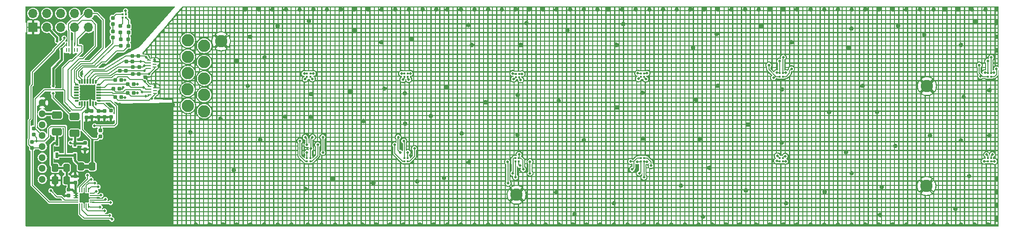
<source format=gtl>
G04 #@! TF.GenerationSoftware,KiCad,Pcbnew,7.0.1*
G04 #@! TF.CreationDate,2023-10-11T19:04:08-05:00*
G04 #@! TF.ProjectId,FLED_Board,464c4544-5f42-46f6-9172-642e6b696361,1*
G04 #@! TF.SameCoordinates,Original*
G04 #@! TF.FileFunction,Copper,L1,Top*
G04 #@! TF.FilePolarity,Positive*
%FSLAX46Y46*%
G04 Gerber Fmt 4.6, Leading zero omitted, Abs format (unit mm)*
G04 Created by KiCad (PCBNEW 7.0.1) date 2023-10-11 19:04:08*
%MOMM*%
%LPD*%
G01*
G04 APERTURE LIST*
G04 Aperture macros list*
%AMRoundRect*
0 Rectangle with rounded corners*
0 $1 Rounding radius*
0 $2 $3 $4 $5 $6 $7 $8 $9 X,Y pos of 4 corners*
0 Add a 4 corners polygon primitive as box body*
4,1,4,$2,$3,$4,$5,$6,$7,$8,$9,$2,$3,0*
0 Add four circle primitives for the rounded corners*
1,1,$1+$1,$2,$3*
1,1,$1+$1,$4,$5*
1,1,$1+$1,$6,$7*
1,1,$1+$1,$8,$9*
0 Add four rect primitives between the rounded corners*
20,1,$1+$1,$2,$3,$4,$5,0*
20,1,$1+$1,$4,$5,$6,$7,0*
20,1,$1+$1,$6,$7,$8,$9,0*
20,1,$1+$1,$8,$9,$2,$3,0*%
%AMFreePoly0*
4,1,20,0.183918,0.148406,0.199736,0.141903,0.364236,-0.021737,0.364260,-0.021795,0.364320,-0.021820,0.370918,-0.037749,0.377500,-0.053522,0.377475,-0.053581,0.377500,-0.053640,0.377500,-0.100000,0.364320,-0.131820,0.332500,-0.145000,-0.332500,-0.145000,-0.364320,-0.131820,-0.377500,-0.100000,-0.377500,0.110000,-0.364320,0.141820,-0.332500,0.155000,0.168000,0.155000,0.183918,0.148406,
0.183918,0.148406,$1*%
%AMFreePoly1*
4,1,20,0.364320,0.131820,0.377500,0.100000,0.377500,0.053640,0.377475,0.053581,0.377500,0.053522,0.370918,0.037749,0.364320,0.021820,0.364260,0.021795,0.364236,0.021737,0.199736,-0.141903,0.183918,-0.148406,0.168000,-0.155000,-0.332500,-0.155000,-0.364320,-0.141820,-0.377500,-0.110000,-0.377500,0.100000,-0.364320,0.131820,-0.332500,0.145000,0.332500,0.145000,0.364320,0.131820,
0.364320,0.131820,$1*%
%AMFreePoly2*
4,1,20,0.138284,0.360784,0.150000,0.332500,0.150000,-0.332500,0.138284,-0.360784,0.110000,-0.372500,-0.110000,-0.372500,-0.138284,-0.360784,-0.150000,-0.332500,-0.150000,0.168000,-0.144102,0.182237,-0.138358,0.196210,0.025282,0.360710,0.025334,0.360731,0.025356,0.360784,0.039384,0.366595,0.053535,0.372500,0.053587,0.372478,0.053640,0.372500,0.110000,0.372500,0.138284,0.360784,
0.138284,0.360784,$1*%
%AMFreePoly3*
4,1,20,-0.052877,0.377184,-0.052105,0.377474,-0.037072,0.370637,-0.021820,0.364320,-0.021504,0.363557,-0.020753,0.363216,0.132887,0.198716,0.138682,0.183251,0.145000,0.168000,0.145000,-0.332500,0.131820,-0.364320,0.100000,-0.377500,-0.110000,-0.377500,-0.141820,-0.364320,-0.155000,-0.332500,-0.155000,0.332500,-0.141820,0.364320,-0.110000,0.377500,-0.053640,0.377500,-0.052877,0.377184,
-0.052877,0.377184,$1*%
%AMFreePoly4*
4,1,20,0.364320,0.131820,0.377500,0.100000,0.377500,-0.110000,0.364320,-0.141820,0.332500,-0.155000,-0.168000,-0.155000,-0.183918,-0.148406,-0.199736,-0.141903,-0.364236,0.021737,-0.364260,0.021795,-0.364320,0.021820,-0.370918,0.037749,-0.377500,0.053522,-0.377475,0.053581,-0.377500,0.053640,-0.377500,0.100000,-0.364320,0.131820,-0.332500,0.145000,0.332500,0.145000,0.364320,0.131820,
0.364320,0.131820,$1*%
%AMFreePoly5*
4,1,20,0.364320,0.141820,0.377500,0.110000,0.377500,-0.100000,0.364320,-0.131820,0.332500,-0.145000,-0.332500,-0.145000,-0.364320,-0.131820,-0.377500,-0.100000,-0.377500,-0.053640,-0.377475,-0.053581,-0.377500,-0.053522,-0.370918,-0.037749,-0.364320,-0.021820,-0.364260,-0.021795,-0.364236,-0.021737,-0.199736,0.141903,-0.183918,0.148406,-0.168000,0.155000,0.332500,0.155000,0.364320,0.141820,
0.364320,0.141820,$1*%
%AMFreePoly6*
4,1,20,0.131820,0.364320,0.145000,0.332500,0.145000,-0.168000,0.138682,-0.183251,0.132887,-0.198716,-0.020753,-0.363216,-0.021504,-0.363557,-0.021820,-0.364320,-0.037072,-0.370637,-0.052105,-0.377474,-0.052877,-0.377184,-0.053640,-0.377500,-0.110000,-0.377500,-0.141820,-0.364320,-0.155000,-0.332500,-0.155000,0.332500,-0.141820,0.364320,-0.110000,0.377500,0.100000,0.377500,0.131820,0.364320,
0.131820,0.364320,$1*%
%AMFreePoly7*
4,1,20,0.131820,0.364320,0.145000,0.332500,0.145000,-0.332500,0.131820,-0.364320,0.100000,-0.377500,0.053640,-0.377500,0.053581,-0.377475,0.053522,-0.377500,0.037749,-0.370918,0.021820,-0.364320,0.021795,-0.364260,0.021737,-0.364236,-0.141903,-0.199736,-0.148406,-0.183918,-0.155000,-0.168000,-0.155000,0.332500,-0.141820,0.364320,-0.110000,0.377500,0.100000,0.377500,0.131820,0.364320,
0.131820,0.364320,$1*%
G04 Aperture macros list end*
G04 #@! TA.AperFunction,SMDPad,CuDef*
%ADD10R,0.400000X0.400000*%
G04 #@! TD*
G04 #@! TA.AperFunction,SMDPad,CuDef*
%ADD11RoundRect,0.155000X0.212500X0.155000X-0.212500X0.155000X-0.212500X-0.155000X0.212500X-0.155000X0*%
G04 #@! TD*
G04 #@! TA.AperFunction,SMDPad,CuDef*
%ADD12RoundRect,0.155000X-0.212500X-0.155000X0.212500X-0.155000X0.212500X0.155000X-0.212500X0.155000X0*%
G04 #@! TD*
G04 #@! TA.AperFunction,ComponentPad*
%ADD13C,2.250000*%
G04 #@! TD*
G04 #@! TA.AperFunction,SMDPad,CuDef*
%ADD14RoundRect,0.155000X0.155000X-0.212500X0.155000X0.212500X-0.155000X0.212500X-0.155000X-0.212500X0*%
G04 #@! TD*
G04 #@! TA.AperFunction,SMDPad,CuDef*
%ADD15RoundRect,0.250000X-0.650000X0.412500X-0.650000X-0.412500X0.650000X-0.412500X0.650000X0.412500X0*%
G04 #@! TD*
G04 #@! TA.AperFunction,SMDPad,CuDef*
%ADD16R,0.500000X1.100000*%
G04 #@! TD*
G04 #@! TA.AperFunction,SMDPad,CuDef*
%ADD17R,0.700000X0.200000*%
G04 #@! TD*
G04 #@! TA.AperFunction,SMDPad,CuDef*
%ADD18FreePoly0,90.000000*%
G04 #@! TD*
G04 #@! TA.AperFunction,SMDPad,CuDef*
%ADD19RoundRect,0.075000X0.075000X-0.362500X0.075000X0.362500X-0.075000X0.362500X-0.075000X-0.362500X0*%
G04 #@! TD*
G04 #@! TA.AperFunction,SMDPad,CuDef*
%ADD20FreePoly1,90.000000*%
G04 #@! TD*
G04 #@! TA.AperFunction,SMDPad,CuDef*
%ADD21FreePoly2,90.000000*%
G04 #@! TD*
G04 #@! TA.AperFunction,SMDPad,CuDef*
%ADD22RoundRect,0.075000X0.362500X-0.075000X0.362500X0.075000X-0.362500X0.075000X-0.362500X-0.075000X0*%
G04 #@! TD*
G04 #@! TA.AperFunction,SMDPad,CuDef*
%ADD23FreePoly3,90.000000*%
G04 #@! TD*
G04 #@! TA.AperFunction,SMDPad,CuDef*
%ADD24FreePoly4,90.000000*%
G04 #@! TD*
G04 #@! TA.AperFunction,SMDPad,CuDef*
%ADD25FreePoly5,90.000000*%
G04 #@! TD*
G04 #@! TA.AperFunction,SMDPad,CuDef*
%ADD26FreePoly6,90.000000*%
G04 #@! TD*
G04 #@! TA.AperFunction,SMDPad,CuDef*
%ADD27FreePoly7,90.000000*%
G04 #@! TD*
G04 #@! TA.AperFunction,SMDPad,CuDef*
%ADD28RoundRect,0.155000X-0.155000X0.212500X-0.155000X-0.212500X0.155000X-0.212500X0.155000X0.212500X0*%
G04 #@! TD*
G04 #@! TA.AperFunction,SMDPad,CuDef*
%ADD29RoundRect,0.250000X0.337500X0.475000X-0.337500X0.475000X-0.337500X-0.475000X0.337500X-0.475000X0*%
G04 #@! TD*
G04 #@! TA.AperFunction,SMDPad,CuDef*
%ADD30RoundRect,0.055000X-0.350000X-0.055000X0.350000X-0.055000X0.350000X0.055000X-0.350000X0.055000X0*%
G04 #@! TD*
G04 #@! TA.AperFunction,SMDPad,CuDef*
%ADD31RoundRect,0.055000X-0.055000X-0.350000X0.055000X-0.350000X0.055000X0.350000X-0.055000X0.350000X0*%
G04 #@! TD*
G04 #@! TA.AperFunction,ComponentPad*
%ADD32C,0.500000*%
G04 #@! TD*
G04 #@! TA.AperFunction,SMDPad,CuDef*
%ADD33R,1.700000X1.700000*%
G04 #@! TD*
G04 #@! TA.AperFunction,SMDPad,CuDef*
%ADD34RoundRect,0.250000X-0.337500X-0.475000X0.337500X-0.475000X0.337500X0.475000X-0.337500X0.475000X0*%
G04 #@! TD*
G04 #@! TA.AperFunction,ComponentPad*
%ADD35R,1.700000X1.700000*%
G04 #@! TD*
G04 #@! TA.AperFunction,ComponentPad*
%ADD36O,1.700000X1.700000*%
G04 #@! TD*
G04 #@! TA.AperFunction,SMDPad,CuDef*
%ADD37R,0.250000X0.725000*%
G04 #@! TD*
G04 #@! TA.AperFunction,SMDPad,CuDef*
%ADD38R,0.250000X0.775000*%
G04 #@! TD*
G04 #@! TA.AperFunction,ComponentPad*
%ADD39C,1.300000*%
G04 #@! TD*
G04 #@! TA.AperFunction,ViaPad*
%ADD40C,0.500000*%
G04 #@! TD*
G04 #@! TA.AperFunction,Conductor*
%ADD41C,0.400000*%
G04 #@! TD*
G04 #@! TA.AperFunction,Conductor*
%ADD42C,0.200000*%
G04 #@! TD*
G04 #@! TA.AperFunction,Conductor*
%ADD43C,0.130000*%
G04 #@! TD*
G04 #@! TA.AperFunction,Conductor*
%ADD44C,0.300000*%
G04 #@! TD*
G04 #@! TA.AperFunction,Conductor*
%ADD45C,0.800000*%
G04 #@! TD*
G04 #@! TA.AperFunction,Conductor*
%ADD46C,0.127000*%
G04 #@! TD*
G04 #@! TA.AperFunction,Conductor*
%ADD47C,0.250000*%
G04 #@! TD*
G04 #@! TA.AperFunction,Conductor*
%ADD48C,0.381000*%
G04 #@! TD*
G04 APERTURE END LIST*
D10*
X258917200Y-32555000D03*
X258917200Y-33155000D03*
X259517200Y-33155000D03*
X259517200Y-32555000D03*
D11*
X138478200Y-36916400D03*
X137343200Y-36916400D03*
D12*
X140509900Y-29423800D03*
X141644900Y-29423800D03*
D13*
X156750000Y-26715600D03*
D10*
X297617200Y-33155000D03*
X297617200Y-32555000D03*
X297017200Y-32555000D03*
X297017200Y-33155000D03*
X258917200Y-48655000D03*
X259517200Y-48655000D03*
X259517200Y-48055000D03*
X258917200Y-48055000D03*
D14*
X136576200Y-40549300D03*
X136576200Y-39414300D03*
X136911400Y-26003100D03*
X136911400Y-24868100D03*
D15*
X126678800Y-40182500D03*
X126678800Y-43307500D03*
D10*
X297617200Y-48055000D03*
X297017200Y-48055000D03*
X297017200Y-48655000D03*
X297617200Y-48655000D03*
X172467200Y-33205000D03*
X173067200Y-33205000D03*
X173067200Y-32605000D03*
X172467200Y-32605000D03*
D14*
X139781600Y-27485000D03*
X139781600Y-26350000D03*
D10*
X190267200Y-48055000D03*
X190267200Y-48655000D03*
X190867200Y-48655000D03*
X190867200Y-48055000D03*
D13*
X153650000Y-36515600D03*
D16*
X126704200Y-47570200D03*
X126704200Y-45270200D03*
D17*
X143625700Y-34960600D03*
X143625700Y-35460600D03*
X143625700Y-35960600D03*
X143625700Y-36460600D03*
X144625700Y-36210600D03*
X144625700Y-35710600D03*
X144625700Y-35210600D03*
D18*
X130819000Y-38085600D03*
D19*
X131314000Y-38135600D03*
X131814000Y-38135600D03*
X132314000Y-38135600D03*
X132814000Y-38135600D03*
X133314000Y-38135600D03*
D20*
X133809000Y-38085600D03*
D21*
X134294000Y-37610600D03*
D22*
X134349000Y-37105600D03*
X134349000Y-36605600D03*
X134349000Y-36105600D03*
X134349000Y-35605600D03*
X134349000Y-35105600D03*
D23*
X134299000Y-34600600D03*
D24*
X133804000Y-34105600D03*
D19*
X133309000Y-34055600D03*
X132809000Y-34055600D03*
X132309000Y-34055600D03*
X131809000Y-34055600D03*
X131309000Y-34055600D03*
D25*
X130814000Y-34105600D03*
D26*
X130319000Y-34600600D03*
D22*
X130269000Y-35105600D03*
X130269000Y-35605600D03*
X130269000Y-36105600D03*
X130269000Y-36605600D03*
X130269000Y-37105600D03*
D27*
X130319000Y-37600600D03*
D14*
X138333800Y-25029200D03*
X138333800Y-23894200D03*
D11*
X138478200Y-33766800D03*
X137343200Y-33766800D03*
D28*
X130058500Y-51428300D03*
X130058500Y-52563300D03*
D12*
X140586100Y-32700400D03*
X141721100Y-32700400D03*
X139366900Y-30414400D03*
X140501900Y-30414400D03*
D17*
X143582200Y-30180000D03*
X143582200Y-30680000D03*
X143582200Y-31180000D03*
X143582200Y-31680000D03*
X144582200Y-31430000D03*
X144582200Y-30930000D03*
X144582200Y-30430000D03*
D14*
X131856800Y-46475500D03*
X131856800Y-45340500D03*
D13*
X153650000Y-30515600D03*
D15*
X129926400Y-40439300D03*
X129926400Y-43564300D03*
D14*
X136911400Y-23564700D03*
X136911400Y-22429700D03*
D12*
X138223900Y-32065400D03*
X139358900Y-32065400D03*
D29*
X133177300Y-49613600D03*
X131102300Y-49613600D03*
D14*
X122154000Y-46246900D03*
X122154000Y-45111900D03*
X134341000Y-40574700D03*
X134341000Y-39439700D03*
D10*
X234117200Y-48055000D03*
X233517200Y-48055000D03*
X233517200Y-48655000D03*
X234117200Y-48655000D03*
X211267200Y-33255000D03*
X211267200Y-32655000D03*
X210667200Y-32655000D03*
X210667200Y-33255000D03*
D14*
X133096400Y-40558000D03*
X133096400Y-39423000D03*
D30*
X130217600Y-54571200D03*
X130217600Y-54971200D03*
X130217600Y-55371200D03*
X130217600Y-55771200D03*
X130217600Y-56171200D03*
D31*
X130882600Y-56806200D03*
X131282600Y-56806200D03*
X131682600Y-56806200D03*
X132082600Y-56806200D03*
X132482600Y-56806200D03*
D30*
X133142600Y-56171200D03*
X133142600Y-55771200D03*
X133142600Y-55371200D03*
X133142600Y-54971200D03*
X133142600Y-54571200D03*
D31*
X132482600Y-53906200D03*
X132082600Y-53906200D03*
X131682600Y-53906200D03*
X131282600Y-53906200D03*
X130882600Y-53906200D03*
D32*
X131131800Y-54819400D03*
X131131800Y-55886200D03*
D33*
X131680600Y-55356200D03*
D32*
X132198600Y-54819400D03*
X132198600Y-55886200D03*
D13*
X153650000Y-27515600D03*
D14*
X135407800Y-40574700D03*
X135407800Y-39439700D03*
D13*
X285817200Y-53205000D03*
D14*
X132105800Y-40658900D03*
X132105800Y-39523900D03*
D13*
X153650000Y-33515600D03*
D14*
X134625400Y-44147400D03*
X134625400Y-43012400D03*
D10*
X234117200Y-33205000D03*
X234117200Y-32605000D03*
X233517200Y-32605000D03*
X233517200Y-33205000D03*
D13*
X210817200Y-54805000D03*
D10*
X138745000Y-21757400D03*
X138745000Y-22357400D03*
X139345000Y-22357400D03*
X139345000Y-21757400D03*
D34*
X126408700Y-52148200D03*
X128483700Y-52148200D03*
D16*
X129980800Y-47743800D03*
X129980800Y-45443800D03*
D14*
X139857400Y-25072400D03*
X139857400Y-23937400D03*
D13*
X150650000Y-32515600D03*
D28*
X122433400Y-42648100D03*
X122433400Y-43783100D03*
D35*
X122346000Y-24156000D03*
D36*
X122346000Y-21616000D03*
X124886000Y-24156000D03*
X124886000Y-21616000D03*
X127426000Y-24156000D03*
X127426000Y-21616000D03*
X129966000Y-24156000D03*
X129966000Y-21616000D03*
X132506000Y-24156000D03*
X132506000Y-21616000D03*
D11*
X140789600Y-34528800D03*
X139654600Y-34528800D03*
D12*
X140611500Y-31430400D03*
X141746500Y-31430400D03*
D11*
X140789600Y-36154400D03*
X139654600Y-36154400D03*
D13*
X285917200Y-34905000D03*
D37*
X130443800Y-27302500D03*
X129943800Y-27302500D03*
X129443800Y-27302500D03*
X128943800Y-27302500D03*
X128443800Y-27302500D03*
D38*
X128443800Y-28302500D03*
X128943800Y-28302500D03*
X129443800Y-28302500D03*
X129943800Y-28302500D03*
X130443800Y-28302500D03*
D10*
X190267200Y-32605000D03*
X190267200Y-33205000D03*
X190867200Y-33205000D03*
X190867200Y-32605000D03*
D14*
X128864700Y-54976300D03*
X128864700Y-53841300D03*
D13*
X150650000Y-26515600D03*
X153650000Y-39515600D03*
X150617400Y-35515600D03*
X150650000Y-29515600D03*
D14*
X138359200Y-27485000D03*
X138359200Y-26350000D03*
D11*
X138152200Y-35367000D03*
X137017200Y-35367000D03*
D13*
X150650000Y-38515600D03*
D10*
X173067200Y-48055000D03*
X172467200Y-48055000D03*
X172467200Y-48655000D03*
X173067200Y-48655000D03*
D34*
X126370400Y-49895800D03*
X128445400Y-49895800D03*
D10*
X210617200Y-48055000D03*
X210617200Y-48655000D03*
X211217200Y-48655000D03*
X211217200Y-48055000D03*
D39*
X124037200Y-51969200D03*
X124037200Y-49969200D03*
X124037200Y-47969200D03*
X124037200Y-45969200D03*
X124037200Y-43969200D03*
X124037200Y-41969200D03*
X124037200Y-39969200D03*
X124037200Y-37969200D03*
D40*
X125989400Y-34884400D03*
X126726000Y-26654800D03*
X125989400Y-36230600D03*
X127589600Y-28153400D03*
X122992200Y-44968200D03*
X139273600Y-21117600D03*
X125583000Y-54036000D03*
X128021400Y-26096000D03*
X209267200Y-52705000D03*
X234667200Y-48755500D03*
X210117200Y-32605000D03*
X234117200Y-51605000D03*
X210617200Y-51605000D03*
X209167200Y-48805000D03*
X136767200Y-59305000D03*
X234467200Y-33605000D03*
X213267200Y-48755500D03*
X233117200Y-33555000D03*
X211817200Y-32655000D03*
X232906007Y-48743807D03*
X210102700Y-50858743D03*
X233267200Y-50855000D03*
X213267200Y-50855000D03*
X136367200Y-58605000D03*
X135417200Y-57755000D03*
X231967200Y-50155000D03*
X212017200Y-50155000D03*
X211567200Y-33755000D03*
X232967200Y-32555000D03*
X231667200Y-48705000D03*
X211267200Y-47405000D03*
X210267200Y-33605000D03*
X234667200Y-32555000D03*
X211417200Y-49455000D03*
X134617200Y-57055000D03*
X235417200Y-49455000D03*
X189552700Y-47054500D03*
X175367200Y-47055000D03*
X189767200Y-32605000D03*
X173617200Y-32605000D03*
X136517200Y-56255000D03*
X175367200Y-44255500D03*
X189167200Y-44255500D03*
X190917200Y-47055000D03*
X172467200Y-47055000D03*
X173167200Y-46355000D03*
X173467200Y-44255500D03*
X192117200Y-46355000D03*
X173442200Y-33580000D03*
X191367200Y-32605000D03*
X135592200Y-55630000D03*
X191067700Y-33705000D03*
X188517200Y-45655000D03*
X172167200Y-44255500D03*
X134767200Y-54905000D03*
X174417200Y-45655000D03*
X172467200Y-45654500D03*
X172117200Y-33605000D03*
X190017200Y-33705000D03*
X190167200Y-44955000D03*
X133867200Y-54205000D03*
X171167200Y-44955000D03*
X171967200Y-32605000D03*
X260017200Y-48655000D03*
X298617200Y-31755000D03*
X261117200Y-31755000D03*
X134267200Y-53355000D03*
X298267200Y-48705000D03*
X295467200Y-31055000D03*
X133617200Y-52655000D03*
X258417200Y-48605000D03*
X296367200Y-48655000D03*
X295717200Y-33105000D03*
X256967200Y-31055000D03*
X257817200Y-33355000D03*
X258917200Y-30355000D03*
X258517200Y-47705000D03*
X297017200Y-30355000D03*
X258417200Y-32454500D03*
X296817200Y-47455000D03*
X296517200Y-32454500D03*
X132967200Y-51955000D03*
X259967200Y-47755000D03*
X298117200Y-32454500D03*
X259617200Y-29605000D03*
X132317200Y-51255000D03*
X297867200Y-47455000D03*
X297667200Y-29655000D03*
X260090087Y-32454500D03*
X144023400Y-37195800D03*
X142931200Y-36729400D03*
X142317200Y-35960600D03*
X142575600Y-35103800D03*
X142778800Y-34046200D03*
X133584000Y-42174200D03*
X143058200Y-29652000D03*
X142067600Y-30414400D03*
X142728000Y-31180000D03*
X142676800Y-32065400D03*
X143515400Y-32700400D03*
X213117200Y-20844500D03*
X292117200Y-27355000D03*
X191617200Y-26355000D03*
X139667200Y-49205000D03*
X167117200Y-60244500D03*
X236617200Y-60255000D03*
X244117200Y-60255000D03*
X164699000Y-29652000D03*
X212617200Y-23355000D03*
X136617200Y-41455000D03*
X280117200Y-45855000D03*
X221417200Y-58355000D03*
X242617200Y-20844500D03*
X259367200Y-35505000D03*
X157117200Y-60244500D03*
X185117200Y-60255000D03*
X134523800Y-25816600D03*
X284617200Y-60255000D03*
X126192600Y-22971800D03*
X144582200Y-30058400D03*
X255617200Y-23855000D03*
X240117200Y-20855000D03*
X253166326Y-41940839D03*
X221117200Y-60255000D03*
X220617200Y-20855000D03*
X269617200Y-60244500D03*
X193117200Y-60255000D03*
X123601800Y-33004800D03*
X147917200Y-38305000D03*
X147367200Y-60255000D03*
X143167200Y-22055000D03*
X191117200Y-20855000D03*
X293617200Y-51355000D03*
X129621600Y-42352000D03*
X208117200Y-60244500D03*
X296617200Y-20855000D03*
X246617200Y-60255000D03*
X175117200Y-60255000D03*
X128758000Y-60081200D03*
X182817200Y-41305000D03*
X291117200Y-57355000D03*
X129164400Y-58557200D03*
X203117200Y-20844500D03*
X147417200Y-20555000D03*
X190417200Y-41755000D03*
X141517200Y-41055000D03*
X184617200Y-52655000D03*
X125684600Y-57287200D03*
X163911600Y-44714200D03*
X147579400Y-49667200D03*
X216117200Y-60255000D03*
X122865200Y-49006800D03*
X198117200Y-20855000D03*
X210967200Y-43805000D03*
X154617200Y-60255000D03*
X268000800Y-39659600D03*
X180117200Y-60255000D03*
X121239600Y-49743400D03*
X259617200Y-60244500D03*
X135971600Y-27061200D03*
X121214200Y-47787600D03*
X218517200Y-37555000D03*
X244267200Y-44555000D03*
X147528600Y-46238200D03*
X205117200Y-37855000D03*
X129723200Y-49946600D03*
X143167200Y-20555000D03*
X126395800Y-60055800D03*
X257117200Y-60255000D03*
X140067200Y-44455000D03*
X277117200Y-60255000D03*
X159617200Y-60255000D03*
X252617200Y-20844500D03*
X255117200Y-20855000D03*
X245117200Y-20855000D03*
X210617200Y-60255000D03*
X220117200Y-24655000D03*
X146267200Y-38405000D03*
X132999800Y-35265400D03*
X197967200Y-35055000D03*
X298606699Y-23355000D03*
X289617200Y-60244500D03*
X164617200Y-60255000D03*
X166117200Y-20855000D03*
X168467200Y-40505000D03*
X267117200Y-60255000D03*
X131272600Y-47609800D03*
X277317200Y-58505000D03*
X228617200Y-56355000D03*
X131450400Y-35214600D03*
X122052400Y-30566400D03*
X232617200Y-20844500D03*
X259317200Y-45255000D03*
X171117200Y-20855000D03*
X274617200Y-60255000D03*
X190367200Y-36205000D03*
X162117200Y-60255000D03*
X292117200Y-60255000D03*
X233917200Y-44505000D03*
X130713800Y-60081200D03*
X135743000Y-22057400D03*
X208117200Y-20855000D03*
X234117200Y-60255000D03*
X123957400Y-60081200D03*
X298617200Y-25855000D03*
X241617200Y-60255000D03*
X121417400Y-55610800D03*
X196117200Y-20855000D03*
X205617200Y-60255000D03*
X173267200Y-36355000D03*
X181117200Y-20855000D03*
X172617200Y-60255000D03*
X254617200Y-60255000D03*
X122738200Y-35900400D03*
X146067200Y-22155000D03*
X251617200Y-60255000D03*
X131475800Y-36764000D03*
X291617200Y-20855000D03*
X294797800Y-23022600D03*
X141417200Y-34555000D03*
X226117200Y-60255000D03*
X262117200Y-20855000D03*
X298617200Y-51855000D03*
X297367200Y-43905000D03*
X246117200Y-49855000D03*
X136428800Y-38389600D03*
X161117200Y-20855000D03*
X292617200Y-36855000D03*
X202617200Y-27355000D03*
X298617200Y-59355000D03*
X211617200Y-27355000D03*
X195117200Y-40355000D03*
X121214200Y-46466800D03*
X257117200Y-20855000D03*
X134168200Y-22895600D03*
X139117200Y-36976900D03*
X123500200Y-28788400D03*
X132117200Y-41455000D03*
X127234000Y-36611600D03*
X135617200Y-60255000D03*
X182617200Y-60255000D03*
X133101400Y-36814800D03*
X228617200Y-60244500D03*
X264617200Y-20844500D03*
X172827000Y-22946400D03*
X264617200Y-60255000D03*
X252760800Y-54010600D03*
X239117200Y-60244500D03*
X279617200Y-20855000D03*
X202037000Y-23708400D03*
X262117200Y-60255000D03*
X127132400Y-54086800D03*
X282117200Y-20855000D03*
X272067200Y-24355000D03*
X223617200Y-60255000D03*
X200617200Y-60255000D03*
X139517200Y-60255000D03*
X294617200Y-60255000D03*
X211017200Y-36505000D03*
X123525600Y-56449000D03*
X223117200Y-20844500D03*
X276767200Y-39605000D03*
X173167200Y-40555000D03*
X121620600Y-57769800D03*
X167086600Y-23860800D03*
X168617200Y-20855000D03*
X183617200Y-20844500D03*
X200617200Y-20855000D03*
X130817200Y-51055000D03*
X135057200Y-31176000D03*
X134066600Y-47152600D03*
X140767200Y-20655000D03*
X225617200Y-20855000D03*
X198117200Y-60244500D03*
X124059000Y-53629600D03*
X205617200Y-20855000D03*
X186117200Y-26855000D03*
X247617200Y-34855000D03*
X123601800Y-58430200D03*
X195617200Y-60255000D03*
X173617200Y-20844500D03*
X218117200Y-20855000D03*
X215617200Y-20855000D03*
X229217200Y-38805000D03*
X144667200Y-48955000D03*
X156617200Y-40855000D03*
X231117200Y-60255000D03*
X125862400Y-38592800D03*
X250117200Y-20855000D03*
X280617200Y-23855000D03*
X287117200Y-60255000D03*
X237617200Y-20855000D03*
X274117200Y-34855000D03*
X298617200Y-20855000D03*
X210617200Y-20855000D03*
X272117200Y-20855000D03*
X286466600Y-43901400D03*
X121849200Y-60081200D03*
X277617200Y-53355000D03*
X180367200Y-35905000D03*
X298617200Y-28355000D03*
X152117200Y-60255000D03*
X247617200Y-20855000D03*
X197524597Y-51721144D03*
X188617200Y-20855000D03*
X125735400Y-30464800D03*
X124795600Y-33868400D03*
X147655600Y-40599400D03*
X271617200Y-27855000D03*
X243667200Y-37355000D03*
X125202000Y-27442200D03*
X140061000Y-28483600D03*
X176117200Y-20855000D03*
X129443800Y-29055000D03*
X298617200Y-56855000D03*
X240873600Y-53121600D03*
X137597200Y-29677400D03*
X223117200Y-44805000D03*
X127970600Y-57261800D03*
X213617200Y-60255000D03*
X218117200Y-54355000D03*
X144633000Y-34833600D03*
X144817200Y-45855000D03*
X144067200Y-38305000D03*
X202117200Y-48855000D03*
X271070445Y-46988674D03*
X279617200Y-60244500D03*
X151117200Y-43355000D03*
X249117200Y-60244500D03*
X267117200Y-20855000D03*
X243117200Y-27855000D03*
X192617200Y-52355000D03*
X141717200Y-38355000D03*
X233817200Y-36105000D03*
X227617200Y-20855000D03*
X287117200Y-20855000D03*
X161617200Y-34855000D03*
X146817200Y-42605000D03*
X274617200Y-20844500D03*
X135417200Y-41455000D03*
X230332600Y-23530600D03*
X272117200Y-60255000D03*
X139117200Y-33755000D03*
X230117200Y-20855000D03*
X267188000Y-54264600D03*
X132593400Y-27442200D03*
X121239600Y-52969200D03*
X186617200Y-35355000D03*
X141417200Y-36155000D03*
X190117200Y-60255000D03*
X297117200Y-60255000D03*
X141356400Y-27670800D03*
X131272600Y-32649200D03*
X187617200Y-60244500D03*
X143617200Y-60305000D03*
X294117200Y-20844500D03*
X218617200Y-60244500D03*
X289117200Y-20855000D03*
X131577400Y-44231600D03*
X134317200Y-41455000D03*
X139767200Y-38355000D03*
X133117200Y-41455000D03*
X282117200Y-60255000D03*
X272117200Y-50855000D03*
X172217200Y-53755000D03*
X132796600Y-60055800D03*
X235117200Y-20855000D03*
X177617200Y-60244500D03*
X181167200Y-24805000D03*
X244917200Y-58805000D03*
X285399800Y-25486400D03*
X143617200Y-24855000D03*
X127284800Y-46441400D03*
X277117200Y-20855000D03*
X159617200Y-30355000D03*
X284617200Y-20844500D03*
X162117200Y-25855000D03*
X128021400Y-48498800D03*
X121265000Y-51648400D03*
X269617200Y-20855000D03*
X297367200Y-35655000D03*
X259617200Y-20855000D03*
X261117200Y-26855000D03*
X178617200Y-20855000D03*
X138817200Y-35155000D03*
X203117200Y-60255000D03*
X298606699Y-54355000D03*
X186117200Y-20855000D03*
X169617200Y-60255000D03*
X229117200Y-27355000D03*
X260117200Y-56355000D03*
X247401400Y-25359400D03*
X159067200Y-50255000D03*
X138181400Y-38186400D03*
X177117200Y-51855000D03*
X128275400Y-40548600D03*
X163617200Y-20844500D03*
X193617200Y-20844500D03*
X122865200Y-26985000D03*
X200767200Y-43555000D03*
X126954600Y-33309600D03*
X292117200Y-44855000D03*
X129189800Y-45323800D03*
D41*
X130058500Y-54412100D02*
X130217600Y-54571200D01*
X130058500Y-52563300D02*
X130058500Y-54412100D01*
X126370400Y-49895800D02*
X125735400Y-49260800D01*
X125735400Y-49260800D02*
X125735400Y-45755600D01*
X128864700Y-53841300D02*
X128864700Y-52529200D01*
X129487700Y-53841300D02*
X130217600Y-54571200D01*
X128445400Y-52109900D02*
X128483700Y-52148200D01*
X126678800Y-43307500D02*
X126678800Y-45244800D01*
X128864700Y-52529200D02*
X128483700Y-52148200D01*
X130217600Y-55204400D02*
X130217600Y-54571200D01*
X125735400Y-45755600D02*
X126220800Y-45270200D01*
X128483700Y-52148200D02*
X128898800Y-52563300D01*
X126220800Y-45270200D02*
X126704200Y-45270200D01*
X128898800Y-52563300D02*
X130058500Y-52563300D01*
X128864700Y-53841300D02*
X129487700Y-53841300D01*
X126370400Y-49895800D02*
X128445400Y-49895800D01*
X128445400Y-49895800D02*
X128445400Y-52109900D01*
X126678800Y-45244800D02*
X126704200Y-45270200D01*
D42*
X125989400Y-36992600D02*
X129204700Y-40207900D01*
X125989400Y-36230600D02*
X125989400Y-36992600D01*
X128440500Y-27302500D02*
X128443800Y-27302500D01*
D41*
X127589600Y-30058400D02*
X125989400Y-31658600D01*
D42*
X127589600Y-28153400D02*
X128440500Y-27302500D01*
D41*
X125989400Y-31658600D02*
X125989400Y-34884400D01*
X126726000Y-26654800D02*
X126726000Y-25994400D01*
X126726000Y-25994400D02*
X124897200Y-24165600D01*
X127589600Y-28153400D02*
X127589600Y-30058400D01*
D42*
X129204700Y-40207900D02*
X129980800Y-40207900D01*
D41*
X124037200Y-39969200D02*
X126465500Y-39969200D01*
X126465500Y-39969200D02*
X126678800Y-40182500D01*
D42*
X131788600Y-39423000D02*
X132105800Y-39423000D01*
D41*
X133177300Y-49613600D02*
X133177300Y-44688500D01*
D43*
X125202000Y-42707600D02*
X125202000Y-44226402D01*
D42*
X128250000Y-42301200D02*
X128250000Y-47494000D01*
D41*
X132105800Y-39423000D02*
X133096400Y-39423000D01*
D43*
X128250000Y-42301200D02*
X125608400Y-42301200D01*
D41*
X132105800Y-39423000D02*
X132314000Y-39214800D01*
D44*
X132314000Y-38948400D02*
X132314000Y-38135600D01*
D43*
X125608400Y-42301200D02*
X125202000Y-42707600D01*
D41*
X129973800Y-47570200D02*
X129980800Y-47563200D01*
X133096400Y-39423000D02*
X132788600Y-39423000D01*
D43*
X124460202Y-44968200D02*
X122992200Y-44968200D01*
D41*
X128326200Y-47570200D02*
X129973800Y-47570200D01*
X129980800Y-48492100D02*
X131102300Y-49613600D01*
X129980800Y-47563200D02*
X129980800Y-48492100D01*
X132314000Y-39214800D02*
X132314000Y-38948400D01*
X132788600Y-39423000D02*
X132314000Y-38948400D01*
D42*
X122992200Y-44968200D02*
X122551700Y-44968200D01*
X122992200Y-44968200D02*
X122992200Y-44341900D01*
X122551700Y-44968200D02*
X122433400Y-45086500D01*
X133177300Y-44688500D02*
X131323400Y-42834600D01*
X131323400Y-39888200D02*
X131788600Y-39423000D01*
X122992200Y-44341900D02*
X122433400Y-43783100D01*
D43*
X125202000Y-44226402D02*
X124460202Y-44968200D01*
D42*
X131323400Y-42834600D02*
X131323400Y-39888200D01*
X139345000Y-21189000D02*
X139345000Y-21757400D01*
D41*
X126704200Y-47570200D02*
X128326200Y-47570200D01*
D45*
X131102300Y-49613600D02*
X133177300Y-49613600D01*
D42*
X139273600Y-21117600D02*
X139345000Y-21189000D01*
X134084300Y-44688500D02*
X134625400Y-44147400D01*
X128250000Y-47494000D02*
X128326200Y-47570200D01*
X133177300Y-44688500D02*
X134084300Y-44688500D01*
D43*
X133609400Y-30363200D02*
X133152200Y-30820400D01*
X133152200Y-30820400D02*
X131094800Y-30820400D01*
D42*
X136911400Y-27061200D02*
X136911400Y-26003100D01*
X133609400Y-30363200D02*
X136911400Y-27061200D01*
D43*
X131094800Y-30820400D02*
X129951800Y-31963400D01*
X129951800Y-31963400D02*
X129951800Y-34233400D01*
X129951800Y-34233400D02*
X130319000Y-34600600D01*
D46*
X133528800Y-31155000D02*
X131317200Y-31155000D01*
X130282000Y-33573600D02*
X130814000Y-34105600D01*
D42*
X138359200Y-27485000D02*
X137249600Y-27485000D01*
D46*
X131317200Y-31155000D02*
X130282000Y-32190200D01*
X130282000Y-32190200D02*
X130282000Y-33573600D01*
X133990400Y-30693400D02*
X133528800Y-31155000D01*
D42*
X137249600Y-27485000D02*
X134041200Y-30693400D01*
X126726000Y-55179000D02*
X125583000Y-54036000D01*
D43*
X128123000Y-37881600D02*
X129520000Y-39278600D01*
D42*
X129520000Y-30312400D02*
X129113600Y-30312400D01*
X128105600Y-55771200D02*
X127513400Y-55179000D01*
X124440000Y-35570200D02*
X122738200Y-37272000D01*
X131187000Y-27509000D02*
X131247200Y-27569200D01*
X127843600Y-31582400D02*
X127843600Y-35468600D01*
X131247200Y-27569200D02*
X131247200Y-28585200D01*
X131247200Y-28585200D02*
X129520000Y-30312400D01*
D43*
X131209534Y-39278600D02*
X131814000Y-38674134D01*
X129520000Y-39278600D02*
X131209534Y-39278600D01*
D42*
X124037200Y-43969200D02*
X122716100Y-42648100D01*
D43*
X128123000Y-35748000D02*
X128123000Y-37881600D01*
D42*
X127513400Y-55179000D02*
X126726000Y-55179000D01*
D43*
X127945200Y-35570200D02*
X128123000Y-35748000D01*
X131814000Y-38674134D02*
X131814000Y-38135600D01*
D42*
X130443800Y-27302500D02*
X130650300Y-27509000D01*
X127945200Y-35570200D02*
X124440000Y-35570200D01*
X130443800Y-26239000D02*
X130443800Y-27302500D01*
X122738200Y-37272000D02*
X122738200Y-42343300D01*
X130217600Y-55771200D02*
X128105600Y-55771200D01*
X127843600Y-35468600D02*
X127945200Y-35570200D01*
X130650300Y-27509000D02*
X131187000Y-27509000D01*
X129113600Y-30312400D02*
X127843600Y-31582400D01*
X122738200Y-42343300D02*
X122433400Y-42648100D01*
X122716100Y-42648100D02*
X122433400Y-42648100D01*
X132517200Y-24165600D02*
X130443800Y-26239000D01*
X131475800Y-29855200D02*
X133761800Y-27569200D01*
D43*
X121925400Y-34884400D02*
X121925400Y-40878800D01*
D42*
X133761800Y-23632200D02*
X133025200Y-22895600D01*
X133025200Y-22895600D02*
X131247200Y-22895600D01*
X130217600Y-56171200D02*
X125305200Y-56171200D01*
X126192600Y-28382000D02*
X122204800Y-32369800D01*
X122204800Y-53070800D02*
X122204800Y-46450100D01*
X122204800Y-46450100D02*
X122433400Y-46221500D01*
D43*
X121925400Y-40878800D02*
X121646000Y-41158200D01*
X121646000Y-44579234D02*
X121523000Y-44702234D01*
X131018600Y-38872200D02*
X131314000Y-38576800D01*
D42*
X128021400Y-26096000D02*
X128021400Y-26375400D01*
D43*
X131314000Y-38576800D02*
X131314000Y-38135600D01*
D42*
X131247200Y-22895600D02*
X129977200Y-24165600D01*
D43*
X121646000Y-41158200D02*
X121646000Y-44579234D01*
X128732600Y-33970000D02*
X128732600Y-37373600D01*
D42*
X122204800Y-32369800D02*
X122204800Y-34605000D01*
D43*
X122204800Y-34605000D02*
X121925400Y-34884400D01*
X121523000Y-45615900D02*
X122154000Y-46246900D01*
X129977200Y-24165600D02*
X129977200Y-27269100D01*
D42*
X130790000Y-29855200D02*
X131475800Y-29855200D01*
X128732600Y-33970000D02*
X128732600Y-31912600D01*
X122433400Y-46221500D02*
X123784900Y-46221500D01*
D43*
X128732600Y-37373600D02*
X130231200Y-38872200D01*
X130231200Y-38872200D02*
X131018600Y-38872200D01*
D42*
X123784900Y-46221500D02*
X124037200Y-45969200D01*
X128732600Y-31912600D02*
X130790000Y-29855200D01*
X128021400Y-26375400D02*
X126192600Y-28204200D01*
X126192600Y-28204200D02*
X126192600Y-28382000D01*
X125305200Y-56171200D02*
X122204800Y-53070800D01*
X133761800Y-27569200D02*
X133761800Y-23632200D01*
D43*
X129977200Y-27269100D02*
X129943800Y-27302500D01*
X121523000Y-44702234D02*
X121523000Y-45615900D01*
X210667200Y-32655000D02*
X210167200Y-32655000D01*
X136767200Y-59305000D02*
X136581360Y-59119160D01*
X209217200Y-48855000D02*
X209217200Y-52655000D01*
X234667200Y-48755500D02*
X234217700Y-48755500D01*
X234217700Y-48755500D02*
X234117200Y-48655000D01*
X209167200Y-48805000D02*
X209217200Y-48855000D01*
X234117200Y-48655000D02*
X234117200Y-51605000D01*
X234117200Y-33255000D02*
X234117200Y-33205000D01*
X131682200Y-59120000D02*
X130882600Y-58320400D01*
X136580520Y-59120000D02*
X131682200Y-59120000D01*
X209217200Y-52655000D02*
X209267200Y-52705000D01*
X130882600Y-58320400D02*
X130882600Y-56806200D01*
X210617200Y-48655000D02*
X210617200Y-51605000D01*
X136581360Y-59119160D02*
X136580520Y-59120000D01*
X234467200Y-33605000D02*
X234117200Y-33255000D01*
X210167200Y-32655000D02*
X210117200Y-32605000D01*
X210102700Y-50858743D02*
X210167200Y-50794243D01*
X210167200Y-50794243D02*
X210167200Y-49135000D01*
X233117200Y-33555000D02*
X233167200Y-33555000D01*
X233517200Y-50605000D02*
X233267200Y-50855000D01*
X233428393Y-48743807D02*
X233517200Y-48655000D01*
X210167200Y-49135000D02*
X210152200Y-49120000D01*
X132317200Y-58605000D02*
X131282600Y-57570400D01*
X233167200Y-33555000D02*
X233517200Y-33205000D01*
X213267200Y-48755500D02*
X213267200Y-50855000D01*
X210152200Y-49120000D02*
X210152200Y-48190000D01*
X210287200Y-48055000D02*
X210617200Y-48055000D01*
X210152200Y-48190000D02*
X210287200Y-48055000D01*
X232906007Y-48743807D02*
X233428393Y-48743807D01*
X136367200Y-58605000D02*
X132317200Y-58605000D01*
X211267200Y-32655000D02*
X211817200Y-32655000D01*
X233517200Y-48655000D02*
X233517200Y-50605000D01*
X131282600Y-57570400D02*
X131282600Y-56806200D01*
X233017200Y-32605000D02*
X232967200Y-32555000D01*
X211567200Y-33755000D02*
X211267200Y-33455000D01*
X212017200Y-50155000D02*
X211967200Y-50105000D01*
X211967200Y-48475000D02*
X211547200Y-48055000D01*
X132417200Y-57755000D02*
X132082600Y-57420400D01*
X135417200Y-57755000D02*
X132417200Y-57755000D01*
X211547200Y-48055000D02*
X211217200Y-48055000D01*
X232217200Y-48705000D02*
X232267200Y-48655000D01*
X233517200Y-32605000D02*
X233017200Y-32605000D01*
X232267200Y-48655000D02*
X232267200Y-49855000D01*
X211267200Y-48005000D02*
X211217200Y-48055000D01*
X132082600Y-57420400D02*
X132082600Y-56806200D01*
X232267200Y-49855000D02*
X231967200Y-50155000D01*
X232867200Y-48055000D02*
X232267200Y-48655000D01*
X211267200Y-47405000D02*
X211267200Y-48005000D01*
X231667200Y-48705000D02*
X232217200Y-48705000D01*
X211267200Y-33455000D02*
X211267200Y-33255000D01*
X211967200Y-50105000D02*
X211967200Y-48475000D01*
X233517200Y-48055000D02*
X232867200Y-48055000D01*
X235417200Y-48755000D02*
X235417200Y-49455000D01*
X211217200Y-48655000D02*
X211217200Y-49255000D01*
X211217200Y-49255000D02*
X211417200Y-49455000D01*
X234117200Y-32605000D02*
X234617200Y-32605000D01*
X210267200Y-33605000D02*
X210317200Y-33605000D01*
X132731400Y-57055000D02*
X134617200Y-57055000D01*
X234717200Y-48055000D02*
X235417200Y-48755000D01*
X132482600Y-56806200D02*
X132731400Y-57055000D01*
X210317200Y-33605000D02*
X210667200Y-33255000D01*
X234117200Y-48055000D02*
X234717200Y-48055000D01*
X234617200Y-32605000D02*
X234667200Y-32555000D01*
X173067200Y-32605000D02*
X173617200Y-32605000D01*
X190867200Y-48055000D02*
X190867200Y-47105000D01*
X172467200Y-48055000D02*
X172467200Y-47055000D01*
X133226400Y-56255000D02*
X133142600Y-56171200D01*
X136517200Y-56255000D02*
X133226400Y-56255000D01*
X175367200Y-44255500D02*
X175367200Y-47055000D01*
X190267200Y-32605000D02*
X189767200Y-32605000D01*
X189117200Y-46619000D02*
X189117200Y-44305500D01*
X189117200Y-44305500D02*
X189167200Y-44255500D01*
X189552700Y-47054500D02*
X189117200Y-46619000D01*
X190867200Y-47105000D02*
X190917200Y-47055000D01*
X192117200Y-47735000D02*
X191197200Y-48655000D01*
X173067200Y-46455000D02*
X173167200Y-46355000D01*
X135451000Y-55771200D02*
X133142600Y-55771200D01*
X135592200Y-55630000D02*
X135451000Y-55771200D01*
X173467200Y-44255500D02*
X173167200Y-44555500D01*
X191197200Y-48655000D02*
X190867200Y-48655000D01*
X191367200Y-32605000D02*
X190867200Y-32605000D01*
X173067200Y-48055000D02*
X173067200Y-46455000D01*
X192117200Y-46355000D02*
X192117200Y-47735000D01*
X173167200Y-44555500D02*
X173167200Y-46355000D01*
X173442200Y-33580000D02*
X173067200Y-33205000D01*
X172117200Y-33605000D02*
X172467200Y-33255000D01*
X172167200Y-44255500D02*
X172467200Y-44555500D01*
X172467200Y-44555500D02*
X172467200Y-45654500D01*
X189937200Y-48655000D02*
X190267200Y-48655000D01*
X190867200Y-33504500D02*
X190867200Y-33205000D01*
X173397200Y-48655000D02*
X174417200Y-47635000D01*
X188517200Y-45655000D02*
X188517200Y-47235000D01*
X191067700Y-33705000D02*
X190867200Y-33504500D01*
X188517200Y-47235000D02*
X189937200Y-48655000D01*
X134701000Y-54971200D02*
X133142600Y-54971200D01*
X134767200Y-54905000D02*
X134701000Y-54971200D01*
X172467200Y-33255000D02*
X172467200Y-33205000D01*
X173067200Y-48655000D02*
X173397200Y-48655000D01*
X174417200Y-47635000D02*
X174417200Y-45655000D01*
X133867200Y-54205000D02*
X133501000Y-54571200D01*
X172137200Y-48655000D02*
X171167200Y-47685000D01*
X190267200Y-45055000D02*
X190167200Y-44955000D01*
X190267200Y-33455000D02*
X190267200Y-33205000D01*
X171167200Y-47685000D02*
X171167200Y-44955000D01*
X190017200Y-33705000D02*
X190267200Y-33455000D01*
X133501000Y-54571200D02*
X133142600Y-54571200D01*
X172467200Y-48655000D02*
X172137200Y-48655000D01*
X171967200Y-32605000D02*
X172467200Y-32605000D01*
X190267200Y-48055000D02*
X190267200Y-45055000D01*
X260742200Y-32130000D02*
X261117200Y-31755000D01*
X260117200Y-33155000D02*
X260742200Y-32530000D01*
X298632200Y-32790000D02*
X298632200Y-31770000D01*
X298217200Y-48655000D02*
X298267200Y-48705000D01*
X260017200Y-48655000D02*
X259517200Y-48655000D01*
X298267200Y-33155000D02*
X298632200Y-32790000D01*
X297617200Y-48655000D02*
X298217200Y-48655000D01*
X260742200Y-32530000D02*
X260742200Y-32130000D01*
X298632200Y-31770000D02*
X298617200Y-31755000D01*
X259517200Y-33155000D02*
X260117200Y-33155000D01*
X297617200Y-33155000D02*
X298267200Y-33155000D01*
X132482600Y-53842000D02*
X132482600Y-53906200D01*
X134267200Y-53355000D02*
X132969600Y-53355000D01*
X132969600Y-53355000D02*
X132482600Y-53842000D01*
X295717200Y-33105000D02*
X295717200Y-32955000D01*
X132082600Y-53106290D02*
X132082600Y-53906200D01*
X296117200Y-33155000D02*
X295817200Y-32855000D01*
X258267200Y-33155000D02*
X256967200Y-31855000D01*
X258017200Y-33155000D02*
X258267200Y-33155000D01*
X297017200Y-33155000D02*
X296117200Y-33155000D01*
X256967200Y-31855000D02*
X256967200Y-31055000D01*
X258917200Y-33155000D02*
X258267200Y-33155000D01*
X295817200Y-32855000D02*
X295467200Y-32505000D01*
X297017200Y-48655000D02*
X296367200Y-48655000D01*
X133617200Y-52655000D02*
X132533890Y-52655000D01*
X295717200Y-32955000D02*
X295817200Y-32855000D01*
X257817200Y-33355000D02*
X258017200Y-33155000D01*
X132533890Y-52655000D02*
X132082600Y-53106290D01*
X295467200Y-32505000D02*
X295467200Y-31055000D01*
X258467200Y-48655000D02*
X258417200Y-48605000D01*
X258917200Y-48655000D02*
X258467200Y-48655000D01*
X258517200Y-47705000D02*
X258567200Y-47705000D01*
X132967200Y-51955000D02*
X132767200Y-51955000D01*
X297017200Y-47655000D02*
X296817200Y-47455000D01*
X296517200Y-32454500D02*
X296916700Y-32454500D01*
X258816700Y-32454500D02*
X258917200Y-32555000D01*
X131282600Y-53439600D02*
X131282600Y-53906200D01*
X258567200Y-47705000D02*
X258917200Y-48055000D01*
X297017200Y-32555000D02*
X297017200Y-30355000D01*
X296916700Y-32454500D02*
X297017200Y-32555000D01*
X258917200Y-32555000D02*
X258917200Y-30355000D01*
X258417200Y-32454500D02*
X258816700Y-32454500D01*
X132767200Y-51955000D02*
X131282600Y-53439600D01*
X297017200Y-48055000D02*
X297017200Y-47655000D01*
X130882600Y-53372910D02*
X130882600Y-53906200D01*
X297617200Y-29705000D02*
X297667200Y-29655000D01*
X297617200Y-32555000D02*
X297617200Y-29705000D01*
X297717700Y-32454500D02*
X297617200Y-32555000D01*
X259617700Y-32454500D02*
X259517200Y-32555000D01*
X259517200Y-29705000D02*
X259617200Y-29605000D01*
X259967200Y-47755000D02*
X259817200Y-47755000D01*
X259517200Y-32555000D02*
X259517200Y-29705000D01*
X132317200Y-51938310D02*
X130882600Y-53372910D01*
X132317200Y-51255000D02*
X132317200Y-51938310D01*
X259817200Y-47755000D02*
X259517200Y-48055000D01*
X297617200Y-47705000D02*
X297867200Y-47455000D01*
X260090087Y-32454500D02*
X259617700Y-32454500D01*
X297617200Y-48055000D02*
X297617200Y-47705000D01*
X298117200Y-32454500D02*
X297717700Y-32454500D01*
D42*
X139781600Y-27485000D02*
X139781600Y-27569200D01*
D43*
X130688400Y-33109094D02*
X131309000Y-33729694D01*
X131309000Y-33729694D02*
X131309000Y-34055600D01*
D42*
X139781600Y-27569200D02*
X138900359Y-28450441D01*
X138900359Y-28450441D02*
X137614841Y-28450441D01*
D43*
X133917200Y-31455000D02*
X131501600Y-31455000D01*
D42*
X139857400Y-26274200D02*
X139781600Y-26350000D01*
X139781600Y-26350000D02*
X139781600Y-27485000D01*
X139857400Y-25072400D02*
X139857400Y-26274200D01*
D43*
X131501600Y-31455000D02*
X130688400Y-32268200D01*
X135570141Y-30495141D02*
X134877059Y-30495141D01*
X134877059Y-30495141D02*
X133917200Y-31455000D01*
D42*
X137614841Y-28450441D02*
X135570141Y-30495141D01*
D43*
X130688400Y-32268200D02*
X130688400Y-33109094D01*
X143574900Y-37491400D02*
X144625700Y-36440600D01*
X143574900Y-37491400D02*
X137918200Y-37491400D01*
X144625700Y-36440600D02*
X144625700Y-36210600D01*
X137918200Y-37491400D02*
X137343200Y-36916400D01*
X137032400Y-36605600D02*
X137343200Y-36916400D01*
X134349000Y-36605600D02*
X137032400Y-36605600D01*
X136948710Y-36272000D02*
X139537000Y-36272000D01*
X142931200Y-36729400D02*
X143356900Y-36729400D01*
X142931200Y-36729400D02*
X140229600Y-36729400D01*
X134349000Y-36105600D02*
X136782310Y-36105600D01*
X139537000Y-36272000D02*
X139654600Y-36154400D01*
X136782310Y-36105600D02*
X136948710Y-36272000D01*
X140229600Y-36729400D02*
X139654600Y-36154400D01*
X143356900Y-36729400D02*
X143625700Y-36460600D01*
X141926800Y-35570200D02*
X139202000Y-35570200D01*
X137017200Y-35367000D02*
X136784400Y-35367000D01*
X136784400Y-35367000D02*
X136606600Y-35544800D01*
X137017200Y-35555000D02*
X137017200Y-35367000D01*
X137417200Y-35955000D02*
X137017200Y-35555000D01*
X138817200Y-35955000D02*
X137417200Y-35955000D01*
X136606600Y-35544800D02*
X134409800Y-35544800D01*
X142317200Y-35960600D02*
X141926800Y-35570200D01*
X142317200Y-35960600D02*
X143625700Y-35960600D01*
X134409800Y-35544800D02*
X134349000Y-35605600D01*
X139202000Y-35570200D02*
X138817200Y-35955000D01*
X142982700Y-35460600D02*
X143625700Y-35460600D01*
X140229600Y-35103800D02*
X142575600Y-35103800D01*
X134349000Y-35105600D02*
X135454300Y-35105600D01*
X135454300Y-35105600D02*
X136031100Y-34528800D01*
X139654600Y-34528800D02*
X140229600Y-35103800D01*
X136031100Y-34528800D02*
X139654600Y-34528800D01*
X142625900Y-35103800D02*
X142982700Y-35460600D01*
X142575600Y-35103800D02*
X142625900Y-35103800D01*
X142296200Y-33741400D02*
X142406500Y-33741400D01*
X137918200Y-33191800D02*
X139545500Y-33191800D01*
X134299000Y-34600600D02*
X134561700Y-34600600D01*
X142406500Y-33741400D02*
X143625700Y-34960600D01*
X135395500Y-33766800D02*
X137343200Y-33766800D01*
X134561700Y-34600600D02*
X135395500Y-33766800D01*
X139545500Y-33191800D02*
X140095100Y-33741400D01*
X137343200Y-33766800D02*
X137918200Y-33191800D01*
X140095100Y-33741400D02*
X142296200Y-33741400D01*
D42*
X137190800Y-42174200D02*
X137597200Y-41767800D01*
X137597200Y-38643600D02*
X136564200Y-37610600D01*
X134625400Y-43012400D02*
X134625400Y-42174200D01*
X134625400Y-42174200D02*
X137190800Y-42174200D01*
X136564200Y-37610600D02*
X134294000Y-37610600D01*
X134625400Y-42174200D02*
X133584000Y-42174200D01*
X137597200Y-41767800D02*
X137597200Y-38643600D01*
D43*
X129342200Y-36676329D02*
X129771471Y-37105600D01*
X129342200Y-32852400D02*
X129342200Y-36676329D01*
D42*
X135209600Y-27950200D02*
X135209600Y-22768600D01*
D43*
X128943800Y-27302500D02*
X128943800Y-24681600D01*
D42*
X130967800Y-30414000D02*
X132745800Y-30414000D01*
X129342200Y-32852400D02*
X129342200Y-32039600D01*
X131831400Y-21625600D02*
X132517200Y-21625600D01*
X132745800Y-30414000D02*
X135209600Y-27950200D01*
X129342200Y-32039600D02*
X130967800Y-30414000D01*
X128808800Y-23500458D02*
X129388258Y-22921000D01*
X128808800Y-24546600D02*
X128808800Y-23500458D01*
D43*
X129771471Y-37105600D02*
X130269000Y-37105600D01*
D42*
X134066600Y-21625600D02*
X132517200Y-21625600D01*
X130536000Y-22921000D02*
X131831400Y-21625600D01*
X129388258Y-22921000D02*
X130536000Y-22921000D01*
X135209600Y-22768600D02*
X134066600Y-21625600D01*
D43*
X128943800Y-24681600D02*
X128808800Y-24546600D01*
X131809000Y-34055600D02*
X131809000Y-33078000D01*
X135425000Y-31887200D02*
X135457200Y-31855000D01*
X142826000Y-29423800D02*
X143582200Y-30180000D01*
X140481255Y-29395155D02*
X140509900Y-29423800D01*
X139346955Y-29395155D02*
X140481255Y-29395155D01*
X140509900Y-29423800D02*
X141644900Y-29423800D01*
X135457200Y-31855000D02*
X139346955Y-29395155D01*
X132999800Y-31887200D02*
X135425000Y-31887200D01*
X131809000Y-33078000D02*
X132999800Y-31887200D01*
X142778800Y-29423800D02*
X142826000Y-29423800D01*
X141644900Y-29423800D02*
X142778800Y-29423800D01*
X142067600Y-30414400D02*
X142652200Y-30414400D01*
X135867200Y-32215000D02*
X138955200Y-30355000D01*
X132309000Y-33340000D02*
X133431600Y-32217400D01*
X132309000Y-34055600D02*
X132309000Y-33340000D01*
X140501900Y-30414400D02*
X142067600Y-30414400D01*
X142652200Y-30414400D02*
X142917800Y-30680000D01*
X139366900Y-30414400D02*
X140501900Y-30414400D01*
X138955200Y-30355000D02*
X139307500Y-30355000D01*
X139307500Y-30355000D02*
X139366900Y-30414400D01*
X133431600Y-32217400D02*
X135870000Y-32217400D01*
X142917800Y-30680000D02*
X143582200Y-30680000D01*
X133685200Y-32675000D02*
X136127200Y-32675000D01*
X136127200Y-32675000D02*
X137897430Y-31430400D01*
X142728000Y-31180000D02*
X142724000Y-31180000D01*
X137897430Y-31430400D02*
X140611500Y-31430400D01*
X142724000Y-31180000D02*
X142474000Y-31430000D01*
X132809000Y-34055600D02*
X132809000Y-33551200D01*
X141746900Y-31430000D02*
X141746500Y-31430400D01*
X142474000Y-31430000D02*
X141746900Y-31430000D01*
X143582200Y-31180000D02*
X142728000Y-31180000D01*
X140611500Y-31430400D02*
X141746500Y-31430400D01*
X132809000Y-33551200D02*
X133685200Y-32675000D01*
X134008494Y-33030200D02*
X136457200Y-33030200D01*
X133309000Y-33729694D02*
X134008494Y-33030200D01*
X136457200Y-33030200D02*
X137747451Y-32179859D01*
X139358900Y-32065400D02*
X142676800Y-32065400D01*
X138223900Y-32065400D02*
X139358900Y-32065400D01*
X137747451Y-32179859D02*
X138109441Y-32179859D01*
X133309000Y-34055600D02*
X133309000Y-33729694D01*
X143062200Y-31680000D02*
X143582200Y-31680000D01*
X138109441Y-32179859D02*
X138223900Y-32065400D01*
X142676800Y-32065400D02*
X143062200Y-31680000D01*
X141721100Y-32700400D02*
X143515400Y-32700400D01*
X143515400Y-32700400D02*
X143541800Y-32700400D01*
X134523800Y-33385800D02*
X136682800Y-33385800D01*
X133804000Y-34105600D02*
X134523800Y-33385800D01*
X136682800Y-33385800D02*
X137002672Y-33065928D01*
X137442287Y-32776200D02*
X140510300Y-32776200D01*
X143541800Y-32700400D02*
X144582200Y-31660000D01*
X140510300Y-32776200D02*
X140586100Y-32700400D01*
X137002672Y-33065928D02*
X137442287Y-32776200D01*
X144582200Y-31660000D02*
X144582200Y-31430000D01*
X140586100Y-32700400D02*
X141721100Y-32700400D01*
D42*
X138538700Y-36976900D02*
X138478200Y-36916400D01*
D47*
X138152200Y-35367000D02*
X138605200Y-35367000D01*
X138605200Y-35367000D02*
X138817200Y-35155000D01*
D42*
X131682600Y-55358200D02*
X131680600Y-55356200D01*
X139117200Y-36976900D02*
X138538700Y-36976900D01*
D43*
X144582200Y-30255000D02*
X144582200Y-30430000D01*
D41*
X144582200Y-30058400D02*
X144582200Y-30255000D01*
D42*
X121163400Y-24140200D02*
X121163400Y-22286000D01*
X138490000Y-33755000D02*
X138478200Y-33766800D01*
X121163400Y-22286000D02*
X121188800Y-22260600D01*
X139117200Y-33755000D02*
X138490000Y-33755000D01*
X122357200Y-24165600D02*
X121188800Y-24165600D01*
D47*
X129443800Y-29055000D02*
X129443800Y-28302500D01*
D43*
X144633000Y-35055000D02*
X144633000Y-35203300D01*
D42*
X131682600Y-55354200D02*
X131680600Y-55356200D01*
X131695600Y-55371200D02*
X131680600Y-55356200D01*
D43*
X144633000Y-35203300D02*
X144625700Y-35210600D01*
D42*
X121163400Y-25384800D02*
X121163400Y-24140200D01*
X140815800Y-34555000D02*
X140789600Y-34528800D01*
X140790200Y-36155000D02*
X140789600Y-36154400D01*
X131682600Y-53906200D02*
X131682600Y-55354200D01*
D41*
X144633000Y-34833600D02*
X144633000Y-35055000D01*
D42*
X133142600Y-55371200D02*
X131695600Y-55371200D01*
X131682600Y-56806200D02*
X131682600Y-55358200D01*
X141417200Y-36155000D02*
X140790200Y-36155000D01*
X141417200Y-34555000D02*
X140815800Y-34555000D01*
X121519000Y-25740400D02*
X121163400Y-25384800D01*
X121188800Y-24165600D02*
X121163400Y-24140200D01*
D41*
X129980800Y-43332900D02*
X129980800Y-45400000D01*
X131695700Y-45400000D02*
X131856800Y-45238900D01*
X129980800Y-45400000D02*
X131695700Y-45400000D01*
D43*
X129980800Y-45443800D02*
X129309800Y-45443800D01*
X129309800Y-45443800D02*
X129189800Y-45323800D01*
D42*
X136911400Y-22429700D02*
X137583700Y-21757400D01*
X137583700Y-21757400D02*
X138745000Y-21757400D01*
X138745000Y-23483000D02*
X138745000Y-22357400D01*
X138333800Y-23894200D02*
X138745000Y-23483000D01*
X139857400Y-22869800D02*
X139345000Y-22357400D01*
X139857400Y-23937400D02*
X139857400Y-22869800D01*
X138359200Y-25054600D02*
X138333800Y-25029200D01*
X138359200Y-26350000D02*
X138359200Y-25054600D01*
X136911400Y-23564700D02*
X136911400Y-24868100D01*
X133809000Y-38085600D02*
X135247500Y-38085600D01*
X135247500Y-38085600D02*
X136576200Y-39414300D01*
D43*
X133314000Y-38550437D02*
X133314000Y-38135600D01*
D44*
X133314000Y-38483427D02*
X133314000Y-38135600D01*
D43*
X133571781Y-38808218D02*
X133314000Y-38550437D01*
D42*
X134341000Y-39439700D02*
X134203263Y-39439700D01*
D48*
X134341000Y-39439700D02*
X134270273Y-39439700D01*
D42*
X134203263Y-39439700D02*
X133571781Y-38808218D01*
D41*
X135407800Y-39439700D02*
X134341000Y-39439700D01*
G04 #@! TA.AperFunction,Conductor*
G36*
X299030148Y-20314852D02*
G01*
X299044500Y-20349500D01*
X299044500Y-31428824D01*
X299035750Y-31456770D01*
X299012624Y-31474735D01*
X298983382Y-31476302D01*
X298958469Y-31460912D01*
X298915249Y-31411033D01*
X298915248Y-31411032D01*
X298915247Y-31411031D01*
X298806270Y-31340996D01*
X298681972Y-31304500D01*
X298552428Y-31304500D01*
X298428129Y-31340996D01*
X298319152Y-31411031D01*
X298234318Y-31508936D01*
X298180502Y-31626776D01*
X298162066Y-31754999D01*
X298180502Y-31883224D01*
X298203985Y-31934644D01*
X298207032Y-31966552D01*
X298189703Y-31993517D01*
X298159413Y-32004000D01*
X298052428Y-32004000D01*
X297945503Y-32035394D01*
X297915674Y-32034685D01*
X297891786Y-32016803D01*
X297882700Y-31988380D01*
X297882700Y-30798500D01*
X298080700Y-30798500D01*
X298080700Y-31383868D01*
X298183541Y-31265181D01*
X298194082Y-31256048D01*
X298272928Y-31205377D01*
X298272928Y-30798500D01*
X298470928Y-30798500D01*
X298470928Y-31122072D01*
X298517200Y-31108485D01*
X298531005Y-31106500D01*
X298703395Y-31106500D01*
X298717200Y-31108485D01*
X298846500Y-31146450D01*
X298846500Y-30798500D01*
X298470928Y-30798500D01*
X298272928Y-30798500D01*
X298080700Y-30798500D01*
X297882700Y-30798500D01*
X297882700Y-30600500D01*
X298080700Y-30600500D01*
X298272928Y-30600500D01*
X298272928Y-29998500D01*
X298470928Y-29998500D01*
X298470928Y-30600500D01*
X298846500Y-30600500D01*
X298846500Y-29998500D01*
X298470928Y-29998500D01*
X298272928Y-29998500D01*
X298223254Y-29998500D01*
X298221289Y-30002803D01*
X298213749Y-30014535D01*
X298100859Y-30144819D01*
X298090319Y-30153952D01*
X298080700Y-30160134D01*
X298080700Y-30600500D01*
X297882700Y-30600500D01*
X297882700Y-30078773D01*
X297888694Y-30055290D01*
X297905205Y-30037554D01*
X297965249Y-29998967D01*
X298050082Y-29901063D01*
X298103897Y-29783226D01*
X298122333Y-29655000D01*
X298121901Y-29651998D01*
X298114142Y-29598027D01*
X298103897Y-29526774D01*
X298050082Y-29408937D01*
X297965249Y-29311033D01*
X297965248Y-29311032D01*
X297965247Y-29311031D01*
X297856270Y-29240996D01*
X297731972Y-29204500D01*
X297602428Y-29204500D01*
X297478129Y-29240996D01*
X297369152Y-29311031D01*
X297284318Y-29408936D01*
X297230502Y-29526776D01*
X297212066Y-29654999D01*
X297230502Y-29783224D01*
X297273229Y-29876782D01*
X297276537Y-29907553D01*
X297260747Y-29934168D01*
X297232156Y-29946013D01*
X297213532Y-29941261D01*
X297213028Y-29942981D01*
X297206270Y-29940996D01*
X297206269Y-29940996D01*
X297081972Y-29904500D01*
X296952428Y-29904500D01*
X296828129Y-29940996D01*
X296719152Y-30011031D01*
X296634318Y-30108936D01*
X296580502Y-30226776D01*
X296562066Y-30355000D01*
X296580502Y-30483223D01*
X296580502Y-30483224D01*
X296580503Y-30483226D01*
X296634318Y-30601063D01*
X296719151Y-30698967D01*
X296729194Y-30705421D01*
X296745706Y-30723156D01*
X296751700Y-30746640D01*
X296751700Y-31988380D01*
X296742614Y-32016803D01*
X296718726Y-32034685D01*
X296688896Y-32035394D01*
X296581972Y-32004000D01*
X296452428Y-32004000D01*
X296328129Y-32040496D01*
X296219152Y-32110531D01*
X296134318Y-32208436D01*
X296080502Y-32326276D01*
X296062066Y-32454499D01*
X296080502Y-32582725D01*
X296099533Y-32624397D01*
X296101522Y-32660019D01*
X296078827Y-32687547D01*
X296043479Y-32692388D01*
X296014219Y-32671974D01*
X296008614Y-32663586D01*
X295990462Y-32651457D01*
X295983037Y-32645363D01*
X295747052Y-32409378D01*
X295732700Y-32374730D01*
X295732700Y-31598500D01*
X296070928Y-31598500D01*
X296070928Y-31979237D01*
X296083541Y-31964681D01*
X296094082Y-31955548D01*
X296239108Y-31862346D01*
X296251794Y-31856552D01*
X296417200Y-31807985D01*
X296431005Y-31806000D01*
X296553700Y-31806000D01*
X296553700Y-31598500D01*
X296070928Y-31598500D01*
X295732700Y-31598500D01*
X295732700Y-31446640D01*
X295738694Y-31423156D01*
X295755205Y-31405421D01*
X295765249Y-31398967D01*
X295850082Y-31301063D01*
X295903897Y-31183226D01*
X295922333Y-31055000D01*
X295903897Y-30926774D01*
X295850082Y-30808937D01*
X295841038Y-30798500D01*
X296070928Y-30798500D01*
X296070928Y-30815889D01*
X296092904Y-30864008D01*
X296096833Y-30877391D01*
X296121366Y-31048027D01*
X296121366Y-31061973D01*
X296096833Y-31232609D01*
X296092904Y-31245992D01*
X296070928Y-31294111D01*
X296070928Y-31400500D01*
X296553700Y-31400500D01*
X296553700Y-30810380D01*
X296543406Y-30798500D01*
X296070928Y-30798500D01*
X295841038Y-30798500D01*
X295765249Y-30711033D01*
X295765248Y-30711032D01*
X295765247Y-30711031D01*
X295656270Y-30640996D01*
X295531972Y-30604500D01*
X295402428Y-30604500D01*
X295278129Y-30640996D01*
X295169152Y-30711031D01*
X295084318Y-30808936D01*
X295030502Y-30926776D01*
X295012066Y-31055000D01*
X295030502Y-31183223D01*
X295030502Y-31183224D01*
X295030503Y-31183226D01*
X295084318Y-31301063D01*
X295169151Y-31398967D01*
X295179194Y-31405421D01*
X295195706Y-31423156D01*
X295201700Y-31446640D01*
X295201700Y-32474024D01*
X295200758Y-32483584D01*
X295196497Y-32505000D01*
X295215114Y-32598585D01*
X295215114Y-32598586D01*
X295217104Y-32608592D01*
X295241674Y-32645363D01*
X295275785Y-32696415D01*
X295293944Y-32708548D01*
X295301364Y-32714638D01*
X295353749Y-32767023D01*
X295368070Y-32799921D01*
X295356134Y-32833758D01*
X295334319Y-32858935D01*
X295280502Y-32976776D01*
X295262066Y-33105000D01*
X295280502Y-33233223D01*
X295280502Y-33233224D01*
X295280503Y-33233226D01*
X295334318Y-33351063D01*
X295401079Y-33428111D01*
X295419152Y-33448968D01*
X295512466Y-33508937D01*
X295528131Y-33519004D01*
X295652428Y-33555500D01*
X295781972Y-33555500D01*
X295906269Y-33519004D01*
X296015249Y-33448967D01*
X296028781Y-33433348D01*
X296049922Y-33419086D01*
X296075368Y-33417380D01*
X296117200Y-33425702D01*
X296117200Y-33425701D01*
X296117201Y-33425702D01*
X296138616Y-33421442D01*
X296148176Y-33420500D01*
X296593636Y-33420500D01*
X296616734Y-33426286D01*
X296634376Y-33442275D01*
X296672648Y-33499552D01*
X296738969Y-33543867D01*
X296749652Y-33545992D01*
X296797449Y-33555500D01*
X296797452Y-33555500D01*
X297236948Y-33555500D01*
X297236951Y-33555500D01*
X297304991Y-33541966D01*
X297305176Y-33542900D01*
X297317200Y-33539253D01*
X297329223Y-33542900D01*
X297329409Y-33541966D01*
X297397449Y-33555500D01*
X297397452Y-33555500D01*
X297836948Y-33555500D01*
X297836951Y-33555500D01*
X297874517Y-33548027D01*
X297895431Y-33543867D01*
X297961752Y-33499552D01*
X298000023Y-33442275D01*
X298017666Y-33426286D01*
X298040764Y-33420500D01*
X298236224Y-33420500D01*
X298245784Y-33421442D01*
X298267200Y-33425702D01*
X298370793Y-33405095D01*
X298399742Y-33385752D01*
X298399743Y-33385752D01*
X298458613Y-33346417D01*
X298458613Y-33346415D01*
X298458615Y-33346415D01*
X298470749Y-33328253D01*
X298476834Y-33320838D01*
X298798038Y-32999634D01*
X298805453Y-32993549D01*
X298823615Y-32981415D01*
X298882295Y-32893593D01*
X298883180Y-32889142D01*
X298902902Y-32790000D01*
X298898642Y-32768584D01*
X298897700Y-32759024D01*
X298897700Y-32137000D01*
X298903698Y-32113510D01*
X298911548Y-32105082D01*
X298910635Y-32104291D01*
X298915247Y-32098968D01*
X298915249Y-32098967D01*
X298958469Y-32049087D01*
X298983382Y-32033698D01*
X299012624Y-32035265D01*
X299035750Y-32053230D01*
X299044500Y-32081176D01*
X299044500Y-60544500D01*
X299030148Y-60579148D01*
X298995500Y-60593500D01*
X147767200Y-60593500D01*
X147767200Y-59598500D01*
X148070928Y-59598500D01*
X148070928Y-60200500D01*
X148672928Y-60200500D01*
X148672928Y-59598500D01*
X148870928Y-59598500D01*
X148870928Y-60200500D01*
X149472928Y-60200500D01*
X149472928Y-59598500D01*
X149670928Y-59598500D01*
X149670928Y-60200500D01*
X150272928Y-60200500D01*
X150272928Y-59598500D01*
X150470928Y-59598500D01*
X150470928Y-60200500D01*
X151072928Y-60200500D01*
X151072928Y-59598500D01*
X151270928Y-59598500D01*
X151270928Y-60200500D01*
X151721858Y-60200500D01*
X151731784Y-60137831D01*
X151736522Y-60123251D01*
X151786855Y-60024466D01*
X151795866Y-60012063D01*
X151872928Y-59935001D01*
X151872928Y-59598500D01*
X152070928Y-59598500D01*
X152070928Y-59858355D01*
X152109535Y-59852240D01*
X152124865Y-59852240D01*
X152234369Y-59869584D01*
X152248949Y-59874322D01*
X152347734Y-59924655D01*
X152360137Y-59933666D01*
X152438534Y-60012063D01*
X152447545Y-60024466D01*
X152497878Y-60123251D01*
X152502616Y-60137831D01*
X152512542Y-60200500D01*
X152672928Y-60200500D01*
X152672928Y-59598500D01*
X152870928Y-59598500D01*
X152870928Y-60200500D01*
X153472928Y-60200500D01*
X153472928Y-59598500D01*
X153670928Y-59598500D01*
X153670928Y-60200500D01*
X154221858Y-60200500D01*
X154231784Y-60137831D01*
X154236522Y-60123251D01*
X154272928Y-60051799D01*
X154272928Y-59598500D01*
X154470928Y-59598500D01*
X154470928Y-59881721D01*
X154485450Y-59874322D01*
X154500031Y-59869584D01*
X154609535Y-59852240D01*
X154624865Y-59852240D01*
X154734369Y-59869584D01*
X154748949Y-59874322D01*
X154847734Y-59924655D01*
X154860137Y-59933666D01*
X154938534Y-60012063D01*
X154947545Y-60024466D01*
X154997878Y-60123251D01*
X155002616Y-60137831D01*
X155012542Y-60200500D01*
X155072928Y-60200500D01*
X155072928Y-59598500D01*
X155270928Y-59598500D01*
X155270928Y-60200500D01*
X155872928Y-60200500D01*
X155872928Y-59598500D01*
X156070928Y-59598500D01*
X156070928Y-60200500D01*
X156672928Y-60200500D01*
X156672928Y-59598500D01*
X156870928Y-59598500D01*
X156870928Y-59926501D01*
X156874263Y-59923166D01*
X156886666Y-59914155D01*
X156985451Y-59863822D01*
X157000031Y-59859084D01*
X157109535Y-59841740D01*
X157124865Y-59841740D01*
X157234369Y-59859084D01*
X157248949Y-59863822D01*
X157347734Y-59914155D01*
X157360137Y-59923166D01*
X157438534Y-60001563D01*
X157447545Y-60013966D01*
X157472928Y-60063783D01*
X157472928Y-59598500D01*
X157670928Y-59598500D01*
X157670928Y-60200500D01*
X158272928Y-60200500D01*
X158272928Y-59598500D01*
X158470928Y-59598500D01*
X158470928Y-60200500D01*
X159072928Y-60200500D01*
X159072928Y-59598500D01*
X159270928Y-59598500D01*
X159270928Y-60055725D01*
X159286855Y-60024466D01*
X159295866Y-60012063D01*
X159374263Y-59933666D01*
X159386666Y-59924655D01*
X159485451Y-59874322D01*
X159500031Y-59869584D01*
X159609535Y-59852240D01*
X159624865Y-59852240D01*
X159734369Y-59869584D01*
X159748949Y-59874322D01*
X159847734Y-59924655D01*
X159860137Y-59933666D01*
X159872928Y-59946457D01*
X159872928Y-59598500D01*
X160070928Y-59598500D01*
X160070928Y-60200500D01*
X160672928Y-60200500D01*
X160672928Y-59598500D01*
X160870928Y-59598500D01*
X160870928Y-60200500D01*
X161472928Y-60200500D01*
X161472928Y-59598500D01*
X161670928Y-59598500D01*
X161670928Y-60200500D01*
X161721858Y-60200500D01*
X161731784Y-60137831D01*
X161736522Y-60123251D01*
X161786855Y-60024466D01*
X161795866Y-60012063D01*
X161874263Y-59933666D01*
X161886666Y-59924655D01*
X161985451Y-59874322D01*
X162000031Y-59869584D01*
X162109535Y-59852240D01*
X162124865Y-59852240D01*
X162234369Y-59869584D01*
X162248950Y-59874322D01*
X162272928Y-59886539D01*
X162272928Y-59598500D01*
X162470928Y-59598500D01*
X162470928Y-60070358D01*
X162497878Y-60123251D01*
X162502616Y-60137831D01*
X162512542Y-60200500D01*
X163072928Y-60200500D01*
X163072928Y-59598500D01*
X163270928Y-59598500D01*
X163270928Y-60200500D01*
X163872928Y-60200500D01*
X163872928Y-59598500D01*
X164070928Y-59598500D01*
X164070928Y-60200500D01*
X164221858Y-60200500D01*
X164231784Y-60137831D01*
X164236522Y-60123251D01*
X164286855Y-60024466D01*
X164295866Y-60012063D01*
X164374263Y-59933666D01*
X164386666Y-59924655D01*
X164485451Y-59874322D01*
X164500031Y-59869584D01*
X164609535Y-59852240D01*
X164624866Y-59852240D01*
X164672928Y-59859853D01*
X164672928Y-59598500D01*
X164870928Y-59598500D01*
X164870928Y-59944457D01*
X164938534Y-60012063D01*
X164947545Y-60024466D01*
X164997878Y-60123251D01*
X165002616Y-60137831D01*
X165012542Y-60200500D01*
X165472928Y-60200500D01*
X165472928Y-59598500D01*
X165670928Y-59598500D01*
X165670928Y-60200500D01*
X166272928Y-60200500D01*
X166272928Y-59598500D01*
X166470928Y-59598500D01*
X166470928Y-60200500D01*
X166720195Y-60200500D01*
X166731784Y-60127331D01*
X166736522Y-60112751D01*
X166786855Y-60013966D01*
X166795866Y-60001563D01*
X166874263Y-59923166D01*
X166886666Y-59914155D01*
X166985451Y-59863822D01*
X167000031Y-59859084D01*
X167072928Y-59847538D01*
X167072928Y-59598500D01*
X167270928Y-59598500D01*
X167270928Y-59875021D01*
X167347734Y-59914155D01*
X167360137Y-59923166D01*
X167438534Y-60001563D01*
X167447545Y-60013966D01*
X167497878Y-60112751D01*
X167502616Y-60127331D01*
X167514205Y-60200500D01*
X167872928Y-60200500D01*
X167872928Y-59598500D01*
X168070928Y-59598500D01*
X168070928Y-60200500D01*
X168672928Y-60200500D01*
X168672928Y-59598500D01*
X168870928Y-59598500D01*
X168870928Y-60200500D01*
X169221858Y-60200500D01*
X169231784Y-60137831D01*
X169236522Y-60123251D01*
X169286855Y-60024466D01*
X169295866Y-60012063D01*
X169374263Y-59933666D01*
X169386666Y-59924655D01*
X169472928Y-59880703D01*
X169472928Y-59598500D01*
X169670928Y-59598500D01*
X169670928Y-59859536D01*
X169734369Y-59869584D01*
X169748949Y-59874322D01*
X169847734Y-59924655D01*
X169860137Y-59933666D01*
X169938534Y-60012063D01*
X169947545Y-60024466D01*
X169997878Y-60123251D01*
X170002616Y-60137831D01*
X170012542Y-60200500D01*
X170272928Y-60200500D01*
X170272928Y-59598500D01*
X170470928Y-59598500D01*
X170470928Y-60200500D01*
X171072928Y-60200500D01*
X171072928Y-59598500D01*
X171270928Y-59598500D01*
X171270928Y-60200500D01*
X171872928Y-60200500D01*
X171872928Y-59598500D01*
X172070928Y-59598500D01*
X172070928Y-60200500D01*
X172221858Y-60200500D01*
X172231784Y-60137831D01*
X172236522Y-60123251D01*
X172286855Y-60024466D01*
X172295866Y-60012063D01*
X172374263Y-59933666D01*
X172386666Y-59924655D01*
X172485451Y-59874322D01*
X172500031Y-59869584D01*
X172609535Y-59852240D01*
X172624866Y-59852240D01*
X172672928Y-59859853D01*
X172672928Y-59598500D01*
X172870928Y-59598500D01*
X172870928Y-59944457D01*
X172938534Y-60012063D01*
X172947545Y-60024466D01*
X172997878Y-60123251D01*
X173002616Y-60137831D01*
X173012542Y-60200500D01*
X173472928Y-60200500D01*
X173472928Y-59598500D01*
X173670928Y-59598500D01*
X173670928Y-60200500D01*
X174272928Y-60200500D01*
X174272928Y-59598500D01*
X174470928Y-59598500D01*
X174470928Y-60200500D01*
X174721858Y-60200500D01*
X174731784Y-60137831D01*
X174736522Y-60123251D01*
X174786855Y-60024466D01*
X174795866Y-60012063D01*
X174874263Y-59933666D01*
X174886666Y-59924655D01*
X174985451Y-59874322D01*
X175000031Y-59869584D01*
X175072928Y-59858038D01*
X175072928Y-59598500D01*
X175270928Y-59598500D01*
X175270928Y-59885521D01*
X175347734Y-59924655D01*
X175360137Y-59933666D01*
X175438534Y-60012063D01*
X175447545Y-60024466D01*
X175497878Y-60123251D01*
X175502616Y-60137831D01*
X175512542Y-60200500D01*
X175872928Y-60200500D01*
X175872928Y-59598500D01*
X176070928Y-59598500D01*
X176070928Y-60200500D01*
X176672928Y-60200500D01*
X176672928Y-59598500D01*
X176870928Y-59598500D01*
X176870928Y-60200500D01*
X177220195Y-60200500D01*
X177231784Y-60127331D01*
X177236522Y-60112751D01*
X177286855Y-60013966D01*
X177295866Y-60001563D01*
X177374263Y-59923166D01*
X177386666Y-59914155D01*
X177472928Y-59870203D01*
X177472928Y-59598500D01*
X177670928Y-59598500D01*
X177670928Y-59849036D01*
X177734369Y-59859084D01*
X177748949Y-59863822D01*
X177847734Y-59914155D01*
X177860137Y-59923166D01*
X177938534Y-60001563D01*
X177947545Y-60013966D01*
X177997878Y-60112751D01*
X178002616Y-60127331D01*
X178014205Y-60200500D01*
X178272928Y-60200500D01*
X178272928Y-59598500D01*
X178470928Y-59598500D01*
X178470928Y-60200500D01*
X179072928Y-60200500D01*
X179072928Y-59598500D01*
X179270928Y-59598500D01*
X179270928Y-60200500D01*
X179721858Y-60200500D01*
X179731784Y-60137831D01*
X179736522Y-60123251D01*
X179786855Y-60024466D01*
X179795866Y-60012063D01*
X179872928Y-59935001D01*
X179872928Y-59598500D01*
X180070928Y-59598500D01*
X180070928Y-59858355D01*
X180109535Y-59852240D01*
X180124865Y-59852240D01*
X180234369Y-59869584D01*
X180248949Y-59874322D01*
X180347734Y-59924655D01*
X180360137Y-59933666D01*
X180438534Y-60012063D01*
X180447545Y-60024466D01*
X180497878Y-60123251D01*
X180502616Y-60137831D01*
X180512542Y-60200500D01*
X180672928Y-60200500D01*
X180672928Y-59598500D01*
X180870928Y-59598500D01*
X180870928Y-60200500D01*
X181472928Y-60200500D01*
X181472928Y-59598500D01*
X181670928Y-59598500D01*
X181670928Y-60200500D01*
X182221858Y-60200500D01*
X182231784Y-60137831D01*
X182236522Y-60123251D01*
X182272928Y-60051799D01*
X182272928Y-59598500D01*
X182470928Y-59598500D01*
X182470928Y-59881721D01*
X182485450Y-59874322D01*
X182500031Y-59869584D01*
X182609535Y-59852240D01*
X182624865Y-59852240D01*
X182734369Y-59869584D01*
X182748949Y-59874322D01*
X182847734Y-59924655D01*
X182860137Y-59933666D01*
X182938534Y-60012063D01*
X182947545Y-60024466D01*
X182997878Y-60123251D01*
X183002616Y-60137831D01*
X183012542Y-60200500D01*
X183072928Y-60200500D01*
X183072928Y-59598500D01*
X183270928Y-59598500D01*
X183270928Y-60200500D01*
X183872928Y-60200500D01*
X183872928Y-59598500D01*
X184070928Y-59598500D01*
X184070928Y-60200500D01*
X184672928Y-60200500D01*
X184672928Y-59598500D01*
X184870928Y-59598500D01*
X184870928Y-59937001D01*
X184874263Y-59933666D01*
X184886666Y-59924655D01*
X184985451Y-59874322D01*
X185000031Y-59869584D01*
X185109535Y-59852240D01*
X185124865Y-59852240D01*
X185234369Y-59869584D01*
X185248949Y-59874322D01*
X185347734Y-59924655D01*
X185360137Y-59933666D01*
X185438534Y-60012063D01*
X185447545Y-60024466D01*
X185472928Y-60074283D01*
X185472928Y-59598500D01*
X185670928Y-59598500D01*
X185670928Y-60200500D01*
X186272928Y-60200500D01*
X186272928Y-59598500D01*
X186470928Y-59598500D01*
X186470928Y-60200500D01*
X187072928Y-60200500D01*
X187072928Y-59598500D01*
X187270928Y-59598500D01*
X187270928Y-60045225D01*
X187286855Y-60013966D01*
X187295866Y-60001563D01*
X187374263Y-59923166D01*
X187386666Y-59914155D01*
X187485451Y-59863822D01*
X187500031Y-59859084D01*
X187609535Y-59841740D01*
X187624865Y-59841740D01*
X187734369Y-59859084D01*
X187748949Y-59863822D01*
X187847734Y-59914155D01*
X187860137Y-59923166D01*
X187872928Y-59935957D01*
X187872928Y-59598500D01*
X188070928Y-59598500D01*
X188070928Y-60200500D01*
X188672928Y-60200500D01*
X188672928Y-59598500D01*
X188870928Y-59598500D01*
X188870928Y-60200500D01*
X189472928Y-60200500D01*
X189472928Y-59598500D01*
X189670928Y-59598500D01*
X189670928Y-60200500D01*
X189721858Y-60200500D01*
X189731784Y-60137831D01*
X189736522Y-60123251D01*
X189786855Y-60024466D01*
X189795866Y-60012063D01*
X189874263Y-59933666D01*
X189886666Y-59924655D01*
X189985451Y-59874322D01*
X190000031Y-59869584D01*
X190109535Y-59852240D01*
X190124865Y-59852240D01*
X190234369Y-59869584D01*
X190248950Y-59874322D01*
X190272928Y-59886539D01*
X190272928Y-59598500D01*
X190470928Y-59598500D01*
X190470928Y-60070358D01*
X190497878Y-60123251D01*
X190502616Y-60137831D01*
X190512542Y-60200500D01*
X191072928Y-60200500D01*
X191072928Y-59598500D01*
X191270928Y-59598500D01*
X191270928Y-60200500D01*
X191872928Y-60200500D01*
X191872928Y-59598500D01*
X192070928Y-59598500D01*
X192070928Y-60200500D01*
X192672928Y-60200500D01*
X192672928Y-59598500D01*
X192870928Y-59598500D01*
X192870928Y-59937001D01*
X192874263Y-59933666D01*
X192886666Y-59924655D01*
X192985451Y-59874322D01*
X193000031Y-59869584D01*
X193109535Y-59852240D01*
X193124865Y-59852240D01*
X193234369Y-59869584D01*
X193248949Y-59874322D01*
X193347734Y-59924655D01*
X193360137Y-59933666D01*
X193438534Y-60012063D01*
X193447545Y-60024466D01*
X193472928Y-60074283D01*
X193472928Y-59598500D01*
X193670928Y-59598500D01*
X193670928Y-60200500D01*
X194272928Y-60200500D01*
X194272928Y-59598500D01*
X194470928Y-59598500D01*
X194470928Y-60200500D01*
X195072928Y-60200500D01*
X195072928Y-59598500D01*
X195270928Y-59598500D01*
X195270928Y-60055725D01*
X195286855Y-60024466D01*
X195295866Y-60012063D01*
X195374263Y-59933666D01*
X195386666Y-59924655D01*
X195485451Y-59874322D01*
X195500031Y-59869584D01*
X195609535Y-59852240D01*
X195624865Y-59852240D01*
X195734369Y-59869584D01*
X195748949Y-59874322D01*
X195847734Y-59924655D01*
X195860137Y-59933666D01*
X195872928Y-59946457D01*
X195872928Y-59598500D01*
X196070928Y-59598500D01*
X196070928Y-60200500D01*
X196672928Y-60200500D01*
X196672928Y-59598500D01*
X196870928Y-59598500D01*
X196870928Y-60200500D01*
X197472928Y-60200500D01*
X197472928Y-59598500D01*
X197670928Y-59598500D01*
X197670928Y-60200500D01*
X197720195Y-60200500D01*
X197731784Y-60127331D01*
X197736522Y-60112751D01*
X197786855Y-60013966D01*
X197795866Y-60001563D01*
X197874263Y-59923166D01*
X197886666Y-59914155D01*
X197985451Y-59863822D01*
X198000031Y-59859084D01*
X198109535Y-59841740D01*
X198124865Y-59841740D01*
X198234369Y-59859084D01*
X198248950Y-59863822D01*
X198272928Y-59876039D01*
X198272928Y-59598500D01*
X198470928Y-59598500D01*
X198470928Y-60059858D01*
X198497878Y-60112751D01*
X198502616Y-60127331D01*
X198514205Y-60200500D01*
X199072928Y-60200500D01*
X199072928Y-59598500D01*
X199270928Y-59598500D01*
X199270928Y-60200500D01*
X199872928Y-60200500D01*
X199872928Y-59598500D01*
X200070928Y-59598500D01*
X200070928Y-60200500D01*
X200221858Y-60200500D01*
X200231784Y-60137831D01*
X200236522Y-60123251D01*
X200286855Y-60024466D01*
X200295866Y-60012063D01*
X200374263Y-59933666D01*
X200386666Y-59924655D01*
X200485451Y-59874322D01*
X200500031Y-59869584D01*
X200609535Y-59852240D01*
X200624866Y-59852240D01*
X200672928Y-59859853D01*
X200672928Y-59598500D01*
X200870928Y-59598500D01*
X200870928Y-59944457D01*
X200938534Y-60012063D01*
X200947545Y-60024466D01*
X200997878Y-60123251D01*
X201002616Y-60137831D01*
X201012542Y-60200500D01*
X201472928Y-60200500D01*
X201472928Y-59598500D01*
X201670928Y-59598500D01*
X201670928Y-60200500D01*
X202272928Y-60200500D01*
X202272928Y-59598500D01*
X202470928Y-59598500D01*
X202470928Y-60200500D01*
X202721858Y-60200500D01*
X202731784Y-60137831D01*
X202736522Y-60123251D01*
X202786855Y-60024466D01*
X202795866Y-60012063D01*
X202874263Y-59933666D01*
X202886666Y-59924655D01*
X202985451Y-59874322D01*
X203000031Y-59869584D01*
X203072928Y-59858038D01*
X203072928Y-59598500D01*
X203270928Y-59598500D01*
X203270928Y-59885521D01*
X203347734Y-59924655D01*
X203360137Y-59933666D01*
X203438534Y-60012063D01*
X203447545Y-60024466D01*
X203497878Y-60123251D01*
X203502616Y-60137831D01*
X203512542Y-60200500D01*
X203872928Y-60200500D01*
X203872928Y-59598500D01*
X204070928Y-59598500D01*
X204070928Y-60200500D01*
X204672928Y-60200500D01*
X204672928Y-59598500D01*
X204870928Y-59598500D01*
X204870928Y-60200500D01*
X205221858Y-60200500D01*
X205231784Y-60137831D01*
X205236522Y-60123251D01*
X205286855Y-60024466D01*
X205295866Y-60012063D01*
X205374263Y-59933666D01*
X205386666Y-59924655D01*
X205472928Y-59880703D01*
X205472928Y-59598500D01*
X205670928Y-59598500D01*
X205670928Y-59859536D01*
X205734369Y-59869584D01*
X205748949Y-59874322D01*
X205847734Y-59924655D01*
X205860137Y-59933666D01*
X205938534Y-60012063D01*
X205947545Y-60024466D01*
X205997878Y-60123251D01*
X206002616Y-60137831D01*
X206012542Y-60200500D01*
X206272928Y-60200500D01*
X206272928Y-59598500D01*
X206470928Y-59598500D01*
X206470928Y-60200500D01*
X207072928Y-60200500D01*
X207072928Y-59598500D01*
X207270928Y-59598500D01*
X207270928Y-60200500D01*
X207720195Y-60200500D01*
X207731784Y-60127331D01*
X207736522Y-60112751D01*
X207786855Y-60013966D01*
X207795866Y-60001563D01*
X207872928Y-59924501D01*
X207872928Y-59598500D01*
X208070928Y-59598500D01*
X208070928Y-59847855D01*
X208109535Y-59841740D01*
X208124865Y-59841740D01*
X208234369Y-59859084D01*
X208248949Y-59863822D01*
X208347734Y-59914155D01*
X208360137Y-59923166D01*
X208438534Y-60001563D01*
X208447545Y-60013966D01*
X208497878Y-60112751D01*
X208502616Y-60127331D01*
X208514205Y-60200500D01*
X208672928Y-60200500D01*
X208672928Y-59598500D01*
X208870928Y-59598500D01*
X208870928Y-60200500D01*
X209472928Y-60200500D01*
X209472928Y-59598500D01*
X209670928Y-59598500D01*
X209670928Y-60200500D01*
X210221858Y-60200500D01*
X210231784Y-60137831D01*
X210236522Y-60123251D01*
X210272928Y-60051799D01*
X210272928Y-59598500D01*
X210470928Y-59598500D01*
X210470928Y-59881721D01*
X210485450Y-59874322D01*
X210500031Y-59869584D01*
X210609535Y-59852240D01*
X210624865Y-59852240D01*
X210734369Y-59869584D01*
X210748949Y-59874322D01*
X210847734Y-59924655D01*
X210860137Y-59933666D01*
X210938534Y-60012063D01*
X210947545Y-60024466D01*
X210997878Y-60123251D01*
X211002616Y-60137831D01*
X211012542Y-60200500D01*
X211072928Y-60200500D01*
X211072928Y-59598500D01*
X211270928Y-59598500D01*
X211270928Y-60200500D01*
X211872928Y-60200500D01*
X211872928Y-59598500D01*
X212070928Y-59598500D01*
X212070928Y-60200500D01*
X212672928Y-60200500D01*
X212672928Y-59598500D01*
X212870928Y-59598500D01*
X212870928Y-60200500D01*
X213221858Y-60200500D01*
X213231784Y-60137831D01*
X213236522Y-60123251D01*
X213286855Y-60024466D01*
X213295866Y-60012063D01*
X213374263Y-59933666D01*
X213386666Y-59924655D01*
X213472928Y-59880703D01*
X213472928Y-59598500D01*
X213670928Y-59598500D01*
X213670928Y-59859536D01*
X213734369Y-59869584D01*
X213748949Y-59874322D01*
X213847734Y-59924655D01*
X213860137Y-59933666D01*
X213938534Y-60012063D01*
X213947545Y-60024466D01*
X213997878Y-60123251D01*
X214002616Y-60137831D01*
X214012542Y-60200500D01*
X214272928Y-60200500D01*
X214272928Y-59598500D01*
X214470928Y-59598500D01*
X214470928Y-60200500D01*
X215072928Y-60200500D01*
X215072928Y-59598500D01*
X215270928Y-59598500D01*
X215270928Y-60200500D01*
X215721858Y-60200500D01*
X215731784Y-60137831D01*
X215736522Y-60123251D01*
X215786855Y-60024466D01*
X215795866Y-60012063D01*
X215872928Y-59935001D01*
X215872928Y-59598500D01*
X216070928Y-59598500D01*
X216070928Y-59858355D01*
X216109535Y-59852240D01*
X216124865Y-59852240D01*
X216234369Y-59869584D01*
X216248949Y-59874322D01*
X216347734Y-59924655D01*
X216360137Y-59933666D01*
X216438534Y-60012063D01*
X216447545Y-60024466D01*
X216497878Y-60123251D01*
X216502616Y-60137831D01*
X216512542Y-60200500D01*
X216672928Y-60200500D01*
X216672928Y-59598500D01*
X216870928Y-59598500D01*
X216870928Y-60200500D01*
X217472928Y-60200500D01*
X217472928Y-59598500D01*
X217670928Y-59598500D01*
X217670928Y-60200500D01*
X218220195Y-60200500D01*
X218231784Y-60127331D01*
X218236522Y-60112751D01*
X218272928Y-60041299D01*
X218272928Y-59598500D01*
X218470928Y-59598500D01*
X218470928Y-59871221D01*
X218485450Y-59863822D01*
X218500031Y-59859084D01*
X218609535Y-59841740D01*
X218624865Y-59841740D01*
X218734369Y-59859084D01*
X218748949Y-59863822D01*
X218847734Y-59914155D01*
X218860137Y-59923166D01*
X218938534Y-60001563D01*
X218947545Y-60013966D01*
X218997878Y-60112751D01*
X219002616Y-60127331D01*
X219014205Y-60200500D01*
X219072928Y-60200500D01*
X219072928Y-59598500D01*
X219270928Y-59598500D01*
X219270928Y-60200500D01*
X219872928Y-60200500D01*
X219872928Y-59598500D01*
X220070928Y-59598500D01*
X220070928Y-60200500D01*
X220672928Y-60200500D01*
X220672928Y-59598500D01*
X220870928Y-59598500D01*
X220870928Y-59937001D01*
X220874263Y-59933666D01*
X220886666Y-59924655D01*
X220985451Y-59874322D01*
X221000031Y-59869584D01*
X221109535Y-59852240D01*
X221124865Y-59852240D01*
X221234369Y-59869584D01*
X221248949Y-59874322D01*
X221347734Y-59924655D01*
X221360137Y-59933666D01*
X221438534Y-60012063D01*
X221447545Y-60024466D01*
X221472928Y-60074283D01*
X221472928Y-59598500D01*
X221670928Y-59598500D01*
X221670928Y-60200500D01*
X222272928Y-60200500D01*
X222272928Y-59598500D01*
X222470928Y-59598500D01*
X222470928Y-60200500D01*
X223072928Y-60200500D01*
X223072928Y-59598500D01*
X223270928Y-59598500D01*
X223270928Y-60055725D01*
X223286855Y-60024466D01*
X223295866Y-60012063D01*
X223374263Y-59933666D01*
X223386666Y-59924655D01*
X223485451Y-59874322D01*
X223500031Y-59869584D01*
X223609535Y-59852240D01*
X223624865Y-59852240D01*
X223734369Y-59869584D01*
X223748949Y-59874322D01*
X223847734Y-59924655D01*
X223860137Y-59933666D01*
X223872928Y-59946457D01*
X223872928Y-59598500D01*
X224070928Y-59598500D01*
X224070928Y-60200500D01*
X224672928Y-60200500D01*
X224672928Y-59598500D01*
X224870928Y-59598500D01*
X224870928Y-60200500D01*
X225472928Y-60200500D01*
X225472928Y-59598500D01*
X225670928Y-59598500D01*
X225670928Y-60200500D01*
X225721858Y-60200500D01*
X225731784Y-60137831D01*
X225736522Y-60123251D01*
X225786855Y-60024466D01*
X225795866Y-60012063D01*
X225874263Y-59933666D01*
X225886666Y-59924655D01*
X225985451Y-59874322D01*
X226000031Y-59869584D01*
X226109535Y-59852240D01*
X226124865Y-59852240D01*
X226234369Y-59869584D01*
X226248950Y-59874322D01*
X226272928Y-59886539D01*
X226272928Y-59598500D01*
X226470928Y-59598500D01*
X226470928Y-60070358D01*
X226497878Y-60123251D01*
X226502616Y-60137831D01*
X226512542Y-60200500D01*
X227072928Y-60200500D01*
X227072928Y-59598500D01*
X227270928Y-59598500D01*
X227270928Y-60200500D01*
X227872928Y-60200500D01*
X227872928Y-59598500D01*
X228070928Y-59598500D01*
X228070928Y-60200500D01*
X228220195Y-60200500D01*
X228231784Y-60127331D01*
X228236522Y-60112751D01*
X228286855Y-60013966D01*
X228295866Y-60001563D01*
X228374263Y-59923166D01*
X228386666Y-59914155D01*
X228485451Y-59863822D01*
X228500031Y-59859084D01*
X228609535Y-59841740D01*
X228624866Y-59841740D01*
X228672928Y-59849353D01*
X228672928Y-59598500D01*
X228870928Y-59598500D01*
X228870928Y-59933957D01*
X228938534Y-60001563D01*
X228947545Y-60013966D01*
X228997878Y-60112751D01*
X229002616Y-60127331D01*
X229014205Y-60200500D01*
X229472928Y-60200500D01*
X229472928Y-59598500D01*
X229670928Y-59598500D01*
X229670928Y-60200500D01*
X230272928Y-60200500D01*
X230272928Y-59598500D01*
X230470928Y-59598500D01*
X230470928Y-60200500D01*
X230721858Y-60200500D01*
X230731784Y-60137831D01*
X230736522Y-60123251D01*
X230786855Y-60024466D01*
X230795866Y-60012063D01*
X230874263Y-59933666D01*
X230886666Y-59924655D01*
X230985451Y-59874322D01*
X231000031Y-59869584D01*
X231072928Y-59858038D01*
X231072928Y-59598500D01*
X231270928Y-59598500D01*
X231270928Y-59885521D01*
X231347734Y-59924655D01*
X231360137Y-59933666D01*
X231438534Y-60012063D01*
X231447545Y-60024466D01*
X231497878Y-60123251D01*
X231502616Y-60137831D01*
X231512542Y-60200500D01*
X231872928Y-60200500D01*
X231872928Y-59598500D01*
X232070928Y-59598500D01*
X232070928Y-60200500D01*
X232672928Y-60200500D01*
X232672928Y-59598500D01*
X232870928Y-59598500D01*
X232870928Y-60200500D01*
X233472928Y-60200500D01*
X233472928Y-59598500D01*
X233670928Y-59598500D01*
X233670928Y-60200500D01*
X233721858Y-60200500D01*
X233731784Y-60137831D01*
X233736522Y-60123251D01*
X233786855Y-60024466D01*
X233795866Y-60012063D01*
X233874263Y-59933666D01*
X233886666Y-59924655D01*
X233985451Y-59874322D01*
X234000031Y-59869584D01*
X234109535Y-59852240D01*
X234124865Y-59852240D01*
X234234369Y-59869584D01*
X234248950Y-59874322D01*
X234272928Y-59886539D01*
X234272928Y-59598500D01*
X234470928Y-59598500D01*
X234470928Y-60070358D01*
X234497878Y-60123251D01*
X234502616Y-60137831D01*
X234512542Y-60200500D01*
X235072928Y-60200500D01*
X235072928Y-59598500D01*
X235270928Y-59598500D01*
X235270928Y-60200500D01*
X235872928Y-60200500D01*
X235872928Y-59598500D01*
X236070928Y-59598500D01*
X236070928Y-60200500D01*
X236221858Y-60200500D01*
X236231784Y-60137831D01*
X236236522Y-60123251D01*
X236286855Y-60024466D01*
X236295866Y-60012063D01*
X236374263Y-59933666D01*
X236386666Y-59924655D01*
X236485451Y-59874322D01*
X236500031Y-59869584D01*
X236609535Y-59852240D01*
X236624866Y-59852240D01*
X236672928Y-59859853D01*
X236672928Y-59598500D01*
X236870928Y-59598500D01*
X236870928Y-59944457D01*
X236938534Y-60012063D01*
X236947545Y-60024466D01*
X236997878Y-60123251D01*
X237002616Y-60137831D01*
X237012542Y-60200500D01*
X237472928Y-60200500D01*
X237472928Y-59598500D01*
X237670928Y-59598500D01*
X237670928Y-60200500D01*
X238272928Y-60200500D01*
X238272928Y-59598500D01*
X238470928Y-59598500D01*
X238470928Y-60200500D01*
X238720195Y-60200500D01*
X238731784Y-60127331D01*
X238736522Y-60112751D01*
X238786855Y-60013966D01*
X238795866Y-60001563D01*
X238874263Y-59923166D01*
X238886666Y-59914155D01*
X238985451Y-59863822D01*
X239000031Y-59859084D01*
X239072928Y-59847538D01*
X239072928Y-59598500D01*
X239270928Y-59598500D01*
X239270928Y-59875021D01*
X239347734Y-59914155D01*
X239360137Y-59923166D01*
X239438534Y-60001563D01*
X239447545Y-60013966D01*
X239497878Y-60112751D01*
X239502616Y-60127331D01*
X239514205Y-60200500D01*
X239872928Y-60200500D01*
X239872928Y-59598500D01*
X240070928Y-59598500D01*
X240070928Y-60200500D01*
X240672928Y-60200500D01*
X240672928Y-59598500D01*
X240870928Y-59598500D01*
X240870928Y-60200500D01*
X241221858Y-60200500D01*
X241231784Y-60137831D01*
X241236522Y-60123251D01*
X241286855Y-60024466D01*
X241295866Y-60012063D01*
X241374263Y-59933666D01*
X241386666Y-59924655D01*
X241472928Y-59880703D01*
X241472928Y-59598500D01*
X241670928Y-59598500D01*
X241670928Y-59859536D01*
X241734369Y-59869584D01*
X241748949Y-59874322D01*
X241847734Y-59924655D01*
X241860137Y-59933666D01*
X241938534Y-60012063D01*
X241947545Y-60024466D01*
X241997878Y-60123251D01*
X242002616Y-60137831D01*
X242012542Y-60200500D01*
X242272928Y-60200500D01*
X242272928Y-59598500D01*
X242470928Y-59598500D01*
X242470928Y-60200500D01*
X243072928Y-60200500D01*
X243072928Y-59598500D01*
X243270928Y-59598500D01*
X243270928Y-60200500D01*
X243721858Y-60200500D01*
X243731784Y-60137831D01*
X243736522Y-60123251D01*
X243786855Y-60024466D01*
X243795866Y-60012063D01*
X243872928Y-59935001D01*
X243872928Y-59598500D01*
X244070928Y-59598500D01*
X244070928Y-59858355D01*
X244109535Y-59852240D01*
X244124865Y-59852240D01*
X244234369Y-59869584D01*
X244248949Y-59874322D01*
X244347734Y-59924655D01*
X244360137Y-59933666D01*
X244438534Y-60012063D01*
X244447545Y-60024466D01*
X244497878Y-60123251D01*
X244502616Y-60137831D01*
X244512542Y-60200500D01*
X244672928Y-60200500D01*
X244672928Y-59598500D01*
X244870928Y-59598500D01*
X244870928Y-60200500D01*
X245472928Y-60200500D01*
X245472928Y-59598500D01*
X245670928Y-59598500D01*
X245670928Y-60200500D01*
X246221858Y-60200500D01*
X246231784Y-60137831D01*
X246236522Y-60123251D01*
X246272928Y-60051799D01*
X246272928Y-59598500D01*
X246470928Y-59598500D01*
X246470928Y-59881721D01*
X246485450Y-59874322D01*
X246500031Y-59869584D01*
X246609535Y-59852240D01*
X246624865Y-59852240D01*
X246734369Y-59869584D01*
X246748949Y-59874322D01*
X246847734Y-59924655D01*
X246860137Y-59933666D01*
X246938534Y-60012063D01*
X246947545Y-60024466D01*
X246997878Y-60123251D01*
X247002616Y-60137831D01*
X247012542Y-60200500D01*
X247072928Y-60200500D01*
X247072928Y-59598500D01*
X247270928Y-59598500D01*
X247270928Y-60200500D01*
X247872928Y-60200500D01*
X247872928Y-59598500D01*
X248070928Y-59598500D01*
X248070928Y-60200500D01*
X248672928Y-60200500D01*
X248672928Y-59598500D01*
X248870928Y-59598500D01*
X248870928Y-59926501D01*
X248874263Y-59923166D01*
X248886666Y-59914155D01*
X248985451Y-59863822D01*
X249000031Y-59859084D01*
X249109535Y-59841740D01*
X249124865Y-59841740D01*
X249234369Y-59859084D01*
X249248949Y-59863822D01*
X249347734Y-59914155D01*
X249360137Y-59923166D01*
X249438534Y-60001563D01*
X249447545Y-60013966D01*
X249472928Y-60063783D01*
X249472928Y-59598500D01*
X249670928Y-59598500D01*
X249670928Y-60200500D01*
X250272928Y-60200500D01*
X250272928Y-59598500D01*
X250470928Y-59598500D01*
X250470928Y-60200500D01*
X251072928Y-60200500D01*
X251072928Y-59598500D01*
X251270928Y-59598500D01*
X251270928Y-60055725D01*
X251286855Y-60024466D01*
X251295866Y-60012063D01*
X251374263Y-59933666D01*
X251386666Y-59924655D01*
X251485451Y-59874322D01*
X251500031Y-59869584D01*
X251609535Y-59852240D01*
X251624865Y-59852240D01*
X251734369Y-59869584D01*
X251748949Y-59874322D01*
X251847734Y-59924655D01*
X251860137Y-59933666D01*
X251872928Y-59946457D01*
X251872928Y-59598500D01*
X252070928Y-59598500D01*
X252070928Y-60200500D01*
X252672928Y-60200500D01*
X252672928Y-59598500D01*
X252870928Y-59598500D01*
X252870928Y-60200500D01*
X253472928Y-60200500D01*
X253472928Y-59598500D01*
X253670928Y-59598500D01*
X253670928Y-60200500D01*
X254221858Y-60200500D01*
X254231784Y-60137831D01*
X254236522Y-60123251D01*
X254272928Y-60051799D01*
X254272928Y-59598500D01*
X254470928Y-59598500D01*
X254470928Y-59881721D01*
X254485450Y-59874322D01*
X254500031Y-59869584D01*
X254609535Y-59852240D01*
X254624865Y-59852240D01*
X254734369Y-59869584D01*
X254748949Y-59874322D01*
X254847734Y-59924655D01*
X254860137Y-59933666D01*
X254938534Y-60012063D01*
X254947545Y-60024466D01*
X254997878Y-60123251D01*
X255002616Y-60137831D01*
X255012542Y-60200500D01*
X255072928Y-60200500D01*
X255072928Y-59598500D01*
X255270928Y-59598500D01*
X255270928Y-60200500D01*
X255872928Y-60200500D01*
X255872928Y-59598500D01*
X256070928Y-59598500D01*
X256070928Y-60200500D01*
X256672928Y-60200500D01*
X256672928Y-59598500D01*
X256870928Y-59598500D01*
X256870928Y-59937001D01*
X256874263Y-59933666D01*
X256886666Y-59924655D01*
X256985451Y-59874322D01*
X257000031Y-59869584D01*
X257109535Y-59852240D01*
X257124865Y-59852240D01*
X257234369Y-59869584D01*
X257248949Y-59874322D01*
X257347734Y-59924655D01*
X257360137Y-59933666D01*
X257438534Y-60012063D01*
X257447545Y-60024466D01*
X257472928Y-60074283D01*
X257472928Y-59598500D01*
X257670928Y-59598500D01*
X257670928Y-60200500D01*
X258272928Y-60200500D01*
X258272928Y-59598500D01*
X258470928Y-59598500D01*
X258470928Y-60200500D01*
X259072928Y-60200500D01*
X259072928Y-59598500D01*
X259270928Y-59598500D01*
X259270928Y-60045225D01*
X259286855Y-60013966D01*
X259295866Y-60001563D01*
X259374263Y-59923166D01*
X259386666Y-59914155D01*
X259485451Y-59863822D01*
X259500031Y-59859084D01*
X259609535Y-59841740D01*
X259624865Y-59841740D01*
X259734369Y-59859084D01*
X259748949Y-59863822D01*
X259847734Y-59914155D01*
X259860137Y-59923166D01*
X259872928Y-59935957D01*
X259872928Y-59598500D01*
X260070928Y-59598500D01*
X260070928Y-60200500D01*
X260672928Y-60200500D01*
X260672928Y-59598500D01*
X260870928Y-59598500D01*
X260870928Y-60200500D01*
X261472928Y-60200500D01*
X261472928Y-59598500D01*
X261670928Y-59598500D01*
X261670928Y-60200500D01*
X261721858Y-60200500D01*
X261731784Y-60137831D01*
X261736522Y-60123251D01*
X261786855Y-60024466D01*
X261795866Y-60012063D01*
X261874263Y-59933666D01*
X261886666Y-59924655D01*
X261985451Y-59874322D01*
X262000031Y-59869584D01*
X262109535Y-59852240D01*
X262124865Y-59852240D01*
X262234369Y-59869584D01*
X262248950Y-59874322D01*
X262272928Y-59886539D01*
X262272928Y-59598500D01*
X262470928Y-59598500D01*
X262470928Y-60070358D01*
X262497878Y-60123251D01*
X262502616Y-60137831D01*
X262512542Y-60200500D01*
X263072928Y-60200500D01*
X263072928Y-59598500D01*
X263270928Y-59598500D01*
X263270928Y-60200500D01*
X263872928Y-60200500D01*
X263872928Y-59598500D01*
X264070928Y-59598500D01*
X264070928Y-60200500D01*
X264221858Y-60200500D01*
X264231784Y-60137831D01*
X264236522Y-60123251D01*
X264286855Y-60024466D01*
X264295866Y-60012063D01*
X264374263Y-59933666D01*
X264386666Y-59924655D01*
X264485451Y-59874322D01*
X264500031Y-59869584D01*
X264609535Y-59852240D01*
X264624866Y-59852240D01*
X264672928Y-59859853D01*
X264672928Y-59598500D01*
X264870928Y-59598500D01*
X264870928Y-59944457D01*
X264938534Y-60012063D01*
X264947545Y-60024466D01*
X264997878Y-60123251D01*
X265002616Y-60137831D01*
X265012542Y-60200500D01*
X265472928Y-60200500D01*
X265472928Y-59598500D01*
X265670928Y-59598500D01*
X265670928Y-60200500D01*
X266272928Y-60200500D01*
X266272928Y-59598500D01*
X266470928Y-59598500D01*
X266470928Y-60200500D01*
X266721858Y-60200500D01*
X266731784Y-60137831D01*
X266736522Y-60123251D01*
X266786855Y-60024466D01*
X266795866Y-60012063D01*
X266874263Y-59933666D01*
X266886666Y-59924655D01*
X266985451Y-59874322D01*
X267000031Y-59869584D01*
X267072928Y-59858038D01*
X267072928Y-59598500D01*
X267270928Y-59598500D01*
X267270928Y-59885521D01*
X267347734Y-59924655D01*
X267360137Y-59933666D01*
X267438534Y-60012063D01*
X267447545Y-60024466D01*
X267497878Y-60123251D01*
X267502616Y-60137831D01*
X267512542Y-60200500D01*
X267872928Y-60200500D01*
X267872928Y-59598500D01*
X268070928Y-59598500D01*
X268070928Y-60200500D01*
X268672928Y-60200500D01*
X268672928Y-59598500D01*
X268870928Y-59598500D01*
X268870928Y-60200500D01*
X269220195Y-60200500D01*
X269231784Y-60127331D01*
X269236522Y-60112751D01*
X269286855Y-60013966D01*
X269295866Y-60001563D01*
X269374263Y-59923166D01*
X269386666Y-59914155D01*
X269472928Y-59870203D01*
X269472928Y-59598500D01*
X269670928Y-59598500D01*
X269670928Y-59849036D01*
X269734369Y-59859084D01*
X269748949Y-59863822D01*
X269847734Y-59914155D01*
X269860137Y-59923166D01*
X269938534Y-60001563D01*
X269947545Y-60013966D01*
X269997878Y-60112751D01*
X270002616Y-60127331D01*
X270014205Y-60200500D01*
X270272928Y-60200500D01*
X270272928Y-59598500D01*
X270470928Y-59598500D01*
X270470928Y-60200500D01*
X271072928Y-60200500D01*
X271072928Y-59598500D01*
X271270928Y-59598500D01*
X271270928Y-60200500D01*
X271721858Y-60200500D01*
X271731784Y-60137831D01*
X271736522Y-60123251D01*
X271786855Y-60024466D01*
X271795866Y-60012063D01*
X271872928Y-59935001D01*
X271872928Y-59598500D01*
X272070928Y-59598500D01*
X272070928Y-59858355D01*
X272109535Y-59852240D01*
X272124865Y-59852240D01*
X272234369Y-59869584D01*
X272248949Y-59874322D01*
X272347734Y-59924655D01*
X272360137Y-59933666D01*
X272438534Y-60012063D01*
X272447545Y-60024466D01*
X272497878Y-60123251D01*
X272502616Y-60137831D01*
X272512542Y-60200500D01*
X272672928Y-60200500D01*
X272672928Y-59598500D01*
X272870928Y-59598500D01*
X272870928Y-60200500D01*
X273472928Y-60200500D01*
X273472928Y-59598500D01*
X273670928Y-59598500D01*
X273670928Y-60200500D01*
X274221858Y-60200500D01*
X274231784Y-60137831D01*
X274236522Y-60123251D01*
X274272928Y-60051799D01*
X274272928Y-59598500D01*
X274470928Y-59598500D01*
X274470928Y-59881721D01*
X274485450Y-59874322D01*
X274500031Y-59869584D01*
X274609535Y-59852240D01*
X274624865Y-59852240D01*
X274734369Y-59869584D01*
X274748949Y-59874322D01*
X274847734Y-59924655D01*
X274860137Y-59933666D01*
X274938534Y-60012063D01*
X274947545Y-60024466D01*
X274997878Y-60123251D01*
X275002616Y-60137831D01*
X275012542Y-60200500D01*
X275072928Y-60200500D01*
X275072928Y-59598500D01*
X275270928Y-59598500D01*
X275270928Y-60200500D01*
X275872928Y-60200500D01*
X275872928Y-59598500D01*
X276070928Y-59598500D01*
X276070928Y-60200500D01*
X276672928Y-60200500D01*
X276672928Y-59598500D01*
X276870928Y-59598500D01*
X276870928Y-59937001D01*
X276874263Y-59933666D01*
X276886666Y-59924655D01*
X276985451Y-59874322D01*
X277000031Y-59869584D01*
X277109535Y-59852240D01*
X277124865Y-59852240D01*
X277234369Y-59869584D01*
X277248949Y-59874322D01*
X277347734Y-59924655D01*
X277360137Y-59933666D01*
X277438534Y-60012063D01*
X277447545Y-60024466D01*
X277472928Y-60074283D01*
X277472928Y-59598500D01*
X277670928Y-59598500D01*
X277670928Y-60200500D01*
X278272928Y-60200500D01*
X278272928Y-59598500D01*
X278470928Y-59598500D01*
X278470928Y-60200500D01*
X279072928Y-60200500D01*
X279072928Y-59598500D01*
X279270928Y-59598500D01*
X279270928Y-60045225D01*
X279286855Y-60013966D01*
X279295866Y-60001563D01*
X279374263Y-59923166D01*
X279386666Y-59914155D01*
X279485451Y-59863822D01*
X279500031Y-59859084D01*
X279609535Y-59841740D01*
X279624865Y-59841740D01*
X279734369Y-59859084D01*
X279748949Y-59863822D01*
X279847734Y-59914155D01*
X279860137Y-59923166D01*
X279872928Y-59935957D01*
X279872928Y-59598500D01*
X280070928Y-59598500D01*
X280070928Y-60200500D01*
X280672928Y-60200500D01*
X280672928Y-59598500D01*
X280870928Y-59598500D01*
X280870928Y-60200500D01*
X281472928Y-60200500D01*
X281472928Y-59598500D01*
X281670928Y-59598500D01*
X281670928Y-60200500D01*
X281721858Y-60200500D01*
X281731784Y-60137831D01*
X281736522Y-60123251D01*
X281786855Y-60024466D01*
X281795866Y-60012063D01*
X281874263Y-59933666D01*
X281886666Y-59924655D01*
X281985451Y-59874322D01*
X282000031Y-59869584D01*
X282109535Y-59852240D01*
X282124865Y-59852240D01*
X282234369Y-59869584D01*
X282248950Y-59874322D01*
X282272928Y-59886539D01*
X282272928Y-59598500D01*
X282470928Y-59598500D01*
X282470928Y-60070358D01*
X282497878Y-60123251D01*
X282502616Y-60137831D01*
X282512542Y-60200500D01*
X283072928Y-60200500D01*
X283072928Y-59598500D01*
X283270928Y-59598500D01*
X283270928Y-60200500D01*
X283872928Y-60200500D01*
X283872928Y-59598500D01*
X284070928Y-59598500D01*
X284070928Y-60200500D01*
X284221858Y-60200500D01*
X284231784Y-60137831D01*
X284236522Y-60123251D01*
X284286855Y-60024466D01*
X284295866Y-60012063D01*
X284374263Y-59933666D01*
X284386666Y-59924655D01*
X284485451Y-59874322D01*
X284500031Y-59869584D01*
X284609535Y-59852240D01*
X284624866Y-59852240D01*
X284672928Y-59859853D01*
X284672928Y-59598500D01*
X284870928Y-59598500D01*
X284870928Y-59944457D01*
X284938534Y-60012063D01*
X284947545Y-60024466D01*
X284997878Y-60123251D01*
X285002616Y-60137831D01*
X285012542Y-60200500D01*
X285472928Y-60200500D01*
X285472928Y-59598500D01*
X285670928Y-59598500D01*
X285670928Y-60200500D01*
X286272928Y-60200500D01*
X286272928Y-59598500D01*
X286470928Y-59598500D01*
X286470928Y-60200500D01*
X286721858Y-60200500D01*
X286731784Y-60137831D01*
X286736522Y-60123251D01*
X286786855Y-60024466D01*
X286795866Y-60012063D01*
X286874263Y-59933666D01*
X286886666Y-59924655D01*
X286985451Y-59874322D01*
X287000031Y-59869584D01*
X287072928Y-59858038D01*
X287072928Y-59598500D01*
X287270928Y-59598500D01*
X287270928Y-59885521D01*
X287347734Y-59924655D01*
X287360137Y-59933666D01*
X287438534Y-60012063D01*
X287447545Y-60024466D01*
X287497878Y-60123251D01*
X287502616Y-60137831D01*
X287512542Y-60200500D01*
X287872928Y-60200500D01*
X287872928Y-59598500D01*
X288070928Y-59598500D01*
X288070928Y-60200500D01*
X288672928Y-60200500D01*
X288672928Y-59598500D01*
X288870928Y-59598500D01*
X288870928Y-60200500D01*
X289220195Y-60200500D01*
X289231784Y-60127331D01*
X289236522Y-60112751D01*
X289286855Y-60013966D01*
X289295866Y-60001563D01*
X289374263Y-59923166D01*
X289386666Y-59914155D01*
X289472928Y-59870203D01*
X289472928Y-59598500D01*
X289670928Y-59598500D01*
X289670928Y-59849036D01*
X289734369Y-59859084D01*
X289748949Y-59863822D01*
X289847734Y-59914155D01*
X289860137Y-59923166D01*
X289938534Y-60001563D01*
X289947545Y-60013966D01*
X289997878Y-60112751D01*
X290002616Y-60127331D01*
X290014205Y-60200500D01*
X290272928Y-60200500D01*
X290272928Y-59598500D01*
X290470928Y-59598500D01*
X290470928Y-60200500D01*
X291072928Y-60200500D01*
X291072928Y-59598500D01*
X291270928Y-59598500D01*
X291270928Y-60200500D01*
X291721858Y-60200500D01*
X291731784Y-60137831D01*
X291736522Y-60123251D01*
X291786855Y-60024466D01*
X291795866Y-60012063D01*
X291872928Y-59935001D01*
X291872928Y-59598500D01*
X292070928Y-59598500D01*
X292070928Y-59858355D01*
X292109535Y-59852240D01*
X292124865Y-59852240D01*
X292234369Y-59869584D01*
X292248949Y-59874322D01*
X292347734Y-59924655D01*
X292360137Y-59933666D01*
X292438534Y-60012063D01*
X292447545Y-60024466D01*
X292497878Y-60123251D01*
X292502616Y-60137831D01*
X292512542Y-60200500D01*
X292672928Y-60200500D01*
X292672928Y-59598500D01*
X292870928Y-59598500D01*
X292870928Y-60200500D01*
X293472928Y-60200500D01*
X293472928Y-59598500D01*
X293670928Y-59598500D01*
X293670928Y-60200500D01*
X294221858Y-60200500D01*
X294231784Y-60137831D01*
X294236522Y-60123251D01*
X294272928Y-60051799D01*
X294272928Y-59598500D01*
X294470928Y-59598500D01*
X294470928Y-59881721D01*
X294485450Y-59874322D01*
X294500031Y-59869584D01*
X294609535Y-59852240D01*
X294624865Y-59852240D01*
X294734369Y-59869584D01*
X294748949Y-59874322D01*
X294847734Y-59924655D01*
X294860137Y-59933666D01*
X294938534Y-60012063D01*
X294947545Y-60024466D01*
X294997878Y-60123251D01*
X295002616Y-60137831D01*
X295012542Y-60200500D01*
X295072928Y-60200500D01*
X295072928Y-59598500D01*
X295270928Y-59598500D01*
X295270928Y-60200500D01*
X295872928Y-60200500D01*
X295872928Y-59598500D01*
X296070928Y-59598500D01*
X296070928Y-60200500D01*
X296672928Y-60200500D01*
X296672928Y-59598500D01*
X296870928Y-59598500D01*
X296870928Y-59937001D01*
X296874263Y-59933666D01*
X296886666Y-59924655D01*
X296985451Y-59874322D01*
X297000031Y-59869584D01*
X297109535Y-59852240D01*
X297124865Y-59852240D01*
X297234369Y-59869584D01*
X297248949Y-59874322D01*
X297347734Y-59924655D01*
X297360137Y-59933666D01*
X297438534Y-60012063D01*
X297447545Y-60024466D01*
X297472928Y-60074283D01*
X297472928Y-59598500D01*
X297670928Y-59598500D01*
X297670928Y-60200500D01*
X298272928Y-60200500D01*
X298470928Y-60200500D01*
X298846500Y-60200500D01*
X298846500Y-59685974D01*
X298748949Y-59735678D01*
X298734369Y-59740416D01*
X298624865Y-59757760D01*
X298609535Y-59757760D01*
X298500031Y-59740416D01*
X298485450Y-59735678D01*
X298470928Y-59728279D01*
X298470928Y-60200500D01*
X298272928Y-60200500D01*
X298272928Y-59598500D01*
X297670928Y-59598500D01*
X297472928Y-59598500D01*
X296870928Y-59598500D01*
X296672928Y-59598500D01*
X296070928Y-59598500D01*
X295872928Y-59598500D01*
X295270928Y-59598500D01*
X295072928Y-59598500D01*
X294470928Y-59598500D01*
X294272928Y-59598500D01*
X293670928Y-59598500D01*
X293472928Y-59598500D01*
X292870928Y-59598500D01*
X292672928Y-59598500D01*
X292070928Y-59598500D01*
X291872928Y-59598500D01*
X291270928Y-59598500D01*
X291072928Y-59598500D01*
X290470928Y-59598500D01*
X290272928Y-59598500D01*
X289670928Y-59598500D01*
X289472928Y-59598500D01*
X288870928Y-59598500D01*
X288672928Y-59598500D01*
X288070928Y-59598500D01*
X287872928Y-59598500D01*
X287270928Y-59598500D01*
X287072928Y-59598500D01*
X286470928Y-59598500D01*
X286272928Y-59598500D01*
X285670928Y-59598500D01*
X285472928Y-59598500D01*
X284870928Y-59598500D01*
X284672928Y-59598500D01*
X284070928Y-59598500D01*
X283872928Y-59598500D01*
X283270928Y-59598500D01*
X283072928Y-59598500D01*
X282470928Y-59598500D01*
X282272928Y-59598500D01*
X281670928Y-59598500D01*
X281472928Y-59598500D01*
X280870928Y-59598500D01*
X280672928Y-59598500D01*
X280070928Y-59598500D01*
X279872928Y-59598500D01*
X279270928Y-59598500D01*
X279072928Y-59598500D01*
X278470928Y-59598500D01*
X278272928Y-59598500D01*
X277670928Y-59598500D01*
X277472928Y-59598500D01*
X276870928Y-59598500D01*
X276672928Y-59598500D01*
X276070928Y-59598500D01*
X275872928Y-59598500D01*
X275270928Y-59598500D01*
X275072928Y-59598500D01*
X274470928Y-59598500D01*
X274272928Y-59598500D01*
X273670928Y-59598500D01*
X273472928Y-59598500D01*
X272870928Y-59598500D01*
X272672928Y-59598500D01*
X272070928Y-59598500D01*
X271872928Y-59598500D01*
X271270928Y-59598500D01*
X271072928Y-59598500D01*
X270470928Y-59598500D01*
X270272928Y-59598500D01*
X269670928Y-59598500D01*
X269472928Y-59598500D01*
X268870928Y-59598500D01*
X268672928Y-59598500D01*
X268070928Y-59598500D01*
X267872928Y-59598500D01*
X267270928Y-59598500D01*
X267072928Y-59598500D01*
X266470928Y-59598500D01*
X266272928Y-59598500D01*
X265670928Y-59598500D01*
X265472928Y-59598500D01*
X264870928Y-59598500D01*
X264672928Y-59598500D01*
X264070928Y-59598500D01*
X263872928Y-59598500D01*
X263270928Y-59598500D01*
X263072928Y-59598500D01*
X262470928Y-59598500D01*
X262272928Y-59598500D01*
X261670928Y-59598500D01*
X261472928Y-59598500D01*
X260870928Y-59598500D01*
X260672928Y-59598500D01*
X260070928Y-59598500D01*
X259872928Y-59598500D01*
X259270928Y-59598500D01*
X259072928Y-59598500D01*
X258470928Y-59598500D01*
X258272928Y-59598500D01*
X257670928Y-59598500D01*
X257472928Y-59598500D01*
X256870928Y-59598500D01*
X256672928Y-59598500D01*
X256070928Y-59598500D01*
X255872928Y-59598500D01*
X255270928Y-59598500D01*
X255072928Y-59598500D01*
X254470928Y-59598500D01*
X254272928Y-59598500D01*
X253670928Y-59598500D01*
X253472928Y-59598500D01*
X252870928Y-59598500D01*
X252672928Y-59598500D01*
X252070928Y-59598500D01*
X251872928Y-59598500D01*
X251270928Y-59598500D01*
X251072928Y-59598500D01*
X250470928Y-59598500D01*
X250272928Y-59598500D01*
X249670928Y-59598500D01*
X249472928Y-59598500D01*
X248870928Y-59598500D01*
X248672928Y-59598500D01*
X248070928Y-59598500D01*
X247872928Y-59598500D01*
X247270928Y-59598500D01*
X247072928Y-59598500D01*
X246470928Y-59598500D01*
X246272928Y-59598500D01*
X245670928Y-59598500D01*
X245472928Y-59598500D01*
X244870928Y-59598500D01*
X244672928Y-59598500D01*
X244070928Y-59598500D01*
X243872928Y-59598500D01*
X243270928Y-59598500D01*
X243072928Y-59598500D01*
X242470928Y-59598500D01*
X242272928Y-59598500D01*
X241670928Y-59598500D01*
X241472928Y-59598500D01*
X240870928Y-59598500D01*
X240672928Y-59598500D01*
X240070928Y-59598500D01*
X239872928Y-59598500D01*
X239270928Y-59598500D01*
X239072928Y-59598500D01*
X238470928Y-59598500D01*
X238272928Y-59598500D01*
X237670928Y-59598500D01*
X237472928Y-59598500D01*
X236870928Y-59598500D01*
X236672928Y-59598500D01*
X236070928Y-59598500D01*
X235872928Y-59598500D01*
X235270928Y-59598500D01*
X235072928Y-59598500D01*
X234470928Y-59598500D01*
X234272928Y-59598500D01*
X233670928Y-59598500D01*
X233472928Y-59598500D01*
X232870928Y-59598500D01*
X232672928Y-59598500D01*
X232070928Y-59598500D01*
X231872928Y-59598500D01*
X231270928Y-59598500D01*
X231072928Y-59598500D01*
X230470928Y-59598500D01*
X230272928Y-59598500D01*
X229670928Y-59598500D01*
X229472928Y-59598500D01*
X228870928Y-59598500D01*
X228672928Y-59598500D01*
X228070928Y-59598500D01*
X227872928Y-59598500D01*
X227270928Y-59598500D01*
X227072928Y-59598500D01*
X226470928Y-59598500D01*
X226272928Y-59598500D01*
X225670928Y-59598500D01*
X225472928Y-59598500D01*
X224870928Y-59598500D01*
X224672928Y-59598500D01*
X224070928Y-59598500D01*
X223872928Y-59598500D01*
X223270928Y-59598500D01*
X223072928Y-59598500D01*
X222470928Y-59598500D01*
X222272928Y-59598500D01*
X221670928Y-59598500D01*
X221472928Y-59598500D01*
X220870928Y-59598500D01*
X220672928Y-59598500D01*
X220070928Y-59598500D01*
X219872928Y-59598500D01*
X219270928Y-59598500D01*
X219072928Y-59598500D01*
X218470928Y-59598500D01*
X218272928Y-59598500D01*
X217670928Y-59598500D01*
X217472928Y-59598500D01*
X216870928Y-59598500D01*
X216672928Y-59598500D01*
X216070928Y-59598500D01*
X215872928Y-59598500D01*
X215270928Y-59598500D01*
X215072928Y-59598500D01*
X214470928Y-59598500D01*
X214272928Y-59598500D01*
X213670928Y-59598500D01*
X213472928Y-59598500D01*
X212870928Y-59598500D01*
X212672928Y-59598500D01*
X212070928Y-59598500D01*
X211872928Y-59598500D01*
X211270928Y-59598500D01*
X211072928Y-59598500D01*
X210470928Y-59598500D01*
X210272928Y-59598500D01*
X209670928Y-59598500D01*
X209472928Y-59598500D01*
X208870928Y-59598500D01*
X208672928Y-59598500D01*
X208070928Y-59598500D01*
X207872928Y-59598500D01*
X207270928Y-59598500D01*
X207072928Y-59598500D01*
X206470928Y-59598500D01*
X206272928Y-59598500D01*
X205670928Y-59598500D01*
X205472928Y-59598500D01*
X204870928Y-59598500D01*
X204672928Y-59598500D01*
X204070928Y-59598500D01*
X203872928Y-59598500D01*
X203270928Y-59598500D01*
X203072928Y-59598500D01*
X202470928Y-59598500D01*
X202272928Y-59598500D01*
X201670928Y-59598500D01*
X201472928Y-59598500D01*
X200870928Y-59598500D01*
X200672928Y-59598500D01*
X200070928Y-59598500D01*
X199872928Y-59598500D01*
X199270928Y-59598500D01*
X199072928Y-59598500D01*
X198470928Y-59598500D01*
X198272928Y-59598500D01*
X197670928Y-59598500D01*
X197472928Y-59598500D01*
X196870928Y-59598500D01*
X196672928Y-59598500D01*
X196070928Y-59598500D01*
X195872928Y-59598500D01*
X195270928Y-59598500D01*
X195072928Y-59598500D01*
X194470928Y-59598500D01*
X194272928Y-59598500D01*
X193670928Y-59598500D01*
X193472928Y-59598500D01*
X192870928Y-59598500D01*
X192672928Y-59598500D01*
X192070928Y-59598500D01*
X191872928Y-59598500D01*
X191270928Y-59598500D01*
X191072928Y-59598500D01*
X190470928Y-59598500D01*
X190272928Y-59598500D01*
X189670928Y-59598500D01*
X189472928Y-59598500D01*
X188870928Y-59598500D01*
X188672928Y-59598500D01*
X188070928Y-59598500D01*
X187872928Y-59598500D01*
X187270928Y-59598500D01*
X187072928Y-59598500D01*
X186470928Y-59598500D01*
X186272928Y-59598500D01*
X185670928Y-59598500D01*
X185472928Y-59598500D01*
X184870928Y-59598500D01*
X184672928Y-59598500D01*
X184070928Y-59598500D01*
X183872928Y-59598500D01*
X183270928Y-59598500D01*
X183072928Y-59598500D01*
X182470928Y-59598500D01*
X182272928Y-59598500D01*
X181670928Y-59598500D01*
X181472928Y-59598500D01*
X180870928Y-59598500D01*
X180672928Y-59598500D01*
X180070928Y-59598500D01*
X179872928Y-59598500D01*
X179270928Y-59598500D01*
X179072928Y-59598500D01*
X178470928Y-59598500D01*
X178272928Y-59598500D01*
X177670928Y-59598500D01*
X177472928Y-59598500D01*
X176870928Y-59598500D01*
X176672928Y-59598500D01*
X176070928Y-59598500D01*
X175872928Y-59598500D01*
X175270928Y-59598500D01*
X175072928Y-59598500D01*
X174470928Y-59598500D01*
X174272928Y-59598500D01*
X173670928Y-59598500D01*
X173472928Y-59598500D01*
X172870928Y-59598500D01*
X172672928Y-59598500D01*
X172070928Y-59598500D01*
X171872928Y-59598500D01*
X171270928Y-59598500D01*
X171072928Y-59598500D01*
X170470928Y-59598500D01*
X170272928Y-59598500D01*
X169670928Y-59598500D01*
X169472928Y-59598500D01*
X168870928Y-59598500D01*
X168672928Y-59598500D01*
X168070928Y-59598500D01*
X167872928Y-59598500D01*
X167270928Y-59598500D01*
X167072928Y-59598500D01*
X166470928Y-59598500D01*
X166272928Y-59598500D01*
X165670928Y-59598500D01*
X165472928Y-59598500D01*
X164870928Y-59598500D01*
X164672928Y-59598500D01*
X164070928Y-59598500D01*
X163872928Y-59598500D01*
X163270928Y-59598500D01*
X163072928Y-59598500D01*
X162470928Y-59598500D01*
X162272928Y-59598500D01*
X161670928Y-59598500D01*
X161472928Y-59598500D01*
X160870928Y-59598500D01*
X160672928Y-59598500D01*
X160070928Y-59598500D01*
X159872928Y-59598500D01*
X159270928Y-59598500D01*
X159072928Y-59598500D01*
X158470928Y-59598500D01*
X158272928Y-59598500D01*
X157670928Y-59598500D01*
X157472928Y-59598500D01*
X156870928Y-59598500D01*
X156672928Y-59598500D01*
X156070928Y-59598500D01*
X155872928Y-59598500D01*
X155270928Y-59598500D01*
X155072928Y-59598500D01*
X154470928Y-59598500D01*
X154272928Y-59598500D01*
X153670928Y-59598500D01*
X153472928Y-59598500D01*
X152870928Y-59598500D01*
X152672928Y-59598500D01*
X152070928Y-59598500D01*
X151872928Y-59598500D01*
X151270928Y-59598500D01*
X151072928Y-59598500D01*
X150470928Y-59598500D01*
X150272928Y-59598500D01*
X149670928Y-59598500D01*
X149472928Y-59598500D01*
X148870928Y-59598500D01*
X148672928Y-59598500D01*
X148070928Y-59598500D01*
X147767200Y-59598500D01*
X147767200Y-58798500D01*
X148070928Y-58798500D01*
X148070928Y-59400500D01*
X148672928Y-59400500D01*
X148672928Y-58798500D01*
X148870928Y-58798500D01*
X148870928Y-59400500D01*
X149472928Y-59400500D01*
X149472928Y-58798500D01*
X149670928Y-58798500D01*
X149670928Y-59400500D01*
X150272928Y-59400500D01*
X150272928Y-58798500D01*
X150470928Y-58798500D01*
X150470928Y-59400500D01*
X151072928Y-59400500D01*
X151072928Y-58798500D01*
X151270928Y-58798500D01*
X151270928Y-59400500D01*
X151872928Y-59400500D01*
X151872928Y-58798500D01*
X152070928Y-58798500D01*
X152070928Y-59400500D01*
X152672928Y-59400500D01*
X152672928Y-58798500D01*
X152870928Y-58798500D01*
X152870928Y-59400500D01*
X153472928Y-59400500D01*
X153472928Y-58798500D01*
X153670928Y-58798500D01*
X153670928Y-59400500D01*
X154272928Y-59400500D01*
X154272928Y-58798500D01*
X154470928Y-58798500D01*
X154470928Y-59400500D01*
X155072928Y-59400500D01*
X155072928Y-58798500D01*
X155270928Y-58798500D01*
X155270928Y-59400500D01*
X155872928Y-59400500D01*
X155872928Y-58798500D01*
X156070928Y-58798500D01*
X156070928Y-59400500D01*
X156672928Y-59400500D01*
X156672928Y-58798500D01*
X156870928Y-58798500D01*
X156870928Y-59400500D01*
X157472928Y-59400500D01*
X157472928Y-58798500D01*
X157670928Y-58798500D01*
X157670928Y-59400500D01*
X158272928Y-59400500D01*
X158272928Y-58798500D01*
X158470928Y-58798500D01*
X158470928Y-59400500D01*
X159072928Y-59400500D01*
X159072928Y-58798500D01*
X159270928Y-58798500D01*
X159270928Y-59400500D01*
X159872928Y-59400500D01*
X159872928Y-58798500D01*
X160070928Y-58798500D01*
X160070928Y-59400500D01*
X160672928Y-59400500D01*
X160672928Y-58798500D01*
X160870928Y-58798500D01*
X160870928Y-59400500D01*
X161472928Y-59400500D01*
X161472928Y-58798500D01*
X161670928Y-58798500D01*
X161670928Y-59400500D01*
X162272928Y-59400500D01*
X162272928Y-58798500D01*
X162470928Y-58798500D01*
X162470928Y-59400500D01*
X163072928Y-59400500D01*
X163072928Y-58798500D01*
X163270928Y-58798500D01*
X163270928Y-59400500D01*
X163872928Y-59400500D01*
X163872928Y-58798500D01*
X164070928Y-58798500D01*
X164070928Y-59400500D01*
X164672928Y-59400500D01*
X164672928Y-58798500D01*
X164870928Y-58798500D01*
X164870928Y-59400500D01*
X165472928Y-59400500D01*
X165472928Y-58798500D01*
X165670928Y-58798500D01*
X165670928Y-59400500D01*
X166272928Y-59400500D01*
X166272928Y-58798500D01*
X166470928Y-58798500D01*
X166470928Y-59400500D01*
X167072928Y-59400500D01*
X167072928Y-58798500D01*
X167270928Y-58798500D01*
X167270928Y-59400500D01*
X167872928Y-59400500D01*
X167872928Y-58798500D01*
X168070928Y-58798500D01*
X168070928Y-59400500D01*
X168672928Y-59400500D01*
X168672928Y-58798500D01*
X168870928Y-58798500D01*
X168870928Y-59400500D01*
X169472928Y-59400500D01*
X169472928Y-58798500D01*
X169670928Y-58798500D01*
X169670928Y-59400500D01*
X170272928Y-59400500D01*
X170272928Y-58798500D01*
X170470928Y-58798500D01*
X170470928Y-59400500D01*
X171072928Y-59400500D01*
X171072928Y-58798500D01*
X171270928Y-58798500D01*
X171270928Y-59400500D01*
X171872928Y-59400500D01*
X171872928Y-58798500D01*
X172070928Y-58798500D01*
X172070928Y-59400500D01*
X172672928Y-59400500D01*
X172672928Y-58798500D01*
X172870928Y-58798500D01*
X172870928Y-59400500D01*
X173472928Y-59400500D01*
X173472928Y-58798500D01*
X173670928Y-58798500D01*
X173670928Y-59400500D01*
X174272928Y-59400500D01*
X174272928Y-58798500D01*
X174470928Y-58798500D01*
X174470928Y-59400500D01*
X175072928Y-59400500D01*
X175072928Y-58798500D01*
X175270928Y-58798500D01*
X175270928Y-59400500D01*
X175872928Y-59400500D01*
X175872928Y-58798500D01*
X176070928Y-58798500D01*
X176070928Y-59400500D01*
X176672928Y-59400500D01*
X176672928Y-58798500D01*
X176870928Y-58798500D01*
X176870928Y-59400500D01*
X177472928Y-59400500D01*
X177472928Y-58798500D01*
X177670928Y-58798500D01*
X177670928Y-59400500D01*
X178272928Y-59400500D01*
X178272928Y-58798500D01*
X178470928Y-58798500D01*
X178470928Y-59400500D01*
X179072928Y-59400500D01*
X179072928Y-58798500D01*
X179270928Y-58798500D01*
X179270928Y-59400500D01*
X179872928Y-59400500D01*
X179872928Y-58798500D01*
X180070928Y-58798500D01*
X180070928Y-59400500D01*
X180672928Y-59400500D01*
X180672928Y-58798500D01*
X180870928Y-58798500D01*
X180870928Y-59400500D01*
X181472928Y-59400500D01*
X181472928Y-58798500D01*
X181670928Y-58798500D01*
X181670928Y-59400500D01*
X182272928Y-59400500D01*
X182272928Y-58798500D01*
X182470928Y-58798500D01*
X182470928Y-59400500D01*
X183072928Y-59400500D01*
X183072928Y-58798500D01*
X183270928Y-58798500D01*
X183270928Y-59400500D01*
X183872928Y-59400500D01*
X183872928Y-58798500D01*
X184070928Y-58798500D01*
X184070928Y-59400500D01*
X184672928Y-59400500D01*
X184672928Y-58798500D01*
X184870928Y-58798500D01*
X184870928Y-59400500D01*
X185472928Y-59400500D01*
X185472928Y-58798500D01*
X185670928Y-58798500D01*
X185670928Y-59400500D01*
X186272928Y-59400500D01*
X186272928Y-58798500D01*
X186470928Y-58798500D01*
X186470928Y-59400500D01*
X187072928Y-59400500D01*
X187072928Y-58798500D01*
X187270928Y-58798500D01*
X187270928Y-59400500D01*
X187872928Y-59400500D01*
X187872928Y-58798500D01*
X188070928Y-58798500D01*
X188070928Y-59400500D01*
X188672928Y-59400500D01*
X188672928Y-58798500D01*
X188870928Y-58798500D01*
X188870928Y-59400500D01*
X189472928Y-59400500D01*
X189472928Y-58798500D01*
X189670928Y-58798500D01*
X189670928Y-59400500D01*
X190272928Y-59400500D01*
X190272928Y-58798500D01*
X190470928Y-58798500D01*
X190470928Y-59400500D01*
X191072928Y-59400500D01*
X191072928Y-58798500D01*
X191270928Y-58798500D01*
X191270928Y-59400500D01*
X191872928Y-59400500D01*
X191872928Y-58798500D01*
X192070928Y-58798500D01*
X192070928Y-59400500D01*
X192672928Y-59400500D01*
X192672928Y-58798500D01*
X192870928Y-58798500D01*
X192870928Y-59400500D01*
X193472928Y-59400500D01*
X193472928Y-58798500D01*
X193670928Y-58798500D01*
X193670928Y-59400500D01*
X194272928Y-59400500D01*
X194272928Y-58798500D01*
X194470928Y-58798500D01*
X194470928Y-59400500D01*
X195072928Y-59400500D01*
X195072928Y-58798500D01*
X195270928Y-58798500D01*
X195270928Y-59400500D01*
X195872928Y-59400500D01*
X195872928Y-58798500D01*
X196070928Y-58798500D01*
X196070928Y-59400500D01*
X196672928Y-59400500D01*
X196672928Y-58798500D01*
X196870928Y-58798500D01*
X196870928Y-59400500D01*
X197472928Y-59400500D01*
X197472928Y-58798500D01*
X197670928Y-58798500D01*
X197670928Y-59400500D01*
X198272928Y-59400500D01*
X198272928Y-58798500D01*
X198470928Y-58798500D01*
X198470928Y-59400500D01*
X199072928Y-59400500D01*
X199072928Y-58798500D01*
X199270928Y-58798500D01*
X199270928Y-59400500D01*
X199872928Y-59400500D01*
X199872928Y-58798500D01*
X200070928Y-58798500D01*
X200070928Y-59400500D01*
X200672928Y-59400500D01*
X200672928Y-58798500D01*
X200870928Y-58798500D01*
X200870928Y-59400500D01*
X201472928Y-59400500D01*
X201472928Y-58798500D01*
X201670928Y-58798500D01*
X201670928Y-59400500D01*
X202272928Y-59400500D01*
X202272928Y-58798500D01*
X202470928Y-58798500D01*
X202470928Y-59400500D01*
X203072928Y-59400500D01*
X203072928Y-58798500D01*
X203270928Y-58798500D01*
X203270928Y-59400500D01*
X203872928Y-59400500D01*
X203872928Y-58798500D01*
X204070928Y-58798500D01*
X204070928Y-59400500D01*
X204672928Y-59400500D01*
X204672928Y-58798500D01*
X204870928Y-58798500D01*
X204870928Y-59400500D01*
X205472928Y-59400500D01*
X205472928Y-58798500D01*
X205670928Y-58798500D01*
X205670928Y-59400500D01*
X206272928Y-59400500D01*
X206272928Y-58798500D01*
X206470928Y-58798500D01*
X206470928Y-59400500D01*
X207072928Y-59400500D01*
X207072928Y-58798500D01*
X207270928Y-58798500D01*
X207270928Y-59400500D01*
X207872928Y-59400500D01*
X207872928Y-58798500D01*
X208070928Y-58798500D01*
X208070928Y-59400500D01*
X208672928Y-59400500D01*
X208672928Y-58798500D01*
X208870928Y-58798500D01*
X208870928Y-59400500D01*
X209472928Y-59400500D01*
X209472928Y-58798500D01*
X209670928Y-58798500D01*
X209670928Y-59400500D01*
X210272928Y-59400500D01*
X210272928Y-58798500D01*
X210470928Y-58798500D01*
X210470928Y-59400500D01*
X211072928Y-59400500D01*
X211072928Y-58798500D01*
X211270928Y-58798500D01*
X211270928Y-59400500D01*
X211872928Y-59400500D01*
X211872928Y-58798500D01*
X212070928Y-58798500D01*
X212070928Y-59400500D01*
X212672928Y-59400500D01*
X212672928Y-58798500D01*
X212870928Y-58798500D01*
X212870928Y-59400500D01*
X213472928Y-59400500D01*
X213472928Y-58798500D01*
X213670928Y-58798500D01*
X213670928Y-59400500D01*
X214272928Y-59400500D01*
X214272928Y-58798500D01*
X214470928Y-58798500D01*
X214470928Y-59400500D01*
X215072928Y-59400500D01*
X215072928Y-58798500D01*
X215270928Y-58798500D01*
X215270928Y-59400500D01*
X215872928Y-59400500D01*
X215872928Y-58798500D01*
X216070928Y-58798500D01*
X216070928Y-59400500D01*
X216672928Y-59400500D01*
X216672928Y-58798500D01*
X216870928Y-58798500D01*
X216870928Y-59400500D01*
X217472928Y-59400500D01*
X217472928Y-58798500D01*
X217670928Y-58798500D01*
X217670928Y-59400500D01*
X218272928Y-59400500D01*
X218272928Y-58798500D01*
X218470928Y-58798500D01*
X218470928Y-59400500D01*
X219072928Y-59400500D01*
X219072928Y-58798500D01*
X219270928Y-58798500D01*
X219270928Y-59400500D01*
X219872928Y-59400500D01*
X219872928Y-58798500D01*
X220070928Y-58798500D01*
X220070928Y-59400500D01*
X220672928Y-59400500D01*
X220672928Y-58798500D01*
X220870928Y-58798500D01*
X220870928Y-59400500D01*
X221472928Y-59400500D01*
X221472928Y-58798500D01*
X221670928Y-58798500D01*
X221670928Y-59400500D01*
X222272928Y-59400500D01*
X222272928Y-58798500D01*
X222470928Y-58798500D01*
X222470928Y-59400500D01*
X223072928Y-59400500D01*
X223072928Y-58798500D01*
X223270928Y-58798500D01*
X223270928Y-59400500D01*
X223872928Y-59400500D01*
X223872928Y-58798500D01*
X224070928Y-58798500D01*
X224070928Y-59400500D01*
X224672928Y-59400500D01*
X224672928Y-58798500D01*
X224870928Y-58798500D01*
X224870928Y-59400500D01*
X225472928Y-59400500D01*
X225472928Y-58798500D01*
X225670928Y-58798500D01*
X225670928Y-59400500D01*
X226272928Y-59400500D01*
X226272928Y-58798500D01*
X226470928Y-58798500D01*
X226470928Y-59400500D01*
X227072928Y-59400500D01*
X227072928Y-58798500D01*
X227270928Y-58798500D01*
X227270928Y-59400500D01*
X227872928Y-59400500D01*
X227872928Y-58798500D01*
X228070928Y-58798500D01*
X228070928Y-59400500D01*
X228672928Y-59400500D01*
X228672928Y-58798500D01*
X228870928Y-58798500D01*
X228870928Y-59400500D01*
X229472928Y-59400500D01*
X229472928Y-58798500D01*
X229670928Y-58798500D01*
X229670928Y-59400500D01*
X230272928Y-59400500D01*
X230272928Y-58798500D01*
X230470928Y-58798500D01*
X230470928Y-59400500D01*
X231072928Y-59400500D01*
X231072928Y-58798500D01*
X231270928Y-58798500D01*
X231270928Y-59400500D01*
X231872928Y-59400500D01*
X231872928Y-58798500D01*
X232070928Y-58798500D01*
X232070928Y-59400500D01*
X232672928Y-59400500D01*
X232672928Y-58798500D01*
X232870928Y-58798500D01*
X232870928Y-59400500D01*
X233472928Y-59400500D01*
X233472928Y-58798500D01*
X233670928Y-58798500D01*
X233670928Y-59400500D01*
X234272928Y-59400500D01*
X234272928Y-58798500D01*
X234470928Y-58798500D01*
X234470928Y-59400500D01*
X235072928Y-59400500D01*
X235072928Y-58798500D01*
X235270928Y-58798500D01*
X235270928Y-59400500D01*
X235872928Y-59400500D01*
X235872928Y-58798500D01*
X236070928Y-58798500D01*
X236070928Y-59400500D01*
X236672928Y-59400500D01*
X236672928Y-58798500D01*
X236870928Y-58798500D01*
X236870928Y-59400500D01*
X237472928Y-59400500D01*
X237472928Y-58798500D01*
X237670928Y-58798500D01*
X237670928Y-59400500D01*
X238272928Y-59400500D01*
X238272928Y-58798500D01*
X238470928Y-58798500D01*
X238470928Y-59400500D01*
X239072928Y-59400500D01*
X239072928Y-58798500D01*
X239270928Y-58798500D01*
X239270928Y-59400500D01*
X239872928Y-59400500D01*
X239872928Y-58798500D01*
X240070928Y-58798500D01*
X240070928Y-59400500D01*
X240672928Y-59400500D01*
X240672928Y-58798500D01*
X240870928Y-58798500D01*
X240870928Y-59400500D01*
X241472928Y-59400500D01*
X241472928Y-58798500D01*
X241670928Y-58798500D01*
X241670928Y-59400500D01*
X242272928Y-59400500D01*
X242272928Y-58798500D01*
X242470928Y-58798500D01*
X242470928Y-59400500D01*
X243072928Y-59400500D01*
X243072928Y-58798500D01*
X243270928Y-58798500D01*
X243270928Y-59400500D01*
X243872928Y-59400500D01*
X243872928Y-58798500D01*
X244070928Y-58798500D01*
X244070928Y-59400500D01*
X244672928Y-59400500D01*
X244870928Y-59400500D01*
X245472928Y-59400500D01*
X245472928Y-58798500D01*
X245670928Y-58798500D01*
X245670928Y-59400500D01*
X246272928Y-59400500D01*
X246272928Y-58798500D01*
X246470928Y-58798500D01*
X246470928Y-59400500D01*
X247072928Y-59400500D01*
X247072928Y-58798500D01*
X247270928Y-58798500D01*
X247270928Y-59400500D01*
X247872928Y-59400500D01*
X247872928Y-58798500D01*
X248070928Y-58798500D01*
X248070928Y-59400500D01*
X248672928Y-59400500D01*
X248672928Y-58798500D01*
X248870928Y-58798500D01*
X248870928Y-59400500D01*
X249472928Y-59400500D01*
X249472928Y-58798500D01*
X249670928Y-58798500D01*
X249670928Y-59400500D01*
X250272928Y-59400500D01*
X250272928Y-58798500D01*
X250470928Y-58798500D01*
X250470928Y-59400500D01*
X251072928Y-59400500D01*
X251072928Y-58798500D01*
X251270928Y-58798500D01*
X251270928Y-59400500D01*
X251872928Y-59400500D01*
X251872928Y-58798500D01*
X252070928Y-58798500D01*
X252070928Y-59400500D01*
X252672928Y-59400500D01*
X252672928Y-58798500D01*
X252870928Y-58798500D01*
X252870928Y-59400500D01*
X253472928Y-59400500D01*
X253472928Y-58798500D01*
X253670928Y-58798500D01*
X253670928Y-59400500D01*
X254272928Y-59400500D01*
X254272928Y-58798500D01*
X254470928Y-58798500D01*
X254470928Y-59400500D01*
X255072928Y-59400500D01*
X255072928Y-58798500D01*
X255270928Y-58798500D01*
X255270928Y-59400500D01*
X255872928Y-59400500D01*
X255872928Y-58798500D01*
X256070928Y-58798500D01*
X256070928Y-59400500D01*
X256672928Y-59400500D01*
X256672928Y-58798500D01*
X256870928Y-58798500D01*
X256870928Y-59400500D01*
X257472928Y-59400500D01*
X257472928Y-58798500D01*
X257670928Y-58798500D01*
X257670928Y-59400500D01*
X258272928Y-59400500D01*
X258272928Y-58798500D01*
X258470928Y-58798500D01*
X258470928Y-59400500D01*
X259072928Y-59400500D01*
X259072928Y-58798500D01*
X259270928Y-58798500D01*
X259270928Y-59400500D01*
X259872928Y-59400500D01*
X259872928Y-58798500D01*
X260070928Y-58798500D01*
X260070928Y-59400500D01*
X260672928Y-59400500D01*
X260672928Y-58798500D01*
X260870928Y-58798500D01*
X260870928Y-59400500D01*
X261472928Y-59400500D01*
X261472928Y-58798500D01*
X261670928Y-58798500D01*
X261670928Y-59400500D01*
X262272928Y-59400500D01*
X262272928Y-58798500D01*
X262470928Y-58798500D01*
X262470928Y-59400500D01*
X263072928Y-59400500D01*
X263072928Y-58798500D01*
X263270928Y-58798500D01*
X263270928Y-59400500D01*
X263872928Y-59400500D01*
X263872928Y-58798500D01*
X264070928Y-58798500D01*
X264070928Y-59400500D01*
X264672928Y-59400500D01*
X264672928Y-58798500D01*
X264870928Y-58798500D01*
X264870928Y-59400500D01*
X265472928Y-59400500D01*
X265472928Y-58798500D01*
X265670928Y-58798500D01*
X265670928Y-59400500D01*
X266272928Y-59400500D01*
X266272928Y-58798500D01*
X266470928Y-58798500D01*
X266470928Y-59400500D01*
X267072928Y-59400500D01*
X267072928Y-58798500D01*
X267270928Y-58798500D01*
X267270928Y-59400500D01*
X267872928Y-59400500D01*
X267872928Y-58798500D01*
X268070928Y-58798500D01*
X268070928Y-59400500D01*
X268672928Y-59400500D01*
X268672928Y-58798500D01*
X268870928Y-58798500D01*
X268870928Y-59400500D01*
X269472928Y-59400500D01*
X269472928Y-58798500D01*
X269670928Y-58798500D01*
X269670928Y-59400500D01*
X270272928Y-59400500D01*
X270272928Y-58798500D01*
X270470928Y-58798500D01*
X270470928Y-59400500D01*
X271072928Y-59400500D01*
X271072928Y-58798500D01*
X271270928Y-58798500D01*
X271270928Y-59400500D01*
X271872928Y-59400500D01*
X271872928Y-58798500D01*
X272070928Y-58798500D01*
X272070928Y-59400500D01*
X272672928Y-59400500D01*
X272672928Y-58798500D01*
X272870928Y-58798500D01*
X272870928Y-59400500D01*
X273472928Y-59400500D01*
X273472928Y-58798500D01*
X273670928Y-58798500D01*
X273670928Y-59400500D01*
X274272928Y-59400500D01*
X274272928Y-58798500D01*
X274470928Y-58798500D01*
X274470928Y-59400500D01*
X275072928Y-59400500D01*
X275072928Y-58798500D01*
X275270928Y-58798500D01*
X275270928Y-59400500D01*
X275872928Y-59400500D01*
X275872928Y-58798500D01*
X276070928Y-58798500D01*
X276070928Y-59400500D01*
X276672928Y-59400500D01*
X276672928Y-58798500D01*
X276870928Y-58798500D01*
X276870928Y-59400500D01*
X277472928Y-59400500D01*
X277472928Y-58873461D01*
X277448950Y-58885678D01*
X277434369Y-58890416D01*
X277324865Y-58907760D01*
X277309535Y-58907760D01*
X277200031Y-58890416D01*
X277185451Y-58885678D01*
X277086666Y-58835345D01*
X277074263Y-58826334D01*
X277046429Y-58798500D01*
X277670928Y-58798500D01*
X277670928Y-59400500D01*
X278272928Y-59400500D01*
X278272928Y-58798500D01*
X278470928Y-58798500D01*
X278470928Y-59400500D01*
X279072928Y-59400500D01*
X279072928Y-58798500D01*
X279270928Y-58798500D01*
X279270928Y-59400500D01*
X279872928Y-59400500D01*
X279872928Y-58798500D01*
X280070928Y-58798500D01*
X280070928Y-59400500D01*
X280672928Y-59400500D01*
X280672928Y-58798500D01*
X280870928Y-58798500D01*
X280870928Y-59400500D01*
X281472928Y-59400500D01*
X281472928Y-58798500D01*
X281670928Y-58798500D01*
X281670928Y-59400500D01*
X282272928Y-59400500D01*
X282272928Y-58798500D01*
X282470928Y-58798500D01*
X282470928Y-59400500D01*
X283072928Y-59400500D01*
X283072928Y-58798500D01*
X283270928Y-58798500D01*
X283270928Y-59400500D01*
X283872928Y-59400500D01*
X283872928Y-58798500D01*
X284070928Y-58798500D01*
X284070928Y-59400500D01*
X284672928Y-59400500D01*
X284672928Y-58798500D01*
X284870928Y-58798500D01*
X284870928Y-59400500D01*
X285472928Y-59400500D01*
X285472928Y-58798500D01*
X285670928Y-58798500D01*
X285670928Y-59400500D01*
X286272928Y-59400500D01*
X286272928Y-58798500D01*
X286470928Y-58798500D01*
X286470928Y-59400500D01*
X287072928Y-59400500D01*
X287072928Y-58798500D01*
X287270928Y-58798500D01*
X287270928Y-59400500D01*
X287872928Y-59400500D01*
X287872928Y-58798500D01*
X288070928Y-58798500D01*
X288070928Y-59400500D01*
X288672928Y-59400500D01*
X288672928Y-58798500D01*
X288870928Y-58798500D01*
X288870928Y-59400500D01*
X289472928Y-59400500D01*
X289472928Y-58798500D01*
X289670928Y-58798500D01*
X289670928Y-59400500D01*
X290272928Y-59400500D01*
X290272928Y-58798500D01*
X290470928Y-58798500D01*
X290470928Y-59400500D01*
X291072928Y-59400500D01*
X291072928Y-58798500D01*
X291270928Y-58798500D01*
X291270928Y-59400500D01*
X291872928Y-59400500D01*
X291872928Y-58798500D01*
X292070928Y-58798500D01*
X292070928Y-59400500D01*
X292672928Y-59400500D01*
X292672928Y-58798500D01*
X292870928Y-58798500D01*
X292870928Y-59400500D01*
X293472928Y-59400500D01*
X293472928Y-58798500D01*
X293670928Y-58798500D01*
X293670928Y-59400500D01*
X294272928Y-59400500D01*
X294272928Y-58798500D01*
X294470928Y-58798500D01*
X294470928Y-59400500D01*
X295072928Y-59400500D01*
X295072928Y-58798500D01*
X295270928Y-58798500D01*
X295270928Y-59400500D01*
X295872928Y-59400500D01*
X295872928Y-58798500D01*
X296070928Y-58798500D01*
X296070928Y-59400500D01*
X296672928Y-59400500D01*
X296672928Y-58798500D01*
X296870928Y-58798500D01*
X296870928Y-59400500D01*
X297472928Y-59400500D01*
X297472928Y-58798500D01*
X297670928Y-58798500D01*
X297670928Y-59400500D01*
X298220433Y-59400500D01*
X298214440Y-59362666D01*
X298214440Y-59347335D01*
X298231784Y-59237831D01*
X298236522Y-59223251D01*
X298272928Y-59151799D01*
X298272928Y-58798500D01*
X297670928Y-58798500D01*
X297472928Y-58798500D01*
X296870928Y-58798500D01*
X296672928Y-58798500D01*
X296070928Y-58798500D01*
X295872928Y-58798500D01*
X295270928Y-58798500D01*
X295072928Y-58798500D01*
X294470928Y-58798500D01*
X294272928Y-58798500D01*
X293670928Y-58798500D01*
X293472928Y-58798500D01*
X292870928Y-58798500D01*
X292672928Y-58798500D01*
X292070928Y-58798500D01*
X291872928Y-58798500D01*
X291270928Y-58798500D01*
X291072928Y-58798500D01*
X290470928Y-58798500D01*
X290272928Y-58798500D01*
X289670928Y-58798500D01*
X289472928Y-58798500D01*
X288870928Y-58798500D01*
X288672928Y-58798500D01*
X288070928Y-58798500D01*
X287872928Y-58798500D01*
X287270928Y-58798500D01*
X287072928Y-58798500D01*
X286470928Y-58798500D01*
X286272928Y-58798500D01*
X285670928Y-58798500D01*
X285472928Y-58798500D01*
X284870928Y-58798500D01*
X284672928Y-58798500D01*
X284070928Y-58798500D01*
X283872928Y-58798500D01*
X283270928Y-58798500D01*
X283072928Y-58798500D01*
X282470928Y-58798500D01*
X282272928Y-58798500D01*
X281670928Y-58798500D01*
X281472928Y-58798500D01*
X280870928Y-58798500D01*
X280672928Y-58798500D01*
X280070928Y-58798500D01*
X279872928Y-58798500D01*
X279270928Y-58798500D01*
X279072928Y-58798500D01*
X278470928Y-58798500D01*
X278272928Y-58798500D01*
X277670928Y-58798500D01*
X277046429Y-58798500D01*
X276870928Y-58798500D01*
X276672928Y-58798500D01*
X276070928Y-58798500D01*
X275872928Y-58798500D01*
X275270928Y-58798500D01*
X275072928Y-58798500D01*
X274470928Y-58798500D01*
X274272928Y-58798500D01*
X273670928Y-58798500D01*
X273472928Y-58798500D01*
X272870928Y-58798500D01*
X272672928Y-58798500D01*
X272070928Y-58798500D01*
X271872928Y-58798500D01*
X271270928Y-58798500D01*
X271072928Y-58798500D01*
X270470928Y-58798500D01*
X270272928Y-58798500D01*
X269670928Y-58798500D01*
X269472928Y-58798500D01*
X268870928Y-58798500D01*
X268672928Y-58798500D01*
X268070928Y-58798500D01*
X267872928Y-58798500D01*
X267270928Y-58798500D01*
X267072928Y-58798500D01*
X266470928Y-58798500D01*
X266272928Y-58798500D01*
X265670928Y-58798500D01*
X265472928Y-58798500D01*
X264870928Y-58798500D01*
X264672928Y-58798500D01*
X264070928Y-58798500D01*
X263872928Y-58798500D01*
X263270928Y-58798500D01*
X263072928Y-58798500D01*
X262470928Y-58798500D01*
X262272928Y-58798500D01*
X261670928Y-58798500D01*
X261472928Y-58798500D01*
X260870928Y-58798500D01*
X260672928Y-58798500D01*
X260070928Y-58798500D01*
X259872928Y-58798500D01*
X259270928Y-58798500D01*
X259072928Y-58798500D01*
X258470928Y-58798500D01*
X258272928Y-58798500D01*
X257670928Y-58798500D01*
X257472928Y-58798500D01*
X256870928Y-58798500D01*
X256672928Y-58798500D01*
X256070928Y-58798500D01*
X255872928Y-58798500D01*
X255270928Y-58798500D01*
X255072928Y-58798500D01*
X254470928Y-58798500D01*
X254272928Y-58798500D01*
X253670928Y-58798500D01*
X253472928Y-58798500D01*
X252870928Y-58798500D01*
X252672928Y-58798500D01*
X252070928Y-58798500D01*
X251872928Y-58798500D01*
X251270928Y-58798500D01*
X251072928Y-58798500D01*
X250470928Y-58798500D01*
X250272928Y-58798500D01*
X249670928Y-58798500D01*
X249472928Y-58798500D01*
X248870928Y-58798500D01*
X248672928Y-58798500D01*
X248070928Y-58798500D01*
X247872928Y-58798500D01*
X247270928Y-58798500D01*
X247072928Y-58798500D01*
X246470928Y-58798500D01*
X246272928Y-58798500D01*
X245670928Y-58798500D01*
X245472928Y-58798500D01*
X245319960Y-58798500D01*
X245319960Y-58812665D01*
X245302616Y-58922169D01*
X245297878Y-58936749D01*
X245247545Y-59035534D01*
X245238534Y-59047937D01*
X245160137Y-59126334D01*
X245147734Y-59135345D01*
X245048949Y-59185678D01*
X245034369Y-59190416D01*
X244924865Y-59207760D01*
X244909535Y-59207760D01*
X244870928Y-59201645D01*
X244870928Y-59400500D01*
X244672928Y-59400500D01*
X244672928Y-59124999D01*
X244595866Y-59047937D01*
X244586855Y-59035534D01*
X244536522Y-58936749D01*
X244531784Y-58922169D01*
X244514440Y-58812665D01*
X244514440Y-58798500D01*
X244070928Y-58798500D01*
X243872928Y-58798500D01*
X243270928Y-58798500D01*
X243072928Y-58798500D01*
X242470928Y-58798500D01*
X242272928Y-58798500D01*
X241670928Y-58798500D01*
X241472928Y-58798500D01*
X240870928Y-58798500D01*
X240672928Y-58798500D01*
X240070928Y-58798500D01*
X239872928Y-58798500D01*
X239270928Y-58798500D01*
X239072928Y-58798500D01*
X238470928Y-58798500D01*
X238272928Y-58798500D01*
X237670928Y-58798500D01*
X237472928Y-58798500D01*
X236870928Y-58798500D01*
X236672928Y-58798500D01*
X236070928Y-58798500D01*
X235872928Y-58798500D01*
X235270928Y-58798500D01*
X235072928Y-58798500D01*
X234470928Y-58798500D01*
X234272928Y-58798500D01*
X233670928Y-58798500D01*
X233472928Y-58798500D01*
X232870928Y-58798500D01*
X232672928Y-58798500D01*
X232070928Y-58798500D01*
X231872928Y-58798500D01*
X231270928Y-58798500D01*
X231072928Y-58798500D01*
X230470928Y-58798500D01*
X230272928Y-58798500D01*
X229670928Y-58798500D01*
X229472928Y-58798500D01*
X228870928Y-58798500D01*
X228672928Y-58798500D01*
X228070928Y-58798500D01*
X227872928Y-58798500D01*
X227270928Y-58798500D01*
X227072928Y-58798500D01*
X226470928Y-58798500D01*
X226272928Y-58798500D01*
X225670928Y-58798500D01*
X225472928Y-58798500D01*
X224870928Y-58798500D01*
X224672928Y-58798500D01*
X224070928Y-58798500D01*
X223872928Y-58798500D01*
X223270928Y-58798500D01*
X223072928Y-58798500D01*
X222470928Y-58798500D01*
X222272928Y-58798500D01*
X221670928Y-58798500D01*
X221472928Y-58798500D01*
X220870928Y-58798500D01*
X220672928Y-58798500D01*
X220070928Y-58798500D01*
X219872928Y-58798500D01*
X219270928Y-58798500D01*
X219072928Y-58798500D01*
X218470928Y-58798500D01*
X218272928Y-58798500D01*
X217670928Y-58798500D01*
X217472928Y-58798500D01*
X216870928Y-58798500D01*
X216672928Y-58798500D01*
X216070928Y-58798500D01*
X215872928Y-58798500D01*
X215270928Y-58798500D01*
X215072928Y-58798500D01*
X214470928Y-58798500D01*
X214272928Y-58798500D01*
X213670928Y-58798500D01*
X213472928Y-58798500D01*
X212870928Y-58798500D01*
X212672928Y-58798500D01*
X212070928Y-58798500D01*
X211872928Y-58798500D01*
X211270928Y-58798500D01*
X211072928Y-58798500D01*
X210470928Y-58798500D01*
X210272928Y-58798500D01*
X209670928Y-58798500D01*
X209472928Y-58798500D01*
X208870928Y-58798500D01*
X208672928Y-58798500D01*
X208070928Y-58798500D01*
X207872928Y-58798500D01*
X207270928Y-58798500D01*
X207072928Y-58798500D01*
X206470928Y-58798500D01*
X206272928Y-58798500D01*
X205670928Y-58798500D01*
X205472928Y-58798500D01*
X204870928Y-58798500D01*
X204672928Y-58798500D01*
X204070928Y-58798500D01*
X203872928Y-58798500D01*
X203270928Y-58798500D01*
X203072928Y-58798500D01*
X202470928Y-58798500D01*
X202272928Y-58798500D01*
X201670928Y-58798500D01*
X201472928Y-58798500D01*
X200870928Y-58798500D01*
X200672928Y-58798500D01*
X200070928Y-58798500D01*
X199872928Y-58798500D01*
X199270928Y-58798500D01*
X199072928Y-58798500D01*
X198470928Y-58798500D01*
X198272928Y-58798500D01*
X197670928Y-58798500D01*
X197472928Y-58798500D01*
X196870928Y-58798500D01*
X196672928Y-58798500D01*
X196070928Y-58798500D01*
X195872928Y-58798500D01*
X195270928Y-58798500D01*
X195072928Y-58798500D01*
X194470928Y-58798500D01*
X194272928Y-58798500D01*
X193670928Y-58798500D01*
X193472928Y-58798500D01*
X192870928Y-58798500D01*
X192672928Y-58798500D01*
X192070928Y-58798500D01*
X191872928Y-58798500D01*
X191270928Y-58798500D01*
X191072928Y-58798500D01*
X190470928Y-58798500D01*
X190272928Y-58798500D01*
X189670928Y-58798500D01*
X189472928Y-58798500D01*
X188870928Y-58798500D01*
X188672928Y-58798500D01*
X188070928Y-58798500D01*
X187872928Y-58798500D01*
X187270928Y-58798500D01*
X187072928Y-58798500D01*
X186470928Y-58798500D01*
X186272928Y-58798500D01*
X185670928Y-58798500D01*
X185472928Y-58798500D01*
X184870928Y-58798500D01*
X184672928Y-58798500D01*
X184070928Y-58798500D01*
X183872928Y-58798500D01*
X183270928Y-58798500D01*
X183072928Y-58798500D01*
X182470928Y-58798500D01*
X182272928Y-58798500D01*
X181670928Y-58798500D01*
X181472928Y-58798500D01*
X180870928Y-58798500D01*
X180672928Y-58798500D01*
X180070928Y-58798500D01*
X179872928Y-58798500D01*
X179270928Y-58798500D01*
X179072928Y-58798500D01*
X178470928Y-58798500D01*
X178272928Y-58798500D01*
X177670928Y-58798500D01*
X177472928Y-58798500D01*
X176870928Y-58798500D01*
X176672928Y-58798500D01*
X176070928Y-58798500D01*
X175872928Y-58798500D01*
X175270928Y-58798500D01*
X175072928Y-58798500D01*
X174470928Y-58798500D01*
X174272928Y-58798500D01*
X173670928Y-58798500D01*
X173472928Y-58798500D01*
X172870928Y-58798500D01*
X172672928Y-58798500D01*
X172070928Y-58798500D01*
X171872928Y-58798500D01*
X171270928Y-58798500D01*
X171072928Y-58798500D01*
X170470928Y-58798500D01*
X170272928Y-58798500D01*
X169670928Y-58798500D01*
X169472928Y-58798500D01*
X168870928Y-58798500D01*
X168672928Y-58798500D01*
X168070928Y-58798500D01*
X167872928Y-58798500D01*
X167270928Y-58798500D01*
X167072928Y-58798500D01*
X166470928Y-58798500D01*
X166272928Y-58798500D01*
X165670928Y-58798500D01*
X165472928Y-58798500D01*
X164870928Y-58798500D01*
X164672928Y-58798500D01*
X164070928Y-58798500D01*
X163872928Y-58798500D01*
X163270928Y-58798500D01*
X163072928Y-58798500D01*
X162470928Y-58798500D01*
X162272928Y-58798500D01*
X161670928Y-58798500D01*
X161472928Y-58798500D01*
X160870928Y-58798500D01*
X160672928Y-58798500D01*
X160070928Y-58798500D01*
X159872928Y-58798500D01*
X159270928Y-58798500D01*
X159072928Y-58798500D01*
X158470928Y-58798500D01*
X158272928Y-58798500D01*
X157670928Y-58798500D01*
X157472928Y-58798500D01*
X156870928Y-58798500D01*
X156672928Y-58798500D01*
X156070928Y-58798500D01*
X155872928Y-58798500D01*
X155270928Y-58798500D01*
X155072928Y-58798500D01*
X154470928Y-58798500D01*
X154272928Y-58798500D01*
X153670928Y-58798500D01*
X153472928Y-58798500D01*
X152870928Y-58798500D01*
X152672928Y-58798500D01*
X152070928Y-58798500D01*
X151872928Y-58798500D01*
X151270928Y-58798500D01*
X151072928Y-58798500D01*
X150470928Y-58798500D01*
X150272928Y-58798500D01*
X149670928Y-58798500D01*
X149472928Y-58798500D01*
X148870928Y-58798500D01*
X148672928Y-58798500D01*
X148070928Y-58798500D01*
X147767200Y-58798500D01*
X147767200Y-57998500D01*
X148070928Y-57998500D01*
X148070928Y-58600500D01*
X148672928Y-58600500D01*
X148672928Y-57998500D01*
X148870928Y-57998500D01*
X148870928Y-58600500D01*
X149472928Y-58600500D01*
X149472928Y-57998500D01*
X149670928Y-57998500D01*
X149670928Y-58600500D01*
X150272928Y-58600500D01*
X150272928Y-57998500D01*
X150470928Y-57998500D01*
X150470928Y-58600500D01*
X151072928Y-58600500D01*
X151072928Y-57998500D01*
X151270928Y-57998500D01*
X151270928Y-58600500D01*
X151872928Y-58600500D01*
X151872928Y-57998500D01*
X152070928Y-57998500D01*
X152070928Y-58600500D01*
X152672928Y-58600500D01*
X152672928Y-57998500D01*
X152870928Y-57998500D01*
X152870928Y-58600500D01*
X153472928Y-58600500D01*
X153472928Y-57998500D01*
X153670928Y-57998500D01*
X153670928Y-58600500D01*
X154272928Y-58600500D01*
X154272928Y-57998500D01*
X154470928Y-57998500D01*
X154470928Y-58600500D01*
X155072928Y-58600500D01*
X155072928Y-57998500D01*
X155270928Y-57998500D01*
X155270928Y-58600500D01*
X155872928Y-58600500D01*
X155872928Y-57998500D01*
X156070928Y-57998500D01*
X156070928Y-58600500D01*
X156672928Y-58600500D01*
X156672928Y-57998500D01*
X156870928Y-57998500D01*
X156870928Y-58600500D01*
X157472928Y-58600500D01*
X157472928Y-57998500D01*
X157670928Y-57998500D01*
X157670928Y-58600500D01*
X158272928Y-58600500D01*
X158272928Y-57998500D01*
X158470928Y-57998500D01*
X158470928Y-58600500D01*
X159072928Y-58600500D01*
X159072928Y-57998500D01*
X159270928Y-57998500D01*
X159270928Y-58600500D01*
X159872928Y-58600500D01*
X159872928Y-57998500D01*
X160070928Y-57998500D01*
X160070928Y-58600500D01*
X160672928Y-58600500D01*
X160672928Y-57998500D01*
X160870928Y-57998500D01*
X160870928Y-58600500D01*
X161472928Y-58600500D01*
X161472928Y-57998500D01*
X161670928Y-57998500D01*
X161670928Y-58600500D01*
X162272928Y-58600500D01*
X162272928Y-57998500D01*
X162470928Y-57998500D01*
X162470928Y-58600500D01*
X163072928Y-58600500D01*
X163072928Y-57998500D01*
X163270928Y-57998500D01*
X163270928Y-58600500D01*
X163872928Y-58600500D01*
X163872928Y-57998500D01*
X164070928Y-57998500D01*
X164070928Y-58600500D01*
X164672928Y-58600500D01*
X164672928Y-57998500D01*
X164870928Y-57998500D01*
X164870928Y-58600500D01*
X165472928Y-58600500D01*
X165472928Y-57998500D01*
X165670928Y-57998500D01*
X165670928Y-58600500D01*
X166272928Y-58600500D01*
X166272928Y-57998500D01*
X166470928Y-57998500D01*
X166470928Y-58600500D01*
X167072928Y-58600500D01*
X167072928Y-57998500D01*
X167270928Y-57998500D01*
X167270928Y-58600500D01*
X167872928Y-58600500D01*
X167872928Y-57998500D01*
X168070928Y-57998500D01*
X168070928Y-58600500D01*
X168672928Y-58600500D01*
X168672928Y-57998500D01*
X168870928Y-57998500D01*
X168870928Y-58600500D01*
X169472928Y-58600500D01*
X169472928Y-57998500D01*
X169670928Y-57998500D01*
X169670928Y-58600500D01*
X170272928Y-58600500D01*
X170272928Y-57998500D01*
X170470928Y-57998500D01*
X170470928Y-58600500D01*
X171072928Y-58600500D01*
X171072928Y-57998500D01*
X171270928Y-57998500D01*
X171270928Y-58600500D01*
X171872928Y-58600500D01*
X171872928Y-57998500D01*
X172070928Y-57998500D01*
X172070928Y-58600500D01*
X172672928Y-58600500D01*
X172672928Y-57998500D01*
X172870928Y-57998500D01*
X172870928Y-58600500D01*
X173472928Y-58600500D01*
X173472928Y-57998500D01*
X173670928Y-57998500D01*
X173670928Y-58600500D01*
X174272928Y-58600500D01*
X174272928Y-57998500D01*
X174470928Y-57998500D01*
X174470928Y-58600500D01*
X175072928Y-58600500D01*
X175072928Y-57998500D01*
X175270928Y-57998500D01*
X175270928Y-58600500D01*
X175872928Y-58600500D01*
X175872928Y-57998500D01*
X176070928Y-57998500D01*
X176070928Y-58600500D01*
X176672928Y-58600500D01*
X176672928Y-57998500D01*
X176870928Y-57998500D01*
X176870928Y-58600500D01*
X177472928Y-58600500D01*
X177472928Y-57998500D01*
X177670928Y-57998500D01*
X177670928Y-58600500D01*
X178272928Y-58600500D01*
X178272928Y-57998500D01*
X178470928Y-57998500D01*
X178470928Y-58600500D01*
X179072928Y-58600500D01*
X179072928Y-57998500D01*
X179270928Y-57998500D01*
X179270928Y-58600500D01*
X179872928Y-58600500D01*
X179872928Y-57998500D01*
X180070928Y-57998500D01*
X180070928Y-58600500D01*
X180672928Y-58600500D01*
X180672928Y-57998500D01*
X180870928Y-57998500D01*
X180870928Y-58600500D01*
X181472928Y-58600500D01*
X181472928Y-57998500D01*
X181670928Y-57998500D01*
X181670928Y-58600500D01*
X182272928Y-58600500D01*
X182272928Y-57998500D01*
X182470928Y-57998500D01*
X182470928Y-58600500D01*
X183072928Y-58600500D01*
X183072928Y-57998500D01*
X183270928Y-57998500D01*
X183270928Y-58600500D01*
X183872928Y-58600500D01*
X183872928Y-57998500D01*
X184070928Y-57998500D01*
X184070928Y-58600500D01*
X184672928Y-58600500D01*
X184672928Y-57998500D01*
X184870928Y-57998500D01*
X184870928Y-58600500D01*
X185472928Y-58600500D01*
X185472928Y-57998500D01*
X185670928Y-57998500D01*
X185670928Y-58600500D01*
X186272928Y-58600500D01*
X186272928Y-57998500D01*
X186470928Y-57998500D01*
X186470928Y-58600500D01*
X187072928Y-58600500D01*
X187072928Y-57998500D01*
X187270928Y-57998500D01*
X187270928Y-58600500D01*
X187872928Y-58600500D01*
X187872928Y-57998500D01*
X188070928Y-57998500D01*
X188070928Y-58600500D01*
X188672928Y-58600500D01*
X188672928Y-57998500D01*
X188870928Y-57998500D01*
X188870928Y-58600500D01*
X189472928Y-58600500D01*
X189472928Y-57998500D01*
X189670928Y-57998500D01*
X189670928Y-58600500D01*
X190272928Y-58600500D01*
X190272928Y-57998500D01*
X190470928Y-57998500D01*
X190470928Y-58600500D01*
X191072928Y-58600500D01*
X191072928Y-57998500D01*
X191270928Y-57998500D01*
X191270928Y-58600500D01*
X191872928Y-58600500D01*
X191872928Y-57998500D01*
X192070928Y-57998500D01*
X192070928Y-58600500D01*
X192672928Y-58600500D01*
X192672928Y-57998500D01*
X192870928Y-57998500D01*
X192870928Y-58600500D01*
X193472928Y-58600500D01*
X193472928Y-57998500D01*
X193670928Y-57998500D01*
X193670928Y-58600500D01*
X194272928Y-58600500D01*
X194272928Y-57998500D01*
X194470928Y-57998500D01*
X194470928Y-58600500D01*
X195072928Y-58600500D01*
X195072928Y-57998500D01*
X195270928Y-57998500D01*
X195270928Y-58600500D01*
X195872928Y-58600500D01*
X195872928Y-57998500D01*
X196070928Y-57998500D01*
X196070928Y-58600500D01*
X196672928Y-58600500D01*
X196672928Y-57998500D01*
X196870928Y-57998500D01*
X196870928Y-58600500D01*
X197472928Y-58600500D01*
X197472928Y-57998500D01*
X197670928Y-57998500D01*
X197670928Y-58600500D01*
X198272928Y-58600500D01*
X198272928Y-57998500D01*
X198470928Y-57998500D01*
X198470928Y-58600500D01*
X199072928Y-58600500D01*
X199072928Y-57998500D01*
X199270928Y-57998500D01*
X199270928Y-58600500D01*
X199872928Y-58600500D01*
X199872928Y-57998500D01*
X200070928Y-57998500D01*
X200070928Y-58600500D01*
X200672928Y-58600500D01*
X200672928Y-57998500D01*
X200870928Y-57998500D01*
X200870928Y-58600500D01*
X201472928Y-58600500D01*
X201472928Y-57998500D01*
X201670928Y-57998500D01*
X201670928Y-58600500D01*
X202272928Y-58600500D01*
X202272928Y-57998500D01*
X202470928Y-57998500D01*
X202470928Y-58600500D01*
X203072928Y-58600500D01*
X203072928Y-57998500D01*
X203270928Y-57998500D01*
X203270928Y-58600500D01*
X203872928Y-58600500D01*
X203872928Y-57998500D01*
X204070928Y-57998500D01*
X204070928Y-58600500D01*
X204672928Y-58600500D01*
X204672928Y-57998500D01*
X204870928Y-57998500D01*
X204870928Y-58600500D01*
X205472928Y-58600500D01*
X205472928Y-57998500D01*
X205670928Y-57998500D01*
X205670928Y-58600500D01*
X206272928Y-58600500D01*
X206272928Y-57998500D01*
X206470928Y-57998500D01*
X206470928Y-58600500D01*
X207072928Y-58600500D01*
X207072928Y-57998500D01*
X207270928Y-57998500D01*
X207270928Y-58600500D01*
X207872928Y-58600500D01*
X207872928Y-57998500D01*
X208070928Y-57998500D01*
X208070928Y-58600500D01*
X208672928Y-58600500D01*
X208672928Y-57998500D01*
X208870928Y-57998500D01*
X208870928Y-58600500D01*
X209472928Y-58600500D01*
X209472928Y-57998500D01*
X209670928Y-57998500D01*
X209670928Y-58600500D01*
X210272928Y-58600500D01*
X210272928Y-57998500D01*
X210470928Y-57998500D01*
X210470928Y-58600500D01*
X211072928Y-58600500D01*
X211072928Y-57998500D01*
X211270928Y-57998500D01*
X211270928Y-58600500D01*
X211872928Y-58600500D01*
X211872928Y-57998500D01*
X212070928Y-57998500D01*
X212070928Y-58600500D01*
X212672928Y-58600500D01*
X212672928Y-57998500D01*
X212870928Y-57998500D01*
X212870928Y-58600500D01*
X213472928Y-58600500D01*
X213472928Y-57998500D01*
X213670928Y-57998500D01*
X213670928Y-58600500D01*
X214272928Y-58600500D01*
X214272928Y-57998500D01*
X214470928Y-57998500D01*
X214470928Y-58600500D01*
X215072928Y-58600500D01*
X215072928Y-57998500D01*
X215270928Y-57998500D01*
X215270928Y-58600500D01*
X215872928Y-58600500D01*
X215872928Y-57998500D01*
X216070928Y-57998500D01*
X216070928Y-58600500D01*
X216672928Y-58600500D01*
X216672928Y-57998500D01*
X216870928Y-57998500D01*
X216870928Y-58600500D01*
X217472928Y-58600500D01*
X217472928Y-57998500D01*
X217670928Y-57998500D01*
X217670928Y-58600500D01*
X218272928Y-58600500D01*
X218272928Y-57998500D01*
X218470928Y-57998500D01*
X218470928Y-58600500D01*
X219072928Y-58600500D01*
X219072928Y-57998500D01*
X219270928Y-57998500D01*
X219270928Y-58600500D01*
X219872928Y-58600500D01*
X219872928Y-57998500D01*
X220070928Y-57998500D01*
X220070928Y-58600500D01*
X220672928Y-58600500D01*
X220672928Y-57998500D01*
X220870928Y-57998500D01*
X220870928Y-58600500D01*
X221098429Y-58600500D01*
X221095866Y-58597937D01*
X221086855Y-58585534D01*
X221036522Y-58486749D01*
X221031784Y-58472169D01*
X221014440Y-58362665D01*
X221014440Y-58347335D01*
X221031784Y-58237831D01*
X221036522Y-58223251D01*
X221086855Y-58124466D01*
X221095866Y-58112063D01*
X221174263Y-58033666D01*
X221186666Y-58024655D01*
X221237999Y-57998500D01*
X221670928Y-57998500D01*
X221670928Y-58044457D01*
X221738534Y-58112063D01*
X221747545Y-58124466D01*
X221797878Y-58223251D01*
X221802616Y-58237831D01*
X221819960Y-58347335D01*
X221819960Y-58362665D01*
X221802616Y-58472169D01*
X221797878Y-58486749D01*
X221747545Y-58585534D01*
X221738534Y-58597937D01*
X221735971Y-58600500D01*
X222272928Y-58600500D01*
X222272928Y-57998500D01*
X222470928Y-57998500D01*
X222470928Y-58600500D01*
X223072928Y-58600500D01*
X223072928Y-57998500D01*
X223270928Y-57998500D01*
X223270928Y-58600500D01*
X223872928Y-58600500D01*
X223872928Y-57998500D01*
X224070928Y-57998500D01*
X224070928Y-58600500D01*
X224672928Y-58600500D01*
X224672928Y-57998500D01*
X224870928Y-57998500D01*
X224870928Y-58600500D01*
X225472928Y-58600500D01*
X225472928Y-57998500D01*
X225670928Y-57998500D01*
X225670928Y-58600500D01*
X226272928Y-58600500D01*
X226272928Y-57998500D01*
X226470928Y-57998500D01*
X226470928Y-58600500D01*
X227072928Y-58600500D01*
X227072928Y-57998500D01*
X227270928Y-57998500D01*
X227270928Y-58600500D01*
X227872928Y-58600500D01*
X227872928Y-57998500D01*
X228070928Y-57998500D01*
X228070928Y-58600500D01*
X228672928Y-58600500D01*
X228672928Y-57998500D01*
X228870928Y-57998500D01*
X228870928Y-58600500D01*
X229472928Y-58600500D01*
X229472928Y-57998500D01*
X229670928Y-57998500D01*
X229670928Y-58600500D01*
X230272928Y-58600500D01*
X230272928Y-57998500D01*
X230470928Y-57998500D01*
X230470928Y-58600500D01*
X231072928Y-58600500D01*
X231072928Y-57998500D01*
X231270928Y-57998500D01*
X231270928Y-58600500D01*
X231872928Y-58600500D01*
X231872928Y-57998500D01*
X232070928Y-57998500D01*
X232070928Y-58600500D01*
X232672928Y-58600500D01*
X232672928Y-57998500D01*
X232870928Y-57998500D01*
X232870928Y-58600500D01*
X233472928Y-58600500D01*
X233472928Y-57998500D01*
X233670928Y-57998500D01*
X233670928Y-58600500D01*
X234272928Y-58600500D01*
X234272928Y-57998500D01*
X234470928Y-57998500D01*
X234470928Y-58600500D01*
X235072928Y-58600500D01*
X235072928Y-57998500D01*
X235270928Y-57998500D01*
X235270928Y-58600500D01*
X235872928Y-58600500D01*
X235872928Y-57998500D01*
X236070928Y-57998500D01*
X236070928Y-58600500D01*
X236672928Y-58600500D01*
X236672928Y-57998500D01*
X236870928Y-57998500D01*
X236870928Y-58600500D01*
X237472928Y-58600500D01*
X237472928Y-57998500D01*
X237670928Y-57998500D01*
X237670928Y-58600500D01*
X238272928Y-58600500D01*
X238272928Y-57998500D01*
X238470928Y-57998500D01*
X238470928Y-58600500D01*
X239072928Y-58600500D01*
X239072928Y-57998500D01*
X239270928Y-57998500D01*
X239270928Y-58600500D01*
X239872928Y-58600500D01*
X239872928Y-57998500D01*
X240070928Y-57998500D01*
X240070928Y-58600500D01*
X240672928Y-58600500D01*
X240672928Y-57998500D01*
X240870928Y-57998500D01*
X240870928Y-58600500D01*
X241472928Y-58600500D01*
X241472928Y-57998500D01*
X241670928Y-57998500D01*
X241670928Y-58600500D01*
X242272928Y-58600500D01*
X242272928Y-57998500D01*
X242470928Y-57998500D01*
X242470928Y-58600500D01*
X243072928Y-58600500D01*
X243072928Y-57998500D01*
X243270928Y-57998500D01*
X243270928Y-58600500D01*
X243872928Y-58600500D01*
X243872928Y-57998500D01*
X244070928Y-57998500D01*
X244070928Y-58600500D01*
X244573590Y-58600500D01*
X244586855Y-58574466D01*
X244595866Y-58562063D01*
X244672928Y-58485001D01*
X244672928Y-57998500D01*
X244870928Y-57998500D01*
X244870928Y-58408355D01*
X244909535Y-58402240D01*
X244924865Y-58402240D01*
X245034369Y-58419584D01*
X245048949Y-58424322D01*
X245147734Y-58474655D01*
X245160137Y-58483666D01*
X245238534Y-58562063D01*
X245247545Y-58574466D01*
X245260810Y-58600500D01*
X245472928Y-58600500D01*
X245472928Y-57998500D01*
X245670928Y-57998500D01*
X245670928Y-58600500D01*
X246272928Y-58600500D01*
X246272928Y-57998500D01*
X246470928Y-57998500D01*
X246470928Y-58600500D01*
X247072928Y-58600500D01*
X247072928Y-57998500D01*
X247270928Y-57998500D01*
X247270928Y-58600500D01*
X247872928Y-58600500D01*
X247872928Y-57998500D01*
X248070928Y-57998500D01*
X248070928Y-58600500D01*
X248672928Y-58600500D01*
X248672928Y-57998500D01*
X248870928Y-57998500D01*
X248870928Y-58600500D01*
X249472928Y-58600500D01*
X249472928Y-57998500D01*
X249670928Y-57998500D01*
X249670928Y-58600500D01*
X250272928Y-58600500D01*
X250272928Y-57998500D01*
X250470928Y-57998500D01*
X250470928Y-58600500D01*
X251072928Y-58600500D01*
X251072928Y-57998500D01*
X251270928Y-57998500D01*
X251270928Y-58600500D01*
X251872928Y-58600500D01*
X251872928Y-57998500D01*
X252070928Y-57998500D01*
X252070928Y-58600500D01*
X252672928Y-58600500D01*
X252672928Y-57998500D01*
X252870928Y-57998500D01*
X252870928Y-58600500D01*
X253472928Y-58600500D01*
X253472928Y-57998500D01*
X253670928Y-57998500D01*
X253670928Y-58600500D01*
X254272928Y-58600500D01*
X254272928Y-57998500D01*
X254470928Y-57998500D01*
X254470928Y-58600500D01*
X255072928Y-58600500D01*
X255072928Y-57998500D01*
X255270928Y-57998500D01*
X255270928Y-58600500D01*
X255872928Y-58600500D01*
X255872928Y-57998500D01*
X256070928Y-57998500D01*
X256070928Y-58600500D01*
X256672928Y-58600500D01*
X256672928Y-57998500D01*
X256870928Y-57998500D01*
X256870928Y-58600500D01*
X257472928Y-58600500D01*
X257472928Y-57998500D01*
X257670928Y-57998500D01*
X257670928Y-58600500D01*
X258272928Y-58600500D01*
X258272928Y-57998500D01*
X258470928Y-57998500D01*
X258470928Y-58600500D01*
X259072928Y-58600500D01*
X259072928Y-57998500D01*
X259270928Y-57998500D01*
X259270928Y-58600500D01*
X259872928Y-58600500D01*
X259872928Y-57998500D01*
X260070928Y-57998500D01*
X260070928Y-58600500D01*
X260672928Y-58600500D01*
X260672928Y-57998500D01*
X260870928Y-57998500D01*
X260870928Y-58600500D01*
X261472928Y-58600500D01*
X261472928Y-57998500D01*
X261670928Y-57998500D01*
X261670928Y-58600500D01*
X262272928Y-58600500D01*
X262272928Y-57998500D01*
X262470928Y-57998500D01*
X262470928Y-58600500D01*
X263072928Y-58600500D01*
X263072928Y-57998500D01*
X263270928Y-57998500D01*
X263270928Y-58600500D01*
X263872928Y-58600500D01*
X263872928Y-57998500D01*
X264070928Y-57998500D01*
X264070928Y-58600500D01*
X264672928Y-58600500D01*
X264672928Y-57998500D01*
X264870928Y-57998500D01*
X264870928Y-58600500D01*
X265472928Y-58600500D01*
X265472928Y-57998500D01*
X265670928Y-57998500D01*
X265670928Y-58600500D01*
X266272928Y-58600500D01*
X266272928Y-57998500D01*
X266470928Y-57998500D01*
X266470928Y-58600500D01*
X267072928Y-58600500D01*
X267072928Y-57998500D01*
X267270928Y-57998500D01*
X267270928Y-58600500D01*
X267872928Y-58600500D01*
X267872928Y-57998500D01*
X268070928Y-57998500D01*
X268070928Y-58600500D01*
X268672928Y-58600500D01*
X268672928Y-57998500D01*
X268870928Y-57998500D01*
X268870928Y-58600500D01*
X269472928Y-58600500D01*
X269472928Y-57998500D01*
X269670928Y-57998500D01*
X269670928Y-58600500D01*
X270272928Y-58600500D01*
X270272928Y-57998500D01*
X270470928Y-57998500D01*
X270470928Y-58600500D01*
X271072928Y-58600500D01*
X271072928Y-57998500D01*
X271270928Y-57998500D01*
X271270928Y-58600500D01*
X271872928Y-58600500D01*
X271872928Y-57998500D01*
X272070928Y-57998500D01*
X272070928Y-58600500D01*
X272672928Y-58600500D01*
X272672928Y-57998500D01*
X272870928Y-57998500D01*
X272870928Y-58600500D01*
X273472928Y-58600500D01*
X273472928Y-57998500D01*
X273670928Y-57998500D01*
X273670928Y-58600500D01*
X274272928Y-58600500D01*
X274272928Y-57998500D01*
X274470928Y-57998500D01*
X274470928Y-58600500D01*
X275072928Y-58600500D01*
X275072928Y-57998500D01*
X275270928Y-57998500D01*
X275270928Y-58600500D01*
X275872928Y-58600500D01*
X275872928Y-57998500D01*
X276070928Y-57998500D01*
X276070928Y-58600500D01*
X276672928Y-58600500D01*
X276672928Y-57998500D01*
X276870928Y-57998500D01*
X276870928Y-58600500D01*
X276928352Y-58600500D01*
X276914440Y-58512665D01*
X276914440Y-58497335D01*
X276931784Y-58387831D01*
X276936522Y-58373251D01*
X276986855Y-58274466D01*
X276995866Y-58262063D01*
X277074263Y-58183666D01*
X277086666Y-58174655D01*
X277185451Y-58124322D01*
X277200031Y-58119584D01*
X277309535Y-58102240D01*
X277324865Y-58102240D01*
X277434369Y-58119584D01*
X277448950Y-58124322D01*
X277472928Y-58136539D01*
X277472928Y-57998500D01*
X277670928Y-57998500D01*
X277670928Y-58320358D01*
X277697878Y-58373251D01*
X277702616Y-58387831D01*
X277719960Y-58497335D01*
X277719960Y-58512665D01*
X277706048Y-58600500D01*
X278272928Y-58600500D01*
X278272928Y-57998500D01*
X278470928Y-57998500D01*
X278470928Y-58600500D01*
X279072928Y-58600500D01*
X279072928Y-57998500D01*
X279270928Y-57998500D01*
X279270928Y-58600500D01*
X279872928Y-58600500D01*
X279872928Y-57998500D01*
X280070928Y-57998500D01*
X280070928Y-58600500D01*
X280672928Y-58600500D01*
X280672928Y-57998500D01*
X280870928Y-57998500D01*
X280870928Y-58600500D01*
X281472928Y-58600500D01*
X281472928Y-57998500D01*
X281670928Y-57998500D01*
X281670928Y-58600500D01*
X282272928Y-58600500D01*
X282272928Y-57998500D01*
X282470928Y-57998500D01*
X282470928Y-58600500D01*
X283072928Y-58600500D01*
X283072928Y-57998500D01*
X283270928Y-57998500D01*
X283270928Y-58600500D01*
X283872928Y-58600500D01*
X283872928Y-57998500D01*
X284070928Y-57998500D01*
X284070928Y-58600500D01*
X284672928Y-58600500D01*
X284672928Y-57998500D01*
X284870928Y-57998500D01*
X284870928Y-58600500D01*
X285472928Y-58600500D01*
X285472928Y-57998500D01*
X285670928Y-57998500D01*
X285670928Y-58600500D01*
X286272928Y-58600500D01*
X286272928Y-57998500D01*
X286470928Y-57998500D01*
X286470928Y-58600500D01*
X287072928Y-58600500D01*
X287072928Y-57998500D01*
X287270928Y-57998500D01*
X287270928Y-58600500D01*
X287872928Y-58600500D01*
X287872928Y-57998500D01*
X288070928Y-57998500D01*
X288070928Y-58600500D01*
X288672928Y-58600500D01*
X288672928Y-57998500D01*
X288870928Y-57998500D01*
X288870928Y-58600500D01*
X289472928Y-58600500D01*
X289472928Y-57998500D01*
X289670928Y-57998500D01*
X289670928Y-58600500D01*
X290272928Y-58600500D01*
X290272928Y-57998500D01*
X290470928Y-57998500D01*
X290470928Y-58600500D01*
X291072928Y-58600500D01*
X291072928Y-57998500D01*
X291270928Y-57998500D01*
X291270928Y-58600500D01*
X291872928Y-58600500D01*
X291872928Y-57998500D01*
X292070928Y-57998500D01*
X292070928Y-58600500D01*
X292672928Y-58600500D01*
X292672928Y-57998500D01*
X292870928Y-57998500D01*
X292870928Y-58600500D01*
X293472928Y-58600500D01*
X293472928Y-57998500D01*
X293670928Y-57998500D01*
X293670928Y-58600500D01*
X294272928Y-58600500D01*
X294272928Y-57998500D01*
X294470928Y-57998500D01*
X294470928Y-58600500D01*
X295072928Y-58600500D01*
X295072928Y-57998500D01*
X295270928Y-57998500D01*
X295270928Y-58600500D01*
X295872928Y-58600500D01*
X295872928Y-57998500D01*
X296070928Y-57998500D01*
X296070928Y-58600500D01*
X296672928Y-58600500D01*
X296672928Y-57998500D01*
X296870928Y-57998500D01*
X296870928Y-58600500D01*
X297472928Y-58600500D01*
X297472928Y-57998500D01*
X297670928Y-57998500D01*
X297670928Y-58600500D01*
X298272928Y-58600500D01*
X298272928Y-57998500D01*
X298470928Y-57998500D01*
X298470928Y-58600500D01*
X298846500Y-58600500D01*
X298846500Y-57998500D01*
X298470928Y-57998500D01*
X298272928Y-57998500D01*
X297670928Y-57998500D01*
X297472928Y-57998500D01*
X296870928Y-57998500D01*
X296672928Y-57998500D01*
X296070928Y-57998500D01*
X295872928Y-57998500D01*
X295270928Y-57998500D01*
X295072928Y-57998500D01*
X294470928Y-57998500D01*
X294272928Y-57998500D01*
X293670928Y-57998500D01*
X293472928Y-57998500D01*
X292870928Y-57998500D01*
X292672928Y-57998500D01*
X292070928Y-57998500D01*
X291872928Y-57998500D01*
X291270928Y-57998500D01*
X291072928Y-57998500D01*
X290470928Y-57998500D01*
X290272928Y-57998500D01*
X289670928Y-57998500D01*
X289472928Y-57998500D01*
X288870928Y-57998500D01*
X288672928Y-57998500D01*
X288070928Y-57998500D01*
X287872928Y-57998500D01*
X287270928Y-57998500D01*
X287072928Y-57998500D01*
X286470928Y-57998500D01*
X286272928Y-57998500D01*
X285670928Y-57998500D01*
X285472928Y-57998500D01*
X284870928Y-57998500D01*
X284672928Y-57998500D01*
X284070928Y-57998500D01*
X283872928Y-57998500D01*
X283270928Y-57998500D01*
X283072928Y-57998500D01*
X282470928Y-57998500D01*
X282272928Y-57998500D01*
X281670928Y-57998500D01*
X281472928Y-57998500D01*
X280870928Y-57998500D01*
X280672928Y-57998500D01*
X280070928Y-57998500D01*
X279872928Y-57998500D01*
X279270928Y-57998500D01*
X279072928Y-57998500D01*
X278470928Y-57998500D01*
X278272928Y-57998500D01*
X277670928Y-57998500D01*
X277472928Y-57998500D01*
X276870928Y-57998500D01*
X276672928Y-57998500D01*
X276070928Y-57998500D01*
X275872928Y-57998500D01*
X275270928Y-57998500D01*
X275072928Y-57998500D01*
X274470928Y-57998500D01*
X274272928Y-57998500D01*
X273670928Y-57998500D01*
X273472928Y-57998500D01*
X272870928Y-57998500D01*
X272672928Y-57998500D01*
X272070928Y-57998500D01*
X271872928Y-57998500D01*
X271270928Y-57998500D01*
X271072928Y-57998500D01*
X270470928Y-57998500D01*
X270272928Y-57998500D01*
X269670928Y-57998500D01*
X269472928Y-57998500D01*
X268870928Y-57998500D01*
X268672928Y-57998500D01*
X268070928Y-57998500D01*
X267872928Y-57998500D01*
X267270928Y-57998500D01*
X267072928Y-57998500D01*
X266470928Y-57998500D01*
X266272928Y-57998500D01*
X265670928Y-57998500D01*
X265472928Y-57998500D01*
X264870928Y-57998500D01*
X264672928Y-57998500D01*
X264070928Y-57998500D01*
X263872928Y-57998500D01*
X263270928Y-57998500D01*
X263072928Y-57998500D01*
X262470928Y-57998500D01*
X262272928Y-57998500D01*
X261670928Y-57998500D01*
X261472928Y-57998500D01*
X260870928Y-57998500D01*
X260672928Y-57998500D01*
X260070928Y-57998500D01*
X259872928Y-57998500D01*
X259270928Y-57998500D01*
X259072928Y-57998500D01*
X258470928Y-57998500D01*
X258272928Y-57998500D01*
X257670928Y-57998500D01*
X257472928Y-57998500D01*
X256870928Y-57998500D01*
X256672928Y-57998500D01*
X256070928Y-57998500D01*
X255872928Y-57998500D01*
X255270928Y-57998500D01*
X255072928Y-57998500D01*
X254470928Y-57998500D01*
X254272928Y-57998500D01*
X253670928Y-57998500D01*
X253472928Y-57998500D01*
X252870928Y-57998500D01*
X252672928Y-57998500D01*
X252070928Y-57998500D01*
X251872928Y-57998500D01*
X251270928Y-57998500D01*
X251072928Y-57998500D01*
X250470928Y-57998500D01*
X250272928Y-57998500D01*
X249670928Y-57998500D01*
X249472928Y-57998500D01*
X248870928Y-57998500D01*
X248672928Y-57998500D01*
X248070928Y-57998500D01*
X247872928Y-57998500D01*
X247270928Y-57998500D01*
X247072928Y-57998500D01*
X246470928Y-57998500D01*
X246272928Y-57998500D01*
X245670928Y-57998500D01*
X245472928Y-57998500D01*
X244870928Y-57998500D01*
X244672928Y-57998500D01*
X244070928Y-57998500D01*
X243872928Y-57998500D01*
X243270928Y-57998500D01*
X243072928Y-57998500D01*
X242470928Y-57998500D01*
X242272928Y-57998500D01*
X241670928Y-57998500D01*
X241472928Y-57998500D01*
X240870928Y-57998500D01*
X240672928Y-57998500D01*
X240070928Y-57998500D01*
X239872928Y-57998500D01*
X239270928Y-57998500D01*
X239072928Y-57998500D01*
X238470928Y-57998500D01*
X238272928Y-57998500D01*
X237670928Y-57998500D01*
X237472928Y-57998500D01*
X236870928Y-57998500D01*
X236672928Y-57998500D01*
X236070928Y-57998500D01*
X235872928Y-57998500D01*
X235270928Y-57998500D01*
X235072928Y-57998500D01*
X234470928Y-57998500D01*
X234272928Y-57998500D01*
X233670928Y-57998500D01*
X233472928Y-57998500D01*
X232870928Y-57998500D01*
X232672928Y-57998500D01*
X232070928Y-57998500D01*
X231872928Y-57998500D01*
X231270928Y-57998500D01*
X231072928Y-57998500D01*
X230470928Y-57998500D01*
X230272928Y-57998500D01*
X229670928Y-57998500D01*
X229472928Y-57998500D01*
X228870928Y-57998500D01*
X228672928Y-57998500D01*
X228070928Y-57998500D01*
X227872928Y-57998500D01*
X227270928Y-57998500D01*
X227072928Y-57998500D01*
X226470928Y-57998500D01*
X226272928Y-57998500D01*
X225670928Y-57998500D01*
X225472928Y-57998500D01*
X224870928Y-57998500D01*
X224672928Y-57998500D01*
X224070928Y-57998500D01*
X223872928Y-57998500D01*
X223270928Y-57998500D01*
X223072928Y-57998500D01*
X222470928Y-57998500D01*
X222272928Y-57998500D01*
X221670928Y-57998500D01*
X221237999Y-57998500D01*
X220870928Y-57998500D01*
X220672928Y-57998500D01*
X220070928Y-57998500D01*
X219872928Y-57998500D01*
X219270928Y-57998500D01*
X219072928Y-57998500D01*
X218470928Y-57998500D01*
X218272928Y-57998500D01*
X217670928Y-57998500D01*
X217472928Y-57998500D01*
X216870928Y-57998500D01*
X216672928Y-57998500D01*
X216070928Y-57998500D01*
X215872928Y-57998500D01*
X215270928Y-57998500D01*
X215072928Y-57998500D01*
X214470928Y-57998500D01*
X214272928Y-57998500D01*
X213670928Y-57998500D01*
X213472928Y-57998500D01*
X212870928Y-57998500D01*
X212672928Y-57998500D01*
X212070928Y-57998500D01*
X211872928Y-57998500D01*
X211270928Y-57998500D01*
X211072928Y-57998500D01*
X210470928Y-57998500D01*
X210272928Y-57998500D01*
X209670928Y-57998500D01*
X209472928Y-57998500D01*
X208870928Y-57998500D01*
X208672928Y-57998500D01*
X208070928Y-57998500D01*
X207872928Y-57998500D01*
X207270928Y-57998500D01*
X207072928Y-57998500D01*
X206470928Y-57998500D01*
X206272928Y-57998500D01*
X205670928Y-57998500D01*
X205472928Y-57998500D01*
X204870928Y-57998500D01*
X204672928Y-57998500D01*
X204070928Y-57998500D01*
X203872928Y-57998500D01*
X203270928Y-57998500D01*
X203072928Y-57998500D01*
X202470928Y-57998500D01*
X202272928Y-57998500D01*
X201670928Y-57998500D01*
X201472928Y-57998500D01*
X200870928Y-57998500D01*
X200672928Y-57998500D01*
X200070928Y-57998500D01*
X199872928Y-57998500D01*
X199270928Y-57998500D01*
X199072928Y-57998500D01*
X198470928Y-57998500D01*
X198272928Y-57998500D01*
X197670928Y-57998500D01*
X197472928Y-57998500D01*
X196870928Y-57998500D01*
X196672928Y-57998500D01*
X196070928Y-57998500D01*
X195872928Y-57998500D01*
X195270928Y-57998500D01*
X195072928Y-57998500D01*
X194470928Y-57998500D01*
X194272928Y-57998500D01*
X193670928Y-57998500D01*
X193472928Y-57998500D01*
X192870928Y-57998500D01*
X192672928Y-57998500D01*
X192070928Y-57998500D01*
X191872928Y-57998500D01*
X191270928Y-57998500D01*
X191072928Y-57998500D01*
X190470928Y-57998500D01*
X190272928Y-57998500D01*
X189670928Y-57998500D01*
X189472928Y-57998500D01*
X188870928Y-57998500D01*
X188672928Y-57998500D01*
X188070928Y-57998500D01*
X187872928Y-57998500D01*
X187270928Y-57998500D01*
X187072928Y-57998500D01*
X186470928Y-57998500D01*
X186272928Y-57998500D01*
X185670928Y-57998500D01*
X185472928Y-57998500D01*
X184870928Y-57998500D01*
X184672928Y-57998500D01*
X184070928Y-57998500D01*
X183872928Y-57998500D01*
X183270928Y-57998500D01*
X183072928Y-57998500D01*
X182470928Y-57998500D01*
X182272928Y-57998500D01*
X181670928Y-57998500D01*
X181472928Y-57998500D01*
X180870928Y-57998500D01*
X180672928Y-57998500D01*
X180070928Y-57998500D01*
X179872928Y-57998500D01*
X179270928Y-57998500D01*
X179072928Y-57998500D01*
X178470928Y-57998500D01*
X178272928Y-57998500D01*
X177670928Y-57998500D01*
X177472928Y-57998500D01*
X176870928Y-57998500D01*
X176672928Y-57998500D01*
X176070928Y-57998500D01*
X175872928Y-57998500D01*
X175270928Y-57998500D01*
X175072928Y-57998500D01*
X174470928Y-57998500D01*
X174272928Y-57998500D01*
X173670928Y-57998500D01*
X173472928Y-57998500D01*
X172870928Y-57998500D01*
X172672928Y-57998500D01*
X172070928Y-57998500D01*
X171872928Y-57998500D01*
X171270928Y-57998500D01*
X171072928Y-57998500D01*
X170470928Y-57998500D01*
X170272928Y-57998500D01*
X169670928Y-57998500D01*
X169472928Y-57998500D01*
X168870928Y-57998500D01*
X168672928Y-57998500D01*
X168070928Y-57998500D01*
X167872928Y-57998500D01*
X167270928Y-57998500D01*
X167072928Y-57998500D01*
X166470928Y-57998500D01*
X166272928Y-57998500D01*
X165670928Y-57998500D01*
X165472928Y-57998500D01*
X164870928Y-57998500D01*
X164672928Y-57998500D01*
X164070928Y-57998500D01*
X163872928Y-57998500D01*
X163270928Y-57998500D01*
X163072928Y-57998500D01*
X162470928Y-57998500D01*
X162272928Y-57998500D01*
X161670928Y-57998500D01*
X161472928Y-57998500D01*
X160870928Y-57998500D01*
X160672928Y-57998500D01*
X160070928Y-57998500D01*
X159872928Y-57998500D01*
X159270928Y-57998500D01*
X159072928Y-57998500D01*
X158470928Y-57998500D01*
X158272928Y-57998500D01*
X157670928Y-57998500D01*
X157472928Y-57998500D01*
X156870928Y-57998500D01*
X156672928Y-57998500D01*
X156070928Y-57998500D01*
X155872928Y-57998500D01*
X155270928Y-57998500D01*
X155072928Y-57998500D01*
X154470928Y-57998500D01*
X154272928Y-57998500D01*
X153670928Y-57998500D01*
X153472928Y-57998500D01*
X152870928Y-57998500D01*
X152672928Y-57998500D01*
X152070928Y-57998500D01*
X151872928Y-57998500D01*
X151270928Y-57998500D01*
X151072928Y-57998500D01*
X150470928Y-57998500D01*
X150272928Y-57998500D01*
X149670928Y-57998500D01*
X149472928Y-57998500D01*
X148870928Y-57998500D01*
X148672928Y-57998500D01*
X148070928Y-57998500D01*
X147767200Y-57998500D01*
X147767200Y-57198500D01*
X148070928Y-57198500D01*
X148070928Y-57800500D01*
X148672928Y-57800500D01*
X148672928Y-57198500D01*
X148870928Y-57198500D01*
X148870928Y-57800500D01*
X149472928Y-57800500D01*
X149472928Y-57198500D01*
X149670928Y-57198500D01*
X149670928Y-57800500D01*
X150272928Y-57800500D01*
X150272928Y-57198500D01*
X150470928Y-57198500D01*
X150470928Y-57800500D01*
X151072928Y-57800500D01*
X151072928Y-57198500D01*
X151270928Y-57198500D01*
X151270928Y-57800500D01*
X151872928Y-57800500D01*
X151872928Y-57198500D01*
X152070928Y-57198500D01*
X152070928Y-57800500D01*
X152672928Y-57800500D01*
X152672928Y-57198500D01*
X152870928Y-57198500D01*
X152870928Y-57800500D01*
X153472928Y-57800500D01*
X153472928Y-57198500D01*
X153670928Y-57198500D01*
X153670928Y-57800500D01*
X154272928Y-57800500D01*
X154272928Y-57198500D01*
X154470928Y-57198500D01*
X154470928Y-57800500D01*
X155072928Y-57800500D01*
X155072928Y-57198500D01*
X155270928Y-57198500D01*
X155270928Y-57800500D01*
X155872928Y-57800500D01*
X155872928Y-57198500D01*
X156070928Y-57198500D01*
X156070928Y-57800500D01*
X156672928Y-57800500D01*
X156672928Y-57198500D01*
X156870928Y-57198500D01*
X156870928Y-57800500D01*
X157472928Y-57800500D01*
X157472928Y-57198500D01*
X157670928Y-57198500D01*
X157670928Y-57800500D01*
X158272928Y-57800500D01*
X158272928Y-57198500D01*
X158470928Y-57198500D01*
X158470928Y-57800500D01*
X159072928Y-57800500D01*
X159072928Y-57198500D01*
X159270928Y-57198500D01*
X159270928Y-57800500D01*
X159872928Y-57800500D01*
X159872928Y-57198500D01*
X160070928Y-57198500D01*
X160070928Y-57800500D01*
X160672928Y-57800500D01*
X160672928Y-57198500D01*
X160870928Y-57198500D01*
X160870928Y-57800500D01*
X161472928Y-57800500D01*
X161472928Y-57198500D01*
X161670928Y-57198500D01*
X161670928Y-57800500D01*
X162272928Y-57800500D01*
X162272928Y-57198500D01*
X162470928Y-57198500D01*
X162470928Y-57800500D01*
X163072928Y-57800500D01*
X163072928Y-57198500D01*
X163270928Y-57198500D01*
X163270928Y-57800500D01*
X163872928Y-57800500D01*
X163872928Y-57198500D01*
X164070928Y-57198500D01*
X164070928Y-57800500D01*
X164672928Y-57800500D01*
X164672928Y-57198500D01*
X164870928Y-57198500D01*
X164870928Y-57800500D01*
X165472928Y-57800500D01*
X165472928Y-57198500D01*
X165670928Y-57198500D01*
X165670928Y-57800500D01*
X166272928Y-57800500D01*
X166272928Y-57198500D01*
X166470928Y-57198500D01*
X166470928Y-57800500D01*
X167072928Y-57800500D01*
X167072928Y-57198500D01*
X167270928Y-57198500D01*
X167270928Y-57800500D01*
X167872928Y-57800500D01*
X167872928Y-57198500D01*
X168070928Y-57198500D01*
X168070928Y-57800500D01*
X168672928Y-57800500D01*
X168672928Y-57198500D01*
X168870928Y-57198500D01*
X168870928Y-57800500D01*
X169472928Y-57800500D01*
X169472928Y-57198500D01*
X169670928Y-57198500D01*
X169670928Y-57800500D01*
X170272928Y-57800500D01*
X170272928Y-57198500D01*
X170470928Y-57198500D01*
X170470928Y-57800500D01*
X171072928Y-57800500D01*
X171072928Y-57198500D01*
X171270928Y-57198500D01*
X171270928Y-57800500D01*
X171872928Y-57800500D01*
X171872928Y-57198500D01*
X172070928Y-57198500D01*
X172070928Y-57800500D01*
X172672928Y-57800500D01*
X172672928Y-57198500D01*
X172870928Y-57198500D01*
X172870928Y-57800500D01*
X173472928Y-57800500D01*
X173472928Y-57198500D01*
X173670928Y-57198500D01*
X173670928Y-57800500D01*
X174272928Y-57800500D01*
X174272928Y-57198500D01*
X174470928Y-57198500D01*
X174470928Y-57800500D01*
X175072928Y-57800500D01*
X175072928Y-57198500D01*
X175270928Y-57198500D01*
X175270928Y-57800500D01*
X175872928Y-57800500D01*
X175872928Y-57198500D01*
X176070928Y-57198500D01*
X176070928Y-57800500D01*
X176672928Y-57800500D01*
X176672928Y-57198500D01*
X176870928Y-57198500D01*
X176870928Y-57800500D01*
X177472928Y-57800500D01*
X177472928Y-57198500D01*
X177670928Y-57198500D01*
X177670928Y-57800500D01*
X178272928Y-57800500D01*
X178272928Y-57198500D01*
X178470928Y-57198500D01*
X178470928Y-57800500D01*
X179072928Y-57800500D01*
X179072928Y-57198500D01*
X179270928Y-57198500D01*
X179270928Y-57800500D01*
X179872928Y-57800500D01*
X179872928Y-57198500D01*
X180070928Y-57198500D01*
X180070928Y-57800500D01*
X180672928Y-57800500D01*
X180672928Y-57198500D01*
X180870928Y-57198500D01*
X180870928Y-57800500D01*
X181472928Y-57800500D01*
X181472928Y-57198500D01*
X181670928Y-57198500D01*
X181670928Y-57800500D01*
X182272928Y-57800500D01*
X182272928Y-57198500D01*
X182470928Y-57198500D01*
X182470928Y-57800500D01*
X183072928Y-57800500D01*
X183072928Y-57198500D01*
X183270928Y-57198500D01*
X183270928Y-57800500D01*
X183872928Y-57800500D01*
X183872928Y-57198500D01*
X184070928Y-57198500D01*
X184070928Y-57800500D01*
X184672928Y-57800500D01*
X184672928Y-57198500D01*
X184870928Y-57198500D01*
X184870928Y-57800500D01*
X185472928Y-57800500D01*
X185472928Y-57198500D01*
X185670928Y-57198500D01*
X185670928Y-57800500D01*
X186272928Y-57800500D01*
X186272928Y-57198500D01*
X186470928Y-57198500D01*
X186470928Y-57800500D01*
X187072928Y-57800500D01*
X187072928Y-57198500D01*
X187270928Y-57198500D01*
X187270928Y-57800500D01*
X187872928Y-57800500D01*
X187872928Y-57198500D01*
X188070928Y-57198500D01*
X188070928Y-57800500D01*
X188672928Y-57800500D01*
X188672928Y-57198500D01*
X188870928Y-57198500D01*
X188870928Y-57800500D01*
X189472928Y-57800500D01*
X189472928Y-57198500D01*
X189670928Y-57198500D01*
X189670928Y-57800500D01*
X190272928Y-57800500D01*
X190272928Y-57198500D01*
X190470928Y-57198500D01*
X190470928Y-57800500D01*
X191072928Y-57800500D01*
X191072928Y-57198500D01*
X191270928Y-57198500D01*
X191270928Y-57800500D01*
X191872928Y-57800500D01*
X191872928Y-57198500D01*
X192070928Y-57198500D01*
X192070928Y-57800500D01*
X192672928Y-57800500D01*
X192672928Y-57198500D01*
X192870928Y-57198500D01*
X192870928Y-57800500D01*
X193472928Y-57800500D01*
X193472928Y-57198500D01*
X193670928Y-57198500D01*
X193670928Y-57800500D01*
X194272928Y-57800500D01*
X194272928Y-57198500D01*
X194470928Y-57198500D01*
X194470928Y-57800500D01*
X195072928Y-57800500D01*
X195072928Y-57198500D01*
X195270928Y-57198500D01*
X195270928Y-57800500D01*
X195872928Y-57800500D01*
X195872928Y-57198500D01*
X196070928Y-57198500D01*
X196070928Y-57800500D01*
X196672928Y-57800500D01*
X196672928Y-57198500D01*
X196870928Y-57198500D01*
X196870928Y-57800500D01*
X197472928Y-57800500D01*
X197472928Y-57198500D01*
X197670928Y-57198500D01*
X197670928Y-57800500D01*
X198272928Y-57800500D01*
X198272928Y-57198500D01*
X198470928Y-57198500D01*
X198470928Y-57800500D01*
X199072928Y-57800500D01*
X199072928Y-57198500D01*
X199270928Y-57198500D01*
X199270928Y-57800500D01*
X199872928Y-57800500D01*
X199872928Y-57198500D01*
X200070928Y-57198500D01*
X200070928Y-57800500D01*
X200672928Y-57800500D01*
X200672928Y-57198500D01*
X200870928Y-57198500D01*
X200870928Y-57800500D01*
X201472928Y-57800500D01*
X201472928Y-57198500D01*
X201670928Y-57198500D01*
X201670928Y-57800500D01*
X202272928Y-57800500D01*
X202272928Y-57198500D01*
X202470928Y-57198500D01*
X202470928Y-57800500D01*
X203072928Y-57800500D01*
X203072928Y-57198500D01*
X203270928Y-57198500D01*
X203270928Y-57800500D01*
X203872928Y-57800500D01*
X203872928Y-57198500D01*
X204070928Y-57198500D01*
X204070928Y-57800500D01*
X204672928Y-57800500D01*
X204672928Y-57198500D01*
X204870928Y-57198500D01*
X204870928Y-57800500D01*
X205472928Y-57800500D01*
X205472928Y-57198500D01*
X205670928Y-57198500D01*
X205670928Y-57800500D01*
X206272928Y-57800500D01*
X206272928Y-57198500D01*
X206470928Y-57198500D01*
X206470928Y-57800500D01*
X207072928Y-57800500D01*
X207072928Y-57198500D01*
X207270928Y-57198500D01*
X207270928Y-57800500D01*
X207872928Y-57800500D01*
X207872928Y-57198500D01*
X208070928Y-57198500D01*
X208070928Y-57800500D01*
X208672928Y-57800500D01*
X208672928Y-57198500D01*
X208870928Y-57198500D01*
X208870928Y-57800500D01*
X209472928Y-57800500D01*
X209472928Y-57198500D01*
X209670928Y-57198500D01*
X209670928Y-57800500D01*
X210272928Y-57800500D01*
X210272928Y-57198500D01*
X210470928Y-57198500D01*
X210470928Y-57800500D01*
X211072928Y-57800500D01*
X211072928Y-57198500D01*
X211270928Y-57198500D01*
X211270928Y-57800500D01*
X211872928Y-57800500D01*
X211872928Y-57198500D01*
X212070928Y-57198500D01*
X212070928Y-57800500D01*
X212672928Y-57800500D01*
X212672928Y-57198500D01*
X212870928Y-57198500D01*
X212870928Y-57800500D01*
X213472928Y-57800500D01*
X213472928Y-57198500D01*
X213670928Y-57198500D01*
X213670928Y-57800500D01*
X214272928Y-57800500D01*
X214272928Y-57198500D01*
X214470928Y-57198500D01*
X214470928Y-57800500D01*
X215072928Y-57800500D01*
X215072928Y-57198500D01*
X215270928Y-57198500D01*
X215270928Y-57800500D01*
X215872928Y-57800500D01*
X215872928Y-57198500D01*
X216070928Y-57198500D01*
X216070928Y-57800500D01*
X216672928Y-57800500D01*
X216672928Y-57198500D01*
X216870928Y-57198500D01*
X216870928Y-57800500D01*
X217472928Y-57800500D01*
X217472928Y-57198500D01*
X217670928Y-57198500D01*
X217670928Y-57800500D01*
X218272928Y-57800500D01*
X218272928Y-57198500D01*
X218470928Y-57198500D01*
X218470928Y-57800500D01*
X219072928Y-57800500D01*
X219072928Y-57198500D01*
X219270928Y-57198500D01*
X219270928Y-57800500D01*
X219872928Y-57800500D01*
X219872928Y-57198500D01*
X220070928Y-57198500D01*
X220070928Y-57800500D01*
X220672928Y-57800500D01*
X220672928Y-57198500D01*
X220870928Y-57198500D01*
X220870928Y-57800500D01*
X221472928Y-57800500D01*
X221472928Y-57198500D01*
X221670928Y-57198500D01*
X221670928Y-57800500D01*
X222272928Y-57800500D01*
X222272928Y-57198500D01*
X222470928Y-57198500D01*
X222470928Y-57800500D01*
X223072928Y-57800500D01*
X223072928Y-57198500D01*
X223270928Y-57198500D01*
X223270928Y-57800500D01*
X223872928Y-57800500D01*
X223872928Y-57198500D01*
X224070928Y-57198500D01*
X224070928Y-57800500D01*
X224672928Y-57800500D01*
X224672928Y-57198500D01*
X224870928Y-57198500D01*
X224870928Y-57800500D01*
X225472928Y-57800500D01*
X225472928Y-57198500D01*
X225670928Y-57198500D01*
X225670928Y-57800500D01*
X226272928Y-57800500D01*
X226272928Y-57198500D01*
X226470928Y-57198500D01*
X226470928Y-57800500D01*
X227072928Y-57800500D01*
X227072928Y-57198500D01*
X227270928Y-57198500D01*
X227270928Y-57800500D01*
X227872928Y-57800500D01*
X227872928Y-57198500D01*
X228070928Y-57198500D01*
X228070928Y-57800500D01*
X228672928Y-57800500D01*
X228672928Y-57198500D01*
X228870928Y-57198500D01*
X228870928Y-57800500D01*
X229472928Y-57800500D01*
X229472928Y-57198500D01*
X229670928Y-57198500D01*
X229670928Y-57800500D01*
X230272928Y-57800500D01*
X230272928Y-57198500D01*
X230470928Y-57198500D01*
X230470928Y-57800500D01*
X231072928Y-57800500D01*
X231072928Y-57198500D01*
X231270928Y-57198500D01*
X231270928Y-57800500D01*
X231872928Y-57800500D01*
X231872928Y-57198500D01*
X232070928Y-57198500D01*
X232070928Y-57800500D01*
X232672928Y-57800500D01*
X232672928Y-57198500D01*
X232870928Y-57198500D01*
X232870928Y-57800500D01*
X233472928Y-57800500D01*
X233472928Y-57198500D01*
X233670928Y-57198500D01*
X233670928Y-57800500D01*
X234272928Y-57800500D01*
X234272928Y-57198500D01*
X234470928Y-57198500D01*
X234470928Y-57800500D01*
X235072928Y-57800500D01*
X235072928Y-57198500D01*
X235270928Y-57198500D01*
X235270928Y-57800500D01*
X235872928Y-57800500D01*
X235872928Y-57198500D01*
X236070928Y-57198500D01*
X236070928Y-57800500D01*
X236672928Y-57800500D01*
X236672928Y-57198500D01*
X236870928Y-57198500D01*
X236870928Y-57800500D01*
X237472928Y-57800500D01*
X237472928Y-57198500D01*
X237670928Y-57198500D01*
X237670928Y-57800500D01*
X238272928Y-57800500D01*
X238272928Y-57198500D01*
X238470928Y-57198500D01*
X238470928Y-57800500D01*
X239072928Y-57800500D01*
X239072928Y-57198500D01*
X239270928Y-57198500D01*
X239270928Y-57800500D01*
X239872928Y-57800500D01*
X239872928Y-57198500D01*
X240070928Y-57198500D01*
X240070928Y-57800500D01*
X240672928Y-57800500D01*
X240672928Y-57198500D01*
X240870928Y-57198500D01*
X240870928Y-57800500D01*
X241472928Y-57800500D01*
X241472928Y-57198500D01*
X241670928Y-57198500D01*
X241670928Y-57800500D01*
X242272928Y-57800500D01*
X242272928Y-57198500D01*
X242470928Y-57198500D01*
X242470928Y-57800500D01*
X243072928Y-57800500D01*
X243072928Y-57198500D01*
X243270928Y-57198500D01*
X243270928Y-57800500D01*
X243872928Y-57800500D01*
X243872928Y-57198500D01*
X244070928Y-57198500D01*
X244070928Y-57800500D01*
X244672928Y-57800500D01*
X244672928Y-57198500D01*
X244870928Y-57198500D01*
X244870928Y-57800500D01*
X245472928Y-57800500D01*
X245472928Y-57198500D01*
X245670928Y-57198500D01*
X245670928Y-57800500D01*
X246272928Y-57800500D01*
X246272928Y-57198500D01*
X246470928Y-57198500D01*
X246470928Y-57800500D01*
X247072928Y-57800500D01*
X247072928Y-57198500D01*
X247270928Y-57198500D01*
X247270928Y-57800500D01*
X247872928Y-57800500D01*
X247872928Y-57198500D01*
X248070928Y-57198500D01*
X248070928Y-57800500D01*
X248672928Y-57800500D01*
X248672928Y-57198500D01*
X248870928Y-57198500D01*
X248870928Y-57800500D01*
X249472928Y-57800500D01*
X249472928Y-57198500D01*
X249670928Y-57198500D01*
X249670928Y-57800500D01*
X250272928Y-57800500D01*
X250272928Y-57198500D01*
X250470928Y-57198500D01*
X250470928Y-57800500D01*
X251072928Y-57800500D01*
X251072928Y-57198500D01*
X251270928Y-57198500D01*
X251270928Y-57800500D01*
X251872928Y-57800500D01*
X251872928Y-57198500D01*
X252070928Y-57198500D01*
X252070928Y-57800500D01*
X252672928Y-57800500D01*
X252672928Y-57198500D01*
X252870928Y-57198500D01*
X252870928Y-57800500D01*
X253472928Y-57800500D01*
X253472928Y-57198500D01*
X253670928Y-57198500D01*
X253670928Y-57800500D01*
X254272928Y-57800500D01*
X254272928Y-57198500D01*
X254470928Y-57198500D01*
X254470928Y-57800500D01*
X255072928Y-57800500D01*
X255072928Y-57198500D01*
X255270928Y-57198500D01*
X255270928Y-57800500D01*
X255872928Y-57800500D01*
X255872928Y-57198500D01*
X256070928Y-57198500D01*
X256070928Y-57800500D01*
X256672928Y-57800500D01*
X256672928Y-57198500D01*
X256870928Y-57198500D01*
X256870928Y-57800500D01*
X257472928Y-57800500D01*
X257472928Y-57198500D01*
X257670928Y-57198500D01*
X257670928Y-57800500D01*
X258272928Y-57800500D01*
X258272928Y-57198500D01*
X258470928Y-57198500D01*
X258470928Y-57800500D01*
X259072928Y-57800500D01*
X259072928Y-57198500D01*
X259270928Y-57198500D01*
X259270928Y-57800500D01*
X259872928Y-57800500D01*
X259872928Y-57198500D01*
X260070928Y-57198500D01*
X260070928Y-57800500D01*
X260672928Y-57800500D01*
X260672928Y-57198500D01*
X260870928Y-57198500D01*
X260870928Y-57800500D01*
X261472928Y-57800500D01*
X261472928Y-57198500D01*
X261670928Y-57198500D01*
X261670928Y-57800500D01*
X262272928Y-57800500D01*
X262272928Y-57198500D01*
X262470928Y-57198500D01*
X262470928Y-57800500D01*
X263072928Y-57800500D01*
X263072928Y-57198500D01*
X263270928Y-57198500D01*
X263270928Y-57800500D01*
X263872928Y-57800500D01*
X263872928Y-57198500D01*
X264070928Y-57198500D01*
X264070928Y-57800500D01*
X264672928Y-57800500D01*
X264672928Y-57198500D01*
X264870928Y-57198500D01*
X264870928Y-57800500D01*
X265472928Y-57800500D01*
X265472928Y-57198500D01*
X265670928Y-57198500D01*
X265670928Y-57800500D01*
X266272928Y-57800500D01*
X266272928Y-57198500D01*
X266470928Y-57198500D01*
X266470928Y-57800500D01*
X267072928Y-57800500D01*
X267072928Y-57198500D01*
X267270928Y-57198500D01*
X267270928Y-57800500D01*
X267872928Y-57800500D01*
X267872928Y-57198500D01*
X268070928Y-57198500D01*
X268070928Y-57800500D01*
X268672928Y-57800500D01*
X268672928Y-57198500D01*
X268870928Y-57198500D01*
X268870928Y-57800500D01*
X269472928Y-57800500D01*
X269472928Y-57198500D01*
X269670928Y-57198500D01*
X269670928Y-57800500D01*
X270272928Y-57800500D01*
X270272928Y-57198500D01*
X270470928Y-57198500D01*
X270470928Y-57800500D01*
X271072928Y-57800500D01*
X271072928Y-57198500D01*
X271270928Y-57198500D01*
X271270928Y-57800500D01*
X271872928Y-57800500D01*
X271872928Y-57198500D01*
X272070928Y-57198500D01*
X272070928Y-57800500D01*
X272672928Y-57800500D01*
X272672928Y-57198500D01*
X272870928Y-57198500D01*
X272870928Y-57800500D01*
X273472928Y-57800500D01*
X273472928Y-57198500D01*
X273670928Y-57198500D01*
X273670928Y-57800500D01*
X274272928Y-57800500D01*
X274272928Y-57198500D01*
X274470928Y-57198500D01*
X274470928Y-57800500D01*
X275072928Y-57800500D01*
X275072928Y-57198500D01*
X275270928Y-57198500D01*
X275270928Y-57800500D01*
X275872928Y-57800500D01*
X275872928Y-57198500D01*
X276070928Y-57198500D01*
X276070928Y-57800500D01*
X276672928Y-57800500D01*
X276672928Y-57198500D01*
X276870928Y-57198500D01*
X276870928Y-57800500D01*
X277472928Y-57800500D01*
X277472928Y-57198500D01*
X277670928Y-57198500D01*
X277670928Y-57800500D01*
X278272928Y-57800500D01*
X278272928Y-57198500D01*
X278470928Y-57198500D01*
X278470928Y-57800500D01*
X279072928Y-57800500D01*
X279072928Y-57198500D01*
X279270928Y-57198500D01*
X279270928Y-57800500D01*
X279872928Y-57800500D01*
X279872928Y-57198500D01*
X280070928Y-57198500D01*
X280070928Y-57800500D01*
X280672928Y-57800500D01*
X280672928Y-57198500D01*
X280870928Y-57198500D01*
X280870928Y-57800500D01*
X281472928Y-57800500D01*
X281472928Y-57198500D01*
X281670928Y-57198500D01*
X281670928Y-57800500D01*
X282272928Y-57800500D01*
X282272928Y-57198500D01*
X282470928Y-57198500D01*
X282470928Y-57800500D01*
X283072928Y-57800500D01*
X283072928Y-57198500D01*
X283270928Y-57198500D01*
X283270928Y-57800500D01*
X283872928Y-57800500D01*
X283872928Y-57198500D01*
X284070928Y-57198500D01*
X284070928Y-57800500D01*
X284672928Y-57800500D01*
X284672928Y-57198500D01*
X284870928Y-57198500D01*
X284870928Y-57800500D01*
X285472928Y-57800500D01*
X285472928Y-57198500D01*
X285670928Y-57198500D01*
X285670928Y-57800500D01*
X286272928Y-57800500D01*
X286272928Y-57198500D01*
X286470928Y-57198500D01*
X286470928Y-57800500D01*
X287072928Y-57800500D01*
X287072928Y-57198500D01*
X287270928Y-57198500D01*
X287270928Y-57800500D01*
X287872928Y-57800500D01*
X287872928Y-57198500D01*
X288070928Y-57198500D01*
X288070928Y-57800500D01*
X288672928Y-57800500D01*
X288672928Y-57198500D01*
X288870928Y-57198500D01*
X288870928Y-57800500D01*
X289472928Y-57800500D01*
X289472928Y-57198500D01*
X289670928Y-57198500D01*
X289670928Y-57800500D01*
X290272928Y-57800500D01*
X290272928Y-57198500D01*
X290470928Y-57198500D01*
X290470928Y-57800500D01*
X291072928Y-57800500D01*
X291270928Y-57800500D01*
X291872928Y-57800500D01*
X291872928Y-57198500D01*
X292070928Y-57198500D01*
X292070928Y-57800500D01*
X292672928Y-57800500D01*
X292672928Y-57198500D01*
X292870928Y-57198500D01*
X292870928Y-57800500D01*
X293472928Y-57800500D01*
X293472928Y-57198500D01*
X293670928Y-57198500D01*
X293670928Y-57800500D01*
X294272928Y-57800500D01*
X294272928Y-57198500D01*
X294470928Y-57198500D01*
X294470928Y-57800500D01*
X295072928Y-57800500D01*
X295072928Y-57198500D01*
X295270928Y-57198500D01*
X295270928Y-57800500D01*
X295872928Y-57800500D01*
X295872928Y-57198500D01*
X296070928Y-57198500D01*
X296070928Y-57800500D01*
X296672928Y-57800500D01*
X296672928Y-57198500D01*
X296870928Y-57198500D01*
X296870928Y-57800500D01*
X297472928Y-57800500D01*
X297472928Y-57198500D01*
X297670928Y-57198500D01*
X297670928Y-57800500D01*
X298272928Y-57800500D01*
X298470928Y-57800500D01*
X298846500Y-57800500D01*
X298846500Y-57198500D01*
X298821916Y-57198500D01*
X298748949Y-57235678D01*
X298734369Y-57240416D01*
X298624865Y-57257760D01*
X298609535Y-57257760D01*
X298500031Y-57240416D01*
X298485451Y-57235678D01*
X298470928Y-57228278D01*
X298470928Y-57800500D01*
X298272928Y-57800500D01*
X298272928Y-57198500D01*
X297670928Y-57198500D01*
X297472928Y-57198500D01*
X296870928Y-57198500D01*
X296672928Y-57198500D01*
X296070928Y-57198500D01*
X295872928Y-57198500D01*
X295270928Y-57198500D01*
X295072928Y-57198500D01*
X294470928Y-57198500D01*
X294272928Y-57198500D01*
X293670928Y-57198500D01*
X293472928Y-57198500D01*
X292870928Y-57198500D01*
X292672928Y-57198500D01*
X292070928Y-57198500D01*
X291872928Y-57198500D01*
X291485267Y-57198500D01*
X291497878Y-57223251D01*
X291502616Y-57237831D01*
X291519960Y-57347335D01*
X291519960Y-57362665D01*
X291502616Y-57472169D01*
X291497878Y-57486749D01*
X291447545Y-57585534D01*
X291438534Y-57597937D01*
X291360137Y-57676334D01*
X291347734Y-57685345D01*
X291270928Y-57724479D01*
X291270928Y-57800500D01*
X291072928Y-57800500D01*
X291072928Y-57751962D01*
X291000031Y-57740416D01*
X290985451Y-57735678D01*
X290886666Y-57685345D01*
X290874263Y-57676334D01*
X290795866Y-57597937D01*
X290786855Y-57585534D01*
X290736522Y-57486749D01*
X290731784Y-57472169D01*
X290714440Y-57362665D01*
X290714440Y-57347335D01*
X290731784Y-57237831D01*
X290736522Y-57223251D01*
X290749133Y-57198500D01*
X290470928Y-57198500D01*
X290272928Y-57198500D01*
X289670928Y-57198500D01*
X289472928Y-57198500D01*
X288870928Y-57198500D01*
X288672928Y-57198500D01*
X288070928Y-57198500D01*
X287872928Y-57198500D01*
X287270928Y-57198500D01*
X287072928Y-57198500D01*
X286470928Y-57198500D01*
X286272928Y-57198500D01*
X285670928Y-57198500D01*
X285472928Y-57198500D01*
X284870928Y-57198500D01*
X284672928Y-57198500D01*
X284070928Y-57198500D01*
X283872928Y-57198500D01*
X283270928Y-57198500D01*
X283072928Y-57198500D01*
X282470928Y-57198500D01*
X282272928Y-57198500D01*
X281670928Y-57198500D01*
X281472928Y-57198500D01*
X280870928Y-57198500D01*
X280672928Y-57198500D01*
X280070928Y-57198500D01*
X279872928Y-57198500D01*
X279270928Y-57198500D01*
X279072928Y-57198500D01*
X278470928Y-57198500D01*
X278272928Y-57198500D01*
X277670928Y-57198500D01*
X277472928Y-57198500D01*
X276870928Y-57198500D01*
X276672928Y-57198500D01*
X276070928Y-57198500D01*
X275872928Y-57198500D01*
X275270928Y-57198500D01*
X275072928Y-57198500D01*
X274470928Y-57198500D01*
X274272928Y-57198500D01*
X273670928Y-57198500D01*
X273472928Y-57198500D01*
X272870928Y-57198500D01*
X272672928Y-57198500D01*
X272070928Y-57198500D01*
X271872928Y-57198500D01*
X271270928Y-57198500D01*
X271072928Y-57198500D01*
X270470928Y-57198500D01*
X270272928Y-57198500D01*
X269670928Y-57198500D01*
X269472928Y-57198500D01*
X268870928Y-57198500D01*
X268672928Y-57198500D01*
X268070928Y-57198500D01*
X267872928Y-57198500D01*
X267270928Y-57198500D01*
X267072928Y-57198500D01*
X266470928Y-57198500D01*
X266272928Y-57198500D01*
X265670928Y-57198500D01*
X265472928Y-57198500D01*
X264870928Y-57198500D01*
X264672928Y-57198500D01*
X264070928Y-57198500D01*
X263872928Y-57198500D01*
X263270928Y-57198500D01*
X263072928Y-57198500D01*
X262470928Y-57198500D01*
X262272928Y-57198500D01*
X261670928Y-57198500D01*
X261472928Y-57198500D01*
X260870928Y-57198500D01*
X260672928Y-57198500D01*
X260070928Y-57198500D01*
X259872928Y-57198500D01*
X259270928Y-57198500D01*
X259072928Y-57198500D01*
X258470928Y-57198500D01*
X258272928Y-57198500D01*
X257670928Y-57198500D01*
X257472928Y-57198500D01*
X256870928Y-57198500D01*
X256672928Y-57198500D01*
X256070928Y-57198500D01*
X255872928Y-57198500D01*
X255270928Y-57198500D01*
X255072928Y-57198500D01*
X254470928Y-57198500D01*
X254272928Y-57198500D01*
X253670928Y-57198500D01*
X253472928Y-57198500D01*
X252870928Y-57198500D01*
X252672928Y-57198500D01*
X252070928Y-57198500D01*
X251872928Y-57198500D01*
X251270928Y-57198500D01*
X251072928Y-57198500D01*
X250470928Y-57198500D01*
X250272928Y-57198500D01*
X249670928Y-57198500D01*
X249472928Y-57198500D01*
X248870928Y-57198500D01*
X248672928Y-57198500D01*
X248070928Y-57198500D01*
X247872928Y-57198500D01*
X247270928Y-57198500D01*
X247072928Y-57198500D01*
X246470928Y-57198500D01*
X246272928Y-57198500D01*
X245670928Y-57198500D01*
X245472928Y-57198500D01*
X244870928Y-57198500D01*
X244672928Y-57198500D01*
X244070928Y-57198500D01*
X243872928Y-57198500D01*
X243270928Y-57198500D01*
X243072928Y-57198500D01*
X242470928Y-57198500D01*
X242272928Y-57198500D01*
X241670928Y-57198500D01*
X241472928Y-57198500D01*
X240870928Y-57198500D01*
X240672928Y-57198500D01*
X240070928Y-57198500D01*
X239872928Y-57198500D01*
X239270928Y-57198500D01*
X239072928Y-57198500D01*
X238470928Y-57198500D01*
X238272928Y-57198500D01*
X237670928Y-57198500D01*
X237472928Y-57198500D01*
X236870928Y-57198500D01*
X236672928Y-57198500D01*
X236070928Y-57198500D01*
X235872928Y-57198500D01*
X235270928Y-57198500D01*
X235072928Y-57198500D01*
X234470928Y-57198500D01*
X234272928Y-57198500D01*
X233670928Y-57198500D01*
X233472928Y-57198500D01*
X232870928Y-57198500D01*
X232672928Y-57198500D01*
X232070928Y-57198500D01*
X231872928Y-57198500D01*
X231270928Y-57198500D01*
X231072928Y-57198500D01*
X230470928Y-57198500D01*
X230272928Y-57198500D01*
X229670928Y-57198500D01*
X229472928Y-57198500D01*
X228870928Y-57198500D01*
X228672928Y-57198500D01*
X228070928Y-57198500D01*
X227872928Y-57198500D01*
X227270928Y-57198500D01*
X227072928Y-57198500D01*
X226470928Y-57198500D01*
X226272928Y-57198500D01*
X225670928Y-57198500D01*
X225472928Y-57198500D01*
X224870928Y-57198500D01*
X224672928Y-57198500D01*
X224070928Y-57198500D01*
X223872928Y-57198500D01*
X223270928Y-57198500D01*
X223072928Y-57198500D01*
X222470928Y-57198500D01*
X222272928Y-57198500D01*
X221670928Y-57198500D01*
X221472928Y-57198500D01*
X220870928Y-57198500D01*
X220672928Y-57198500D01*
X220070928Y-57198500D01*
X219872928Y-57198500D01*
X219270928Y-57198500D01*
X219072928Y-57198500D01*
X218470928Y-57198500D01*
X218272928Y-57198500D01*
X217670928Y-57198500D01*
X217472928Y-57198500D01*
X216870928Y-57198500D01*
X216672928Y-57198500D01*
X216070928Y-57198500D01*
X215872928Y-57198500D01*
X215270928Y-57198500D01*
X215072928Y-57198500D01*
X214470928Y-57198500D01*
X214272928Y-57198500D01*
X213670928Y-57198500D01*
X213472928Y-57198500D01*
X212870928Y-57198500D01*
X212672928Y-57198500D01*
X212070928Y-57198500D01*
X211872928Y-57198500D01*
X211270928Y-57198500D01*
X211072928Y-57198500D01*
X210470928Y-57198500D01*
X210272928Y-57198500D01*
X209670928Y-57198500D01*
X209472928Y-57198500D01*
X208870928Y-57198500D01*
X208672928Y-57198500D01*
X208070928Y-57198500D01*
X207872928Y-57198500D01*
X207270928Y-57198500D01*
X207072928Y-57198500D01*
X206470928Y-57198500D01*
X206272928Y-57198500D01*
X205670928Y-57198500D01*
X205472928Y-57198500D01*
X204870928Y-57198500D01*
X204672928Y-57198500D01*
X204070928Y-57198500D01*
X203872928Y-57198500D01*
X203270928Y-57198500D01*
X203072928Y-57198500D01*
X202470928Y-57198500D01*
X202272928Y-57198500D01*
X201670928Y-57198500D01*
X201472928Y-57198500D01*
X200870928Y-57198500D01*
X200672928Y-57198500D01*
X200070928Y-57198500D01*
X199872928Y-57198500D01*
X199270928Y-57198500D01*
X199072928Y-57198500D01*
X198470928Y-57198500D01*
X198272928Y-57198500D01*
X197670928Y-57198500D01*
X197472928Y-57198500D01*
X196870928Y-57198500D01*
X196672928Y-57198500D01*
X196070928Y-57198500D01*
X195872928Y-57198500D01*
X195270928Y-57198500D01*
X195072928Y-57198500D01*
X194470928Y-57198500D01*
X194272928Y-57198500D01*
X193670928Y-57198500D01*
X193472928Y-57198500D01*
X192870928Y-57198500D01*
X192672928Y-57198500D01*
X192070928Y-57198500D01*
X191872928Y-57198500D01*
X191270928Y-57198500D01*
X191072928Y-57198500D01*
X190470928Y-57198500D01*
X190272928Y-57198500D01*
X189670928Y-57198500D01*
X189472928Y-57198500D01*
X188870928Y-57198500D01*
X188672928Y-57198500D01*
X188070928Y-57198500D01*
X187872928Y-57198500D01*
X187270928Y-57198500D01*
X187072928Y-57198500D01*
X186470928Y-57198500D01*
X186272928Y-57198500D01*
X185670928Y-57198500D01*
X185472928Y-57198500D01*
X184870928Y-57198500D01*
X184672928Y-57198500D01*
X184070928Y-57198500D01*
X183872928Y-57198500D01*
X183270928Y-57198500D01*
X183072928Y-57198500D01*
X182470928Y-57198500D01*
X182272928Y-57198500D01*
X181670928Y-57198500D01*
X181472928Y-57198500D01*
X180870928Y-57198500D01*
X180672928Y-57198500D01*
X180070928Y-57198500D01*
X179872928Y-57198500D01*
X179270928Y-57198500D01*
X179072928Y-57198500D01*
X178470928Y-57198500D01*
X178272928Y-57198500D01*
X177670928Y-57198500D01*
X177472928Y-57198500D01*
X176870928Y-57198500D01*
X176672928Y-57198500D01*
X176070928Y-57198500D01*
X175872928Y-57198500D01*
X175270928Y-57198500D01*
X175072928Y-57198500D01*
X174470928Y-57198500D01*
X174272928Y-57198500D01*
X173670928Y-57198500D01*
X173472928Y-57198500D01*
X172870928Y-57198500D01*
X172672928Y-57198500D01*
X172070928Y-57198500D01*
X171872928Y-57198500D01*
X171270928Y-57198500D01*
X171072928Y-57198500D01*
X170470928Y-57198500D01*
X170272928Y-57198500D01*
X169670928Y-57198500D01*
X169472928Y-57198500D01*
X168870928Y-57198500D01*
X168672928Y-57198500D01*
X168070928Y-57198500D01*
X167872928Y-57198500D01*
X167270928Y-57198500D01*
X167072928Y-57198500D01*
X166470928Y-57198500D01*
X166272928Y-57198500D01*
X165670928Y-57198500D01*
X165472928Y-57198500D01*
X164870928Y-57198500D01*
X164672928Y-57198500D01*
X164070928Y-57198500D01*
X163872928Y-57198500D01*
X163270928Y-57198500D01*
X163072928Y-57198500D01*
X162470928Y-57198500D01*
X162272928Y-57198500D01*
X161670928Y-57198500D01*
X161472928Y-57198500D01*
X160870928Y-57198500D01*
X160672928Y-57198500D01*
X160070928Y-57198500D01*
X159872928Y-57198500D01*
X159270928Y-57198500D01*
X159072928Y-57198500D01*
X158470928Y-57198500D01*
X158272928Y-57198500D01*
X157670928Y-57198500D01*
X157472928Y-57198500D01*
X156870928Y-57198500D01*
X156672928Y-57198500D01*
X156070928Y-57198500D01*
X155872928Y-57198500D01*
X155270928Y-57198500D01*
X155072928Y-57198500D01*
X154470928Y-57198500D01*
X154272928Y-57198500D01*
X153670928Y-57198500D01*
X153472928Y-57198500D01*
X152870928Y-57198500D01*
X152672928Y-57198500D01*
X152070928Y-57198500D01*
X151872928Y-57198500D01*
X151270928Y-57198500D01*
X151072928Y-57198500D01*
X150470928Y-57198500D01*
X150272928Y-57198500D01*
X149670928Y-57198500D01*
X149472928Y-57198500D01*
X148870928Y-57198500D01*
X148672928Y-57198500D01*
X148070928Y-57198500D01*
X147767200Y-57198500D01*
X147767200Y-56398500D01*
X148070928Y-56398500D01*
X148070928Y-57000500D01*
X148672928Y-57000500D01*
X148672928Y-56398500D01*
X148870928Y-56398500D01*
X148870928Y-57000500D01*
X149472928Y-57000500D01*
X149472928Y-56398500D01*
X149670928Y-56398500D01*
X149670928Y-57000500D01*
X150272928Y-57000500D01*
X150272928Y-56398500D01*
X150470928Y-56398500D01*
X150470928Y-57000500D01*
X151072928Y-57000500D01*
X151072928Y-56398500D01*
X151270928Y-56398500D01*
X151270928Y-57000500D01*
X151872928Y-57000500D01*
X151872928Y-56398500D01*
X152070928Y-56398500D01*
X152070928Y-57000500D01*
X152672928Y-57000500D01*
X152672928Y-56398500D01*
X152870928Y-56398500D01*
X152870928Y-57000500D01*
X153472928Y-57000500D01*
X153472928Y-56398500D01*
X153670928Y-56398500D01*
X153670928Y-57000500D01*
X154272928Y-57000500D01*
X154272928Y-56398500D01*
X154470928Y-56398500D01*
X154470928Y-57000500D01*
X155072928Y-57000500D01*
X155072928Y-56398500D01*
X155270928Y-56398500D01*
X155270928Y-57000500D01*
X155872928Y-57000500D01*
X155872928Y-56398500D01*
X156070928Y-56398500D01*
X156070928Y-57000500D01*
X156672928Y-57000500D01*
X156672928Y-56398500D01*
X156870928Y-56398500D01*
X156870928Y-57000500D01*
X157472928Y-57000500D01*
X157472928Y-56398500D01*
X157670928Y-56398500D01*
X157670928Y-57000500D01*
X158272928Y-57000500D01*
X158272928Y-56398500D01*
X158470928Y-56398500D01*
X158470928Y-57000500D01*
X159072928Y-57000500D01*
X159072928Y-56398500D01*
X159270928Y-56398500D01*
X159270928Y-57000500D01*
X159872928Y-57000500D01*
X159872928Y-56398500D01*
X160070928Y-56398500D01*
X160070928Y-57000500D01*
X160672928Y-57000500D01*
X160672928Y-56398500D01*
X160870928Y-56398500D01*
X160870928Y-57000500D01*
X161472928Y-57000500D01*
X161472928Y-56398500D01*
X161670928Y-56398500D01*
X161670928Y-57000500D01*
X162272928Y-57000500D01*
X162272928Y-56398500D01*
X162470928Y-56398500D01*
X162470928Y-57000500D01*
X163072928Y-57000500D01*
X163072928Y-56398500D01*
X163270928Y-56398500D01*
X163270928Y-57000500D01*
X163872928Y-57000500D01*
X163872928Y-56398500D01*
X164070928Y-56398500D01*
X164070928Y-57000500D01*
X164672928Y-57000500D01*
X164672928Y-56398500D01*
X164870928Y-56398500D01*
X164870928Y-57000500D01*
X165472928Y-57000500D01*
X165472928Y-56398500D01*
X165670928Y-56398500D01*
X165670928Y-57000500D01*
X166272928Y-57000500D01*
X166272928Y-56398500D01*
X166470928Y-56398500D01*
X166470928Y-57000500D01*
X167072928Y-57000500D01*
X167072928Y-56398500D01*
X167270928Y-56398500D01*
X167270928Y-57000500D01*
X167872928Y-57000500D01*
X167872928Y-56398500D01*
X168070928Y-56398500D01*
X168070928Y-57000500D01*
X168672928Y-57000500D01*
X168672928Y-56398500D01*
X168870928Y-56398500D01*
X168870928Y-57000500D01*
X169472928Y-57000500D01*
X169472928Y-56398500D01*
X169670928Y-56398500D01*
X169670928Y-57000500D01*
X170272928Y-57000500D01*
X170272928Y-56398500D01*
X170470928Y-56398500D01*
X170470928Y-57000500D01*
X171072928Y-57000500D01*
X171072928Y-56398500D01*
X171270928Y-56398500D01*
X171270928Y-57000500D01*
X171872928Y-57000500D01*
X171872928Y-56398500D01*
X172070928Y-56398500D01*
X172070928Y-57000500D01*
X172672928Y-57000500D01*
X172672928Y-56398500D01*
X172870928Y-56398500D01*
X172870928Y-57000500D01*
X173472928Y-57000500D01*
X173472928Y-56398500D01*
X173670928Y-56398500D01*
X173670928Y-57000500D01*
X174272928Y-57000500D01*
X174272928Y-56398500D01*
X174470928Y-56398500D01*
X174470928Y-57000500D01*
X175072928Y-57000500D01*
X175072928Y-56398500D01*
X175270928Y-56398500D01*
X175270928Y-57000500D01*
X175872928Y-57000500D01*
X175872928Y-56398500D01*
X176070928Y-56398500D01*
X176070928Y-57000500D01*
X176672928Y-57000500D01*
X176672928Y-56398500D01*
X176870928Y-56398500D01*
X176870928Y-57000500D01*
X177472928Y-57000500D01*
X177472928Y-56398500D01*
X177670928Y-56398500D01*
X177670928Y-57000500D01*
X178272928Y-57000500D01*
X178272928Y-56398500D01*
X178470928Y-56398500D01*
X178470928Y-57000500D01*
X179072928Y-57000500D01*
X179072928Y-56398500D01*
X179270928Y-56398500D01*
X179270928Y-57000500D01*
X179872928Y-57000500D01*
X179872928Y-56398500D01*
X180070928Y-56398500D01*
X180070928Y-57000500D01*
X180672928Y-57000500D01*
X180672928Y-56398500D01*
X180870928Y-56398500D01*
X180870928Y-57000500D01*
X181472928Y-57000500D01*
X181472928Y-56398500D01*
X181670928Y-56398500D01*
X181670928Y-57000500D01*
X182272928Y-57000500D01*
X182272928Y-56398500D01*
X182470928Y-56398500D01*
X182470928Y-57000500D01*
X183072928Y-57000500D01*
X183072928Y-56398500D01*
X183270928Y-56398500D01*
X183270928Y-57000500D01*
X183872928Y-57000500D01*
X183872928Y-56398500D01*
X184070928Y-56398500D01*
X184070928Y-57000500D01*
X184672928Y-57000500D01*
X184672928Y-56398500D01*
X184870928Y-56398500D01*
X184870928Y-57000500D01*
X185472928Y-57000500D01*
X185472928Y-56398500D01*
X185670928Y-56398500D01*
X185670928Y-57000500D01*
X186272928Y-57000500D01*
X186272928Y-56398500D01*
X186470928Y-56398500D01*
X186470928Y-57000500D01*
X187072928Y-57000500D01*
X187072928Y-56398500D01*
X187270928Y-56398500D01*
X187270928Y-57000500D01*
X187872928Y-57000500D01*
X187872928Y-56398500D01*
X188070928Y-56398500D01*
X188070928Y-57000500D01*
X188672928Y-57000500D01*
X188672928Y-56398500D01*
X188870928Y-56398500D01*
X188870928Y-57000500D01*
X189472928Y-57000500D01*
X189472928Y-56398500D01*
X189670928Y-56398500D01*
X189670928Y-57000500D01*
X190272928Y-57000500D01*
X190272928Y-56398500D01*
X190470928Y-56398500D01*
X190470928Y-57000500D01*
X191072928Y-57000500D01*

... [1553735 chars truncated]
</source>
